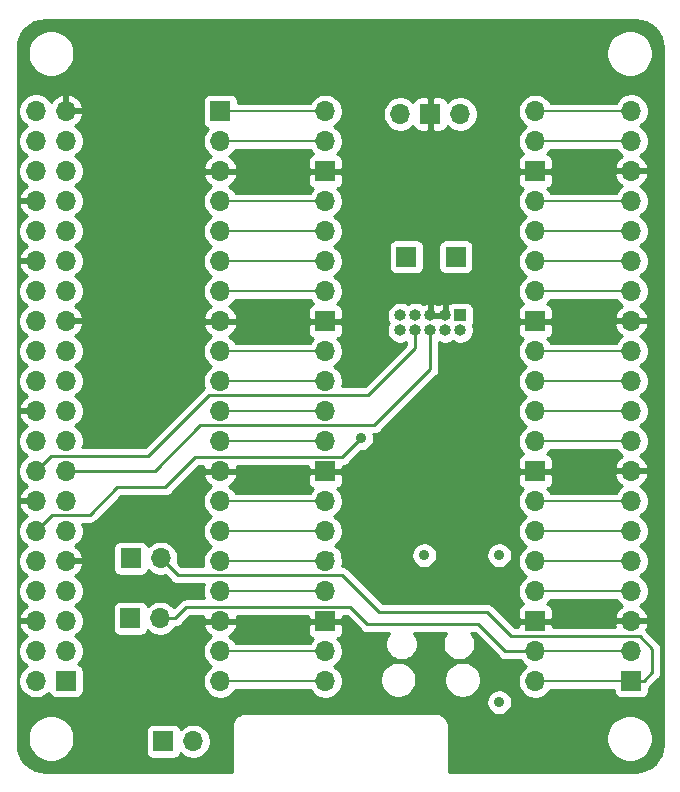
<source format=gbl>
G04 #@! TF.GenerationSoftware,KiCad,Pcbnew,5.1.9*
G04 #@! TF.CreationDate,2021-04-12T13:30:16-03:00*
G04 #@! TF.ProjectId,Piprogrammer,50697072-6f67-4726-916d-6d65722e6b69,rev?*
G04 #@! TF.SameCoordinates,Original*
G04 #@! TF.FileFunction,Copper,L2,Bot*
G04 #@! TF.FilePolarity,Positive*
%FSLAX46Y46*%
G04 Gerber Fmt 4.6, Leading zero omitted, Abs format (unit mm)*
G04 Created by KiCad (PCBNEW 5.1.9) date 2021-04-12 13:30:16*
%MOMM*%
%LPD*%
G01*
G04 APERTURE LIST*
G04 #@! TA.AperFunction,ComponentPad*
%ADD10O,1.700000X1.700000*%
G04 #@! TD*
G04 #@! TA.AperFunction,ComponentPad*
%ADD11R,1.700000X1.700000*%
G04 #@! TD*
G04 #@! TA.AperFunction,ComponentPad*
%ADD12O,1.000000X1.000000*%
G04 #@! TD*
G04 #@! TA.AperFunction,ComponentPad*
%ADD13R,1.000000X1.000000*%
G04 #@! TD*
G04 #@! TA.AperFunction,ViaPad*
%ADD14C,0.900000*%
G04 #@! TD*
G04 #@! TA.AperFunction,Conductor*
%ADD15C,0.200000*%
G04 #@! TD*
G04 #@! TA.AperFunction,Conductor*
%ADD16C,0.254000*%
G04 #@! TD*
G04 #@! TA.AperFunction,Conductor*
%ADD17C,0.508000*%
G04 #@! TD*
G04 #@! TA.AperFunction,Conductor*
%ADD18C,0.100000*%
G04 #@! TD*
G04 APERTURE END LIST*
D10*
X244958000Y-141618000D03*
X244958000Y-139078000D03*
D11*
X244958000Y-136538000D03*
D10*
X244958000Y-133998000D03*
X244958000Y-131458000D03*
X244958000Y-128918000D03*
X244958000Y-126378000D03*
D11*
X244958000Y-123838000D03*
D10*
X244958000Y-121298000D03*
X244958000Y-118758000D03*
X244958000Y-116218000D03*
X244958000Y-113678000D03*
D11*
X244958000Y-111138000D03*
D10*
X244958000Y-108598000D03*
X244958000Y-106058000D03*
X244958000Y-103518000D03*
X244958000Y-100978000D03*
D11*
X244958000Y-98438000D03*
D10*
X244958000Y-95898000D03*
X244958000Y-93358000D03*
X227178000Y-93358000D03*
X227178000Y-95898000D03*
D11*
X227178000Y-98438000D03*
D10*
X227178000Y-100978000D03*
X227178000Y-103518000D03*
X227178000Y-106058000D03*
X227178000Y-108598000D03*
D11*
X227178000Y-111138000D03*
D10*
X227178000Y-113678000D03*
X227178000Y-116218000D03*
X227178000Y-118758000D03*
X227178000Y-121298000D03*
D11*
X227178000Y-123838000D03*
D10*
X227178000Y-126378000D03*
X227178000Y-128918000D03*
X227178000Y-131458000D03*
X227178000Y-133998000D03*
D11*
X227178000Y-136538000D03*
D10*
X227178000Y-139078000D03*
X227178000Y-141618000D03*
X238608000Y-93588000D03*
D11*
X236068000Y-93588000D03*
D10*
X233528000Y-93588000D03*
D11*
X234036000Y-105677000D03*
D10*
X216002000Y-146698000D03*
D11*
X213462000Y-146698000D03*
D12*
X233528000Y-111900000D03*
X233528000Y-110630000D03*
X234798000Y-111900000D03*
X234798000Y-110630000D03*
X236068000Y-111900000D03*
X236068000Y-110630000D03*
X237338000Y-111900000D03*
X237338000Y-110630000D03*
X238608000Y-111900000D03*
D13*
X238608000Y-110630000D03*
D11*
X238227000Y-105677000D03*
D10*
X218288000Y-141618000D03*
X218288000Y-139078000D03*
X218288000Y-136538000D03*
X218288000Y-133998000D03*
X218288000Y-131458000D03*
X218288000Y-128918000D03*
X218288000Y-126378000D03*
X218288000Y-123838000D03*
X218288000Y-121298000D03*
X218288000Y-118758000D03*
X218288000Y-116218000D03*
X218288000Y-113678000D03*
X218288000Y-111138000D03*
X218288000Y-108598000D03*
X218288000Y-106058000D03*
X218288000Y-103518000D03*
X218288000Y-100978000D03*
X218288000Y-98438000D03*
X218288000Y-95898000D03*
D11*
X218288000Y-93358000D03*
D10*
X253086000Y-93320000D03*
X253086000Y-95860000D03*
X253086000Y-98400000D03*
X253086000Y-100940000D03*
X253086000Y-103480000D03*
X253086000Y-106020000D03*
X253086000Y-108560000D03*
X253086000Y-111100000D03*
X253086000Y-113640000D03*
X253086000Y-116180000D03*
X253086000Y-118720000D03*
X253086000Y-121260000D03*
X253086000Y-123800000D03*
X253086000Y-126340000D03*
X253086000Y-128880000D03*
X253086000Y-131420000D03*
X253086000Y-133960000D03*
X253086000Y-136500000D03*
X253086000Y-139040000D03*
D11*
X253086000Y-141580000D03*
D10*
X213248000Y-131204000D03*
D11*
X210708000Y-131204000D03*
D10*
X213208000Y-136284000D03*
D11*
X210668000Y-136284000D03*
X205220000Y-141580000D03*
D10*
X202680000Y-141580000D03*
X205220000Y-139040000D03*
X202680000Y-139040000D03*
X205220000Y-136500000D03*
X202680000Y-136500000D03*
X205220000Y-133960000D03*
X202680000Y-133960000D03*
X205220000Y-131420000D03*
X202680000Y-131420000D03*
X205220000Y-128880000D03*
X202680000Y-128880000D03*
X205220000Y-126340000D03*
X202680000Y-126340000D03*
X205220000Y-123800000D03*
X202680000Y-123800000D03*
X205220000Y-121260000D03*
X202680000Y-121260000D03*
X205220000Y-118720000D03*
X202680000Y-118720000D03*
X205220000Y-116180000D03*
X202680000Y-116180000D03*
X205220000Y-113640000D03*
X202680000Y-113640000D03*
X205220000Y-111100000D03*
X202680000Y-111100000D03*
X205220000Y-108560000D03*
X202680000Y-108560000D03*
X205220000Y-106020000D03*
X202680000Y-106020000D03*
X205220000Y-103480000D03*
X202680000Y-103480000D03*
X205220000Y-100940000D03*
X202680000Y-100940000D03*
X205220000Y-98400000D03*
X202680000Y-98400000D03*
X205220000Y-95860000D03*
X202680000Y-95860000D03*
X205220000Y-93320000D03*
X202680000Y-93320000D03*
D14*
X213811000Y-106725000D03*
X209652000Y-104534000D03*
X236068000Y-109360000D03*
X237338000Y-109360000D03*
X240132000Y-144666000D03*
X213811000Y-117139000D03*
X226519500Y-89698500D03*
X230226000Y-121044000D03*
X235560000Y-130950000D03*
X241910000Y-130950000D03*
X241910000Y-143396000D03*
D15*
X218288000Y-139078000D02*
X227178000Y-139078000D01*
X218288000Y-98438000D02*
X227178000Y-98438000D01*
X218288000Y-136538000D02*
X227178000Y-136538000D01*
X253048000Y-136538000D02*
X253086000Y-136500000D01*
X244958000Y-136538000D02*
X253048000Y-136538000D01*
X253048000Y-139078000D02*
X253086000Y-139040000D01*
X244958000Y-139078000D02*
X253048000Y-139078000D01*
D16*
X213208000Y-136284000D02*
X214478000Y-136284000D01*
X215401001Y-135360999D02*
X229302999Y-135360999D01*
X214478000Y-136284000D02*
X215401001Y-135360999D01*
X229302999Y-135360999D02*
X230734000Y-136792000D01*
X230734000Y-136792000D02*
X240132000Y-136792000D01*
X242418000Y-139078000D02*
X244958000Y-139078000D01*
X240132000Y-136792000D02*
X242418000Y-139078000D01*
D15*
X253048000Y-141618000D02*
X253086000Y-141580000D01*
X244958000Y-141618000D02*
X253048000Y-141618000D01*
D16*
X253086000Y-141580000D02*
X254140000Y-141580000D01*
X254140000Y-141580000D02*
X254864000Y-140856000D01*
X254864000Y-140856000D02*
X254864000Y-138890040D01*
X254864000Y-138890040D02*
X253781960Y-137808000D01*
X253781960Y-137808000D02*
X242926000Y-137808000D01*
X242926000Y-137808000D02*
X240894000Y-135776000D01*
X240894000Y-135776000D02*
X231750000Y-135776000D01*
X214679001Y-132635001D02*
X213248000Y-131204000D01*
X228609001Y-132635001D02*
X214679001Y-132635001D01*
X231750000Y-135776000D02*
X228609001Y-132635001D01*
D15*
X253048000Y-93358000D02*
X253086000Y-93320000D01*
X244958000Y-93358000D02*
X253048000Y-93358000D01*
X244996000Y-95860000D02*
X244958000Y-95898000D01*
X253086000Y-95860000D02*
X244996000Y-95860000D01*
X253048000Y-100978000D02*
X253086000Y-100940000D01*
X244958000Y-100978000D02*
X253048000Y-100978000D01*
X244996000Y-103480000D02*
X244958000Y-103518000D01*
X253086000Y-103480000D02*
X244996000Y-103480000D01*
X253048000Y-106058000D02*
X253086000Y-106020000D01*
X244958000Y-106058000D02*
X253048000Y-106058000D01*
X244996000Y-108560000D02*
X244958000Y-108598000D01*
X253086000Y-108560000D02*
X244996000Y-108560000D01*
X253048000Y-113678000D02*
X253086000Y-113640000D01*
X244958000Y-113678000D02*
X253048000Y-113678000D01*
X244996000Y-116180000D02*
X244958000Y-116218000D01*
X253086000Y-116180000D02*
X244996000Y-116180000D01*
X253048000Y-118758000D02*
X253086000Y-118720000D01*
X244958000Y-118758000D02*
X253048000Y-118758000D01*
X244996000Y-121260000D02*
X244958000Y-121298000D01*
X253086000Y-121260000D02*
X244996000Y-121260000D01*
X253048000Y-126378000D02*
X253086000Y-126340000D01*
X244958000Y-126378000D02*
X253048000Y-126378000D01*
X244996000Y-128880000D02*
X244958000Y-128918000D01*
X253086000Y-128880000D02*
X244996000Y-128880000D01*
X253048000Y-131458000D02*
X253086000Y-131420000D01*
X244958000Y-131458000D02*
X253048000Y-131458000D01*
X244996000Y-133960000D02*
X244958000Y-133998000D01*
X253086000Y-133960000D02*
X244996000Y-133960000D01*
X218288000Y-141618000D02*
X227178000Y-141618000D01*
X218288000Y-133998000D02*
X227178000Y-133998000D01*
X218288000Y-128918000D02*
X227178000Y-128918000D01*
X218288000Y-126378000D02*
X227178000Y-126378000D01*
X218288000Y-121298000D02*
X227178000Y-121298000D01*
X218288000Y-118758000D02*
X227178000Y-118758000D01*
X218288000Y-116218000D02*
X227178000Y-116218000D01*
X218288000Y-113678000D02*
X227178000Y-113678000D01*
X218288000Y-108598000D02*
X227178000Y-108598000D01*
X218288000Y-106058000D02*
X227178000Y-106058000D01*
X218288000Y-103518000D02*
X227178000Y-103518000D01*
X218288000Y-100978000D02*
X227178000Y-100978000D01*
X218288000Y-95898000D02*
X227178000Y-95898000D01*
X218288000Y-93358000D02*
X227178000Y-93358000D01*
D16*
X204042999Y-127517001D02*
X207242999Y-127517001D01*
X202680000Y-128880000D02*
X204042999Y-127517001D01*
X207242999Y-127517001D02*
X209559001Y-125200999D01*
X228609001Y-122660999D02*
X216163001Y-122660999D01*
X230226000Y-121044000D02*
X228609001Y-122660999D01*
X216163001Y-122660999D02*
X213623001Y-125200999D01*
X209559001Y-125200999D02*
X213623001Y-125200999D01*
X202680000Y-123800000D02*
X203912000Y-122568000D01*
X203912000Y-122568000D02*
X212192000Y-122568000D01*
X230826999Y-117395001D02*
X234798000Y-113424000D01*
X212192000Y-122568000D02*
X217364999Y-117395001D01*
X234798000Y-113424000D02*
X234798000Y-111900000D01*
X217364999Y-117395001D02*
X230826999Y-117395001D01*
X205220000Y-123800000D02*
X212738000Y-123800000D01*
X231334999Y-119935001D02*
X236068000Y-115202000D01*
X216602999Y-119935001D02*
X231334999Y-119935001D01*
X236068000Y-115202000D02*
X236068000Y-111900000D01*
X212738000Y-123800000D02*
X216602999Y-119935001D01*
D15*
X218288000Y-131458000D02*
X227178000Y-131458000D01*
D17*
X227686000Y-130950000D02*
X227178000Y-131458000D01*
D16*
X253899016Y-85682312D02*
X254330930Y-85812714D01*
X254729285Y-86024524D01*
X255078914Y-86309675D01*
X255366497Y-86657303D01*
X255581086Y-87054177D01*
X255714498Y-87485161D01*
X255765001Y-87965663D01*
X255765000Y-146916495D01*
X255717688Y-147399016D01*
X255587287Y-147830927D01*
X255375480Y-148229280D01*
X255090325Y-148578914D01*
X254742697Y-148866497D01*
X254345825Y-149081085D01*
X253914834Y-149214500D01*
X253434346Y-149265000D01*
X237635000Y-149265000D01*
X237635000Y-146254495D01*
X250965000Y-146254495D01*
X250965000Y-146645505D01*
X251041282Y-147029003D01*
X251190915Y-147390250D01*
X251408149Y-147715364D01*
X251684636Y-147991851D01*
X252009750Y-148209085D01*
X252370997Y-148358718D01*
X252754495Y-148435000D01*
X253145505Y-148435000D01*
X253529003Y-148358718D01*
X253890250Y-148209085D01*
X254215364Y-147991851D01*
X254491851Y-147715364D01*
X254709085Y-147390250D01*
X254858718Y-147029003D01*
X254935000Y-146645505D01*
X254935000Y-146254495D01*
X254858718Y-145870997D01*
X254709085Y-145509750D01*
X254491851Y-145184636D01*
X254215364Y-144908149D01*
X253890250Y-144690915D01*
X253529003Y-144541282D01*
X253145505Y-144465000D01*
X252754495Y-144465000D01*
X252370997Y-144541282D01*
X252009750Y-144690915D01*
X251684636Y-144908149D01*
X251408149Y-145184636D01*
X251190915Y-145509750D01*
X251041282Y-145870997D01*
X250965000Y-146254495D01*
X237635000Y-146254495D01*
X237635000Y-145416353D01*
X237632148Y-145387399D01*
X237632169Y-145384427D01*
X237631236Y-145374909D01*
X237626179Y-145326790D01*
X237625088Y-145315717D01*
X237624976Y-145315348D01*
X237621036Y-145277860D01*
X237608547Y-145217017D01*
X237596918Y-145156058D01*
X237594154Y-145146902D01*
X237565298Y-145053683D01*
X237541232Y-144996434D01*
X237517979Y-144938881D01*
X237513489Y-144930436D01*
X237467077Y-144844598D01*
X237432350Y-144793115D01*
X237398364Y-144741179D01*
X237392320Y-144733767D01*
X237330118Y-144658579D01*
X237286051Y-144614818D01*
X237242630Y-144570478D01*
X237235261Y-144564381D01*
X237159640Y-144502706D01*
X237107959Y-144468368D01*
X237056694Y-144433267D01*
X237048281Y-144428718D01*
X236962120Y-144382906D01*
X236904704Y-144359242D01*
X236847661Y-144334792D01*
X236838525Y-144331964D01*
X236745107Y-144303759D01*
X236684195Y-144291698D01*
X236623471Y-144278791D01*
X236613959Y-144277791D01*
X236516841Y-144268269D01*
X236516837Y-144268269D01*
X236483647Y-144265000D01*
X220416353Y-144265000D01*
X220387399Y-144267852D01*
X220384427Y-144267831D01*
X220374909Y-144268764D01*
X220326790Y-144273821D01*
X220315717Y-144274912D01*
X220315348Y-144275024D01*
X220277860Y-144278964D01*
X220217017Y-144291453D01*
X220156058Y-144303082D01*
X220146902Y-144305846D01*
X220053683Y-144334702D01*
X219996434Y-144358768D01*
X219938881Y-144382021D01*
X219930436Y-144386511D01*
X219844598Y-144432923D01*
X219793115Y-144467650D01*
X219741179Y-144501636D01*
X219733767Y-144507680D01*
X219658579Y-144569882D01*
X219614818Y-144613949D01*
X219570478Y-144657370D01*
X219564381Y-144664739D01*
X219502706Y-144740360D01*
X219468368Y-144792041D01*
X219433267Y-144843306D01*
X219428718Y-144851719D01*
X219382906Y-144937880D01*
X219359242Y-144995296D01*
X219334792Y-145052339D01*
X219331964Y-145061475D01*
X219303759Y-145154893D01*
X219291698Y-145215805D01*
X219278791Y-145276529D01*
X219277791Y-145286041D01*
X219268269Y-145383159D01*
X219268269Y-145383173D01*
X219265001Y-145416353D01*
X219265000Y-149265000D01*
X203483504Y-149265000D01*
X203000984Y-149217688D01*
X202569073Y-149087287D01*
X202170720Y-148875480D01*
X201821086Y-148590325D01*
X201533503Y-148242697D01*
X201318915Y-147845825D01*
X201185500Y-147414834D01*
X201135000Y-146934346D01*
X201135000Y-146254495D01*
X201965000Y-146254495D01*
X201965000Y-146645505D01*
X202041282Y-147029003D01*
X202190915Y-147390250D01*
X202408149Y-147715364D01*
X202684636Y-147991851D01*
X203009750Y-148209085D01*
X203370997Y-148358718D01*
X203754495Y-148435000D01*
X204145505Y-148435000D01*
X204529003Y-148358718D01*
X204890250Y-148209085D01*
X205215364Y-147991851D01*
X205491851Y-147715364D01*
X205709085Y-147390250D01*
X205858718Y-147029003D01*
X205935000Y-146645505D01*
X205935000Y-146254495D01*
X205858718Y-145870997D01*
X205849193Y-145848000D01*
X211973928Y-145848000D01*
X211973928Y-147548000D01*
X211986188Y-147672482D01*
X212022498Y-147792180D01*
X212081463Y-147902494D01*
X212160815Y-147999185D01*
X212257506Y-148078537D01*
X212367820Y-148137502D01*
X212487518Y-148173812D01*
X212612000Y-148186072D01*
X214312000Y-148186072D01*
X214436482Y-148173812D01*
X214556180Y-148137502D01*
X214666494Y-148078537D01*
X214763185Y-147999185D01*
X214842537Y-147902494D01*
X214901502Y-147792180D01*
X214923513Y-147719620D01*
X215055368Y-147851475D01*
X215298589Y-148013990D01*
X215568842Y-148125932D01*
X215855740Y-148183000D01*
X216148260Y-148183000D01*
X216435158Y-148125932D01*
X216705411Y-148013990D01*
X216948632Y-147851475D01*
X217155475Y-147644632D01*
X217317990Y-147401411D01*
X217429932Y-147131158D01*
X217487000Y-146844260D01*
X217487000Y-146551740D01*
X217429932Y-146264842D01*
X217317990Y-145994589D01*
X217155475Y-145751368D01*
X216948632Y-145544525D01*
X216705411Y-145382010D01*
X216435158Y-145270068D01*
X216148260Y-145213000D01*
X215855740Y-145213000D01*
X215568842Y-145270068D01*
X215298589Y-145382010D01*
X215055368Y-145544525D01*
X214923513Y-145676380D01*
X214901502Y-145603820D01*
X214842537Y-145493506D01*
X214763185Y-145396815D01*
X214666494Y-145317463D01*
X214556180Y-145258498D01*
X214436482Y-145222188D01*
X214312000Y-145209928D01*
X212612000Y-145209928D01*
X212487518Y-145222188D01*
X212367820Y-145258498D01*
X212257506Y-145317463D01*
X212160815Y-145396815D01*
X212081463Y-145493506D01*
X212022498Y-145603820D01*
X211986188Y-145723518D01*
X211973928Y-145848000D01*
X205849193Y-145848000D01*
X205709085Y-145509750D01*
X205491851Y-145184636D01*
X205215364Y-144908149D01*
X204890250Y-144690915D01*
X204529003Y-144541282D01*
X204145505Y-144465000D01*
X203754495Y-144465000D01*
X203370997Y-144541282D01*
X203009750Y-144690915D01*
X202684636Y-144908149D01*
X202408149Y-145184636D01*
X202190915Y-145509750D01*
X202041282Y-145870997D01*
X201965000Y-146254495D01*
X201135000Y-146254495D01*
X201135000Y-143289137D01*
X240825000Y-143289137D01*
X240825000Y-143502863D01*
X240866696Y-143712483D01*
X240948485Y-143909940D01*
X241067225Y-144087647D01*
X241218353Y-144238775D01*
X241396060Y-144357515D01*
X241593517Y-144439304D01*
X241803137Y-144481000D01*
X242016863Y-144481000D01*
X242226483Y-144439304D01*
X242423940Y-144357515D01*
X242601647Y-144238775D01*
X242752775Y-144087647D01*
X242871515Y-143909940D01*
X242953304Y-143712483D01*
X242995000Y-143502863D01*
X242995000Y-143289137D01*
X242953304Y-143079517D01*
X242871515Y-142882060D01*
X242752775Y-142704353D01*
X242601647Y-142553225D01*
X242423940Y-142434485D01*
X242226483Y-142352696D01*
X242016863Y-142311000D01*
X241803137Y-142311000D01*
X241593517Y-142352696D01*
X241396060Y-142434485D01*
X241218353Y-142553225D01*
X241067225Y-142704353D01*
X240948485Y-142882060D01*
X240866696Y-143079517D01*
X240825000Y-143289137D01*
X201135000Y-143289137D01*
X201135000Y-93173740D01*
X201195000Y-93173740D01*
X201195000Y-93466260D01*
X201252068Y-93753158D01*
X201364010Y-94023411D01*
X201526525Y-94266632D01*
X201733368Y-94473475D01*
X201907760Y-94590000D01*
X201733368Y-94706525D01*
X201526525Y-94913368D01*
X201364010Y-95156589D01*
X201252068Y-95426842D01*
X201195000Y-95713740D01*
X201195000Y-96006260D01*
X201252068Y-96293158D01*
X201364010Y-96563411D01*
X201526525Y-96806632D01*
X201733368Y-97013475D01*
X201907760Y-97130000D01*
X201733368Y-97246525D01*
X201526525Y-97453368D01*
X201364010Y-97696589D01*
X201252068Y-97966842D01*
X201195000Y-98253740D01*
X201195000Y-98546260D01*
X201252068Y-98833158D01*
X201364010Y-99103411D01*
X201526525Y-99346632D01*
X201733368Y-99553475D01*
X201915534Y-99675195D01*
X201798645Y-99744822D01*
X201582412Y-99939731D01*
X201408359Y-100173080D01*
X201283175Y-100435901D01*
X201238524Y-100583110D01*
X201359845Y-100813000D01*
X202553000Y-100813000D01*
X202553000Y-100793000D01*
X202807000Y-100793000D01*
X202807000Y-100813000D01*
X202827000Y-100813000D01*
X202827000Y-101067000D01*
X202807000Y-101067000D01*
X202807000Y-101087000D01*
X202553000Y-101087000D01*
X202553000Y-101067000D01*
X201359845Y-101067000D01*
X201238524Y-101296890D01*
X201283175Y-101444099D01*
X201408359Y-101706920D01*
X201582412Y-101940269D01*
X201798645Y-102135178D01*
X201915534Y-102204805D01*
X201733368Y-102326525D01*
X201526525Y-102533368D01*
X201364010Y-102776589D01*
X201252068Y-103046842D01*
X201195000Y-103333740D01*
X201195000Y-103626260D01*
X201252068Y-103913158D01*
X201364010Y-104183411D01*
X201526525Y-104426632D01*
X201733368Y-104633475D01*
X201915534Y-104755195D01*
X201798645Y-104824822D01*
X201582412Y-105019731D01*
X201408359Y-105253080D01*
X201283175Y-105515901D01*
X201238524Y-105663110D01*
X201359845Y-105893000D01*
X202553000Y-105893000D01*
X202553000Y-105873000D01*
X202807000Y-105873000D01*
X202807000Y-105893000D01*
X202827000Y-105893000D01*
X202827000Y-106147000D01*
X202807000Y-106147000D01*
X202807000Y-106167000D01*
X202553000Y-106167000D01*
X202553000Y-106147000D01*
X201359845Y-106147000D01*
X201238524Y-106376890D01*
X201283175Y-106524099D01*
X201408359Y-106786920D01*
X201582412Y-107020269D01*
X201798645Y-107215178D01*
X201915534Y-107284805D01*
X201733368Y-107406525D01*
X201526525Y-107613368D01*
X201364010Y-107856589D01*
X201252068Y-108126842D01*
X201195000Y-108413740D01*
X201195000Y-108706260D01*
X201252068Y-108993158D01*
X201364010Y-109263411D01*
X201526525Y-109506632D01*
X201733368Y-109713475D01*
X201907760Y-109830000D01*
X201733368Y-109946525D01*
X201526525Y-110153368D01*
X201364010Y-110396589D01*
X201252068Y-110666842D01*
X201195000Y-110953740D01*
X201195000Y-111246260D01*
X201252068Y-111533158D01*
X201364010Y-111803411D01*
X201526525Y-112046632D01*
X201733368Y-112253475D01*
X201907760Y-112370000D01*
X201733368Y-112486525D01*
X201526525Y-112693368D01*
X201364010Y-112936589D01*
X201252068Y-113206842D01*
X201195000Y-113493740D01*
X201195000Y-113786260D01*
X201252068Y-114073158D01*
X201364010Y-114343411D01*
X201526525Y-114586632D01*
X201733368Y-114793475D01*
X201907760Y-114910000D01*
X201733368Y-115026525D01*
X201526525Y-115233368D01*
X201364010Y-115476589D01*
X201252068Y-115746842D01*
X201195000Y-116033740D01*
X201195000Y-116326260D01*
X201252068Y-116613158D01*
X201364010Y-116883411D01*
X201526525Y-117126632D01*
X201733368Y-117333475D01*
X201915534Y-117455195D01*
X201798645Y-117524822D01*
X201582412Y-117719731D01*
X201408359Y-117953080D01*
X201283175Y-118215901D01*
X201238524Y-118363110D01*
X201359845Y-118593000D01*
X202553000Y-118593000D01*
X202553000Y-118573000D01*
X202807000Y-118573000D01*
X202807000Y-118593000D01*
X202827000Y-118593000D01*
X202827000Y-118847000D01*
X202807000Y-118847000D01*
X202807000Y-118867000D01*
X202553000Y-118867000D01*
X202553000Y-118847000D01*
X201359845Y-118847000D01*
X201238524Y-119076890D01*
X201283175Y-119224099D01*
X201408359Y-119486920D01*
X201582412Y-119720269D01*
X201798645Y-119915178D01*
X201915534Y-119984805D01*
X201733368Y-120106525D01*
X201526525Y-120313368D01*
X201364010Y-120556589D01*
X201252068Y-120826842D01*
X201195000Y-121113740D01*
X201195000Y-121406260D01*
X201252068Y-121693158D01*
X201364010Y-121963411D01*
X201526525Y-122206632D01*
X201733368Y-122413475D01*
X201907760Y-122530000D01*
X201733368Y-122646525D01*
X201526525Y-122853368D01*
X201364010Y-123096589D01*
X201252068Y-123366842D01*
X201195000Y-123653740D01*
X201195000Y-123946260D01*
X201252068Y-124233158D01*
X201364010Y-124503411D01*
X201526525Y-124746632D01*
X201733368Y-124953475D01*
X201915534Y-125075195D01*
X201798645Y-125144822D01*
X201582412Y-125339731D01*
X201408359Y-125573080D01*
X201283175Y-125835901D01*
X201238524Y-125983110D01*
X201359845Y-126213000D01*
X202553000Y-126213000D01*
X202553000Y-126193000D01*
X202807000Y-126193000D01*
X202807000Y-126213000D01*
X202827000Y-126213000D01*
X202827000Y-126467000D01*
X202807000Y-126467000D01*
X202807000Y-126487000D01*
X202553000Y-126487000D01*
X202553000Y-126467000D01*
X201359845Y-126467000D01*
X201238524Y-126696890D01*
X201283175Y-126844099D01*
X201408359Y-127106920D01*
X201582412Y-127340269D01*
X201798645Y-127535178D01*
X201915534Y-127604805D01*
X201733368Y-127726525D01*
X201526525Y-127933368D01*
X201364010Y-128176589D01*
X201252068Y-128446842D01*
X201195000Y-128733740D01*
X201195000Y-129026260D01*
X201252068Y-129313158D01*
X201364010Y-129583411D01*
X201526525Y-129826632D01*
X201733368Y-130033475D01*
X201907760Y-130150000D01*
X201733368Y-130266525D01*
X201526525Y-130473368D01*
X201364010Y-130716589D01*
X201252068Y-130986842D01*
X201195000Y-131273740D01*
X201195000Y-131566260D01*
X201252068Y-131853158D01*
X201364010Y-132123411D01*
X201526525Y-132366632D01*
X201733368Y-132573475D01*
X201907760Y-132690000D01*
X201733368Y-132806525D01*
X201526525Y-133013368D01*
X201364010Y-133256589D01*
X201252068Y-133526842D01*
X201195000Y-133813740D01*
X201195000Y-134106260D01*
X201252068Y-134393158D01*
X201364010Y-134663411D01*
X201526525Y-134906632D01*
X201733368Y-135113475D01*
X201915534Y-135235195D01*
X201798645Y-135304822D01*
X201582412Y-135499731D01*
X201408359Y-135733080D01*
X201283175Y-135995901D01*
X201238524Y-136143110D01*
X201359845Y-136373000D01*
X202553000Y-136373000D01*
X202553000Y-136353000D01*
X202807000Y-136353000D01*
X202807000Y-136373000D01*
X202827000Y-136373000D01*
X202827000Y-136627000D01*
X202807000Y-136627000D01*
X202807000Y-136647000D01*
X202553000Y-136647000D01*
X202553000Y-136627000D01*
X201359845Y-136627000D01*
X201238524Y-136856890D01*
X201283175Y-137004099D01*
X201408359Y-137266920D01*
X201582412Y-137500269D01*
X201798645Y-137695178D01*
X201915534Y-137764805D01*
X201733368Y-137886525D01*
X201526525Y-138093368D01*
X201364010Y-138336589D01*
X201252068Y-138606842D01*
X201195000Y-138893740D01*
X201195000Y-139186260D01*
X201252068Y-139473158D01*
X201364010Y-139743411D01*
X201526525Y-139986632D01*
X201733368Y-140193475D01*
X201907760Y-140310000D01*
X201733368Y-140426525D01*
X201526525Y-140633368D01*
X201364010Y-140876589D01*
X201252068Y-141146842D01*
X201195000Y-141433740D01*
X201195000Y-141726260D01*
X201252068Y-142013158D01*
X201364010Y-142283411D01*
X201526525Y-142526632D01*
X201733368Y-142733475D01*
X201976589Y-142895990D01*
X202246842Y-143007932D01*
X202533740Y-143065000D01*
X202826260Y-143065000D01*
X203113158Y-143007932D01*
X203383411Y-142895990D01*
X203626632Y-142733475D01*
X203758487Y-142601620D01*
X203780498Y-142674180D01*
X203839463Y-142784494D01*
X203918815Y-142881185D01*
X204015506Y-142960537D01*
X204125820Y-143019502D01*
X204245518Y-143055812D01*
X204370000Y-143068072D01*
X206070000Y-143068072D01*
X206194482Y-143055812D01*
X206314180Y-143019502D01*
X206424494Y-142960537D01*
X206521185Y-142881185D01*
X206600537Y-142784494D01*
X206659502Y-142674180D01*
X206695812Y-142554482D01*
X206708072Y-142430000D01*
X206708072Y-140730000D01*
X206695812Y-140605518D01*
X206659502Y-140485820D01*
X206600537Y-140375506D01*
X206521185Y-140278815D01*
X206424494Y-140199463D01*
X206314180Y-140140498D01*
X206241620Y-140118487D01*
X206373475Y-139986632D01*
X206535990Y-139743411D01*
X206647932Y-139473158D01*
X206705000Y-139186260D01*
X206705000Y-138931740D01*
X216803000Y-138931740D01*
X216803000Y-139224260D01*
X216860068Y-139511158D01*
X216972010Y-139781411D01*
X217134525Y-140024632D01*
X217341368Y-140231475D01*
X217515760Y-140348000D01*
X217341368Y-140464525D01*
X217134525Y-140671368D01*
X216972010Y-140914589D01*
X216860068Y-141184842D01*
X216803000Y-141471740D01*
X216803000Y-141764260D01*
X216860068Y-142051158D01*
X216972010Y-142321411D01*
X217134525Y-142564632D01*
X217341368Y-142771475D01*
X217584589Y-142933990D01*
X217854842Y-143045932D01*
X218141740Y-143103000D01*
X218434260Y-143103000D01*
X218721158Y-143045932D01*
X218991411Y-142933990D01*
X219234632Y-142771475D01*
X219441475Y-142564632D01*
X219582883Y-142353000D01*
X225883117Y-142353000D01*
X226024525Y-142564632D01*
X226231368Y-142771475D01*
X226474589Y-142933990D01*
X226744842Y-143045932D01*
X227031740Y-143103000D01*
X227324260Y-143103000D01*
X227611158Y-143045932D01*
X227881411Y-142933990D01*
X228124632Y-142771475D01*
X228331475Y-142564632D01*
X228493990Y-142321411D01*
X228605932Y-142051158D01*
X228663000Y-141764260D01*
X228663000Y-141471740D01*
X228636162Y-141336816D01*
X231808000Y-141336816D01*
X231808000Y-141639184D01*
X231866989Y-141935743D01*
X231982701Y-142215095D01*
X232150688Y-142466505D01*
X232364495Y-142680312D01*
X232615905Y-142848299D01*
X232895257Y-142964011D01*
X233191816Y-143023000D01*
X233494184Y-143023000D01*
X233790743Y-142964011D01*
X234070095Y-142848299D01*
X234321505Y-142680312D01*
X234535312Y-142466505D01*
X234703299Y-142215095D01*
X234819011Y-141935743D01*
X234878000Y-141639184D01*
X234878000Y-141336816D01*
X237258000Y-141336816D01*
X237258000Y-141639184D01*
X237316989Y-141935743D01*
X237432701Y-142215095D01*
X237600688Y-142466505D01*
X237814495Y-142680312D01*
X238065905Y-142848299D01*
X238345257Y-142964011D01*
X238641816Y-143023000D01*
X238944184Y-143023000D01*
X239240743Y-142964011D01*
X239520095Y-142848299D01*
X239771505Y-142680312D01*
X239985312Y-142466505D01*
X240153299Y-142215095D01*
X240269011Y-141935743D01*
X240328000Y-141639184D01*
X240328000Y-141336816D01*
X240269011Y-141040257D01*
X240153299Y-140760905D01*
X239985312Y-140509495D01*
X239771505Y-140295688D01*
X239520095Y-140127701D01*
X239240743Y-140011989D01*
X238944184Y-139953000D01*
X238641816Y-139953000D01*
X238345257Y-140011989D01*
X238065905Y-140127701D01*
X237814495Y-140295688D01*
X237600688Y-140509495D01*
X237432701Y-140760905D01*
X237316989Y-141040257D01*
X237258000Y-141336816D01*
X234878000Y-141336816D01*
X234819011Y-141040257D01*
X234703299Y-140760905D01*
X234535312Y-140509495D01*
X234321505Y-140295688D01*
X234070095Y-140127701D01*
X233790743Y-140011989D01*
X233494184Y-139953000D01*
X233191816Y-139953000D01*
X232895257Y-140011989D01*
X232615905Y-140127701D01*
X232364495Y-140295688D01*
X232150688Y-140509495D01*
X231982701Y-140760905D01*
X231866989Y-141040257D01*
X231808000Y-141336816D01*
X228636162Y-141336816D01*
X228605932Y-141184842D01*
X228493990Y-140914589D01*
X228331475Y-140671368D01*
X228124632Y-140464525D01*
X227950240Y-140348000D01*
X228124632Y-140231475D01*
X228331475Y-140024632D01*
X228493990Y-139781411D01*
X228605932Y-139511158D01*
X228663000Y-139224260D01*
X228663000Y-138931740D01*
X228605932Y-138644842D01*
X228493990Y-138374589D01*
X228331475Y-138131368D01*
X228199620Y-137999513D01*
X228272180Y-137977502D01*
X228382494Y-137918537D01*
X228479185Y-137839185D01*
X228558537Y-137742494D01*
X228617502Y-137632180D01*
X228653812Y-137512482D01*
X228666072Y-137388000D01*
X228663000Y-136823750D01*
X228504250Y-136665000D01*
X227305000Y-136665000D01*
X227305000Y-136685000D01*
X227051000Y-136685000D01*
X227051000Y-136665000D01*
X225851750Y-136665000D01*
X225693000Y-136823750D01*
X225689928Y-137388000D01*
X225702188Y-137512482D01*
X225738498Y-137632180D01*
X225797463Y-137742494D01*
X225876815Y-137839185D01*
X225973506Y-137918537D01*
X226083820Y-137977502D01*
X226156380Y-137999513D01*
X226024525Y-138131368D01*
X225883117Y-138343000D01*
X219582883Y-138343000D01*
X219441475Y-138131368D01*
X219234632Y-137924525D01*
X219052466Y-137802805D01*
X219169355Y-137733178D01*
X219385588Y-137538269D01*
X219559641Y-137304920D01*
X219684825Y-137042099D01*
X219729476Y-136894890D01*
X219608155Y-136665000D01*
X218415000Y-136665000D01*
X218415000Y-136685000D01*
X218161000Y-136685000D01*
X218161000Y-136665000D01*
X216967845Y-136665000D01*
X216846524Y-136894890D01*
X216891175Y-137042099D01*
X217016359Y-137304920D01*
X217190412Y-137538269D01*
X217406645Y-137733178D01*
X217523534Y-137802805D01*
X217341368Y-137924525D01*
X217134525Y-138131368D01*
X216972010Y-138374589D01*
X216860068Y-138644842D01*
X216803000Y-138931740D01*
X206705000Y-138931740D01*
X206705000Y-138893740D01*
X206647932Y-138606842D01*
X206535990Y-138336589D01*
X206373475Y-138093368D01*
X206166632Y-137886525D01*
X205992240Y-137770000D01*
X206166632Y-137653475D01*
X206373475Y-137446632D01*
X206535990Y-137203411D01*
X206647932Y-136933158D01*
X206705000Y-136646260D01*
X206705000Y-136353740D01*
X206647932Y-136066842D01*
X206535990Y-135796589D01*
X206373475Y-135553368D01*
X206254107Y-135434000D01*
X209179928Y-135434000D01*
X209179928Y-137134000D01*
X209192188Y-137258482D01*
X209228498Y-137378180D01*
X209287463Y-137488494D01*
X209366815Y-137585185D01*
X209463506Y-137664537D01*
X209573820Y-137723502D01*
X209693518Y-137759812D01*
X209818000Y-137772072D01*
X211518000Y-137772072D01*
X211642482Y-137759812D01*
X211762180Y-137723502D01*
X211872494Y-137664537D01*
X211969185Y-137585185D01*
X212048537Y-137488494D01*
X212107502Y-137378180D01*
X212129513Y-137305620D01*
X212261368Y-137437475D01*
X212504589Y-137599990D01*
X212774842Y-137711932D01*
X213061740Y-137769000D01*
X213354260Y-137769000D01*
X213641158Y-137711932D01*
X213911411Y-137599990D01*
X214154632Y-137437475D01*
X214361475Y-137230632D01*
X214482688Y-137049224D01*
X214515423Y-137046000D01*
X214515426Y-137046000D01*
X214627378Y-137034974D01*
X214771015Y-136991402D01*
X214903392Y-136920645D01*
X215019422Y-136825422D01*
X215043284Y-136796346D01*
X215716631Y-136122999D01*
X216864150Y-136122999D01*
X216846524Y-136181110D01*
X216967845Y-136411000D01*
X218161000Y-136411000D01*
X218161000Y-136391000D01*
X218415000Y-136391000D01*
X218415000Y-136411000D01*
X219608155Y-136411000D01*
X219729476Y-136181110D01*
X219711850Y-136122999D01*
X225692296Y-136122999D01*
X225693000Y-136252250D01*
X225851750Y-136411000D01*
X227051000Y-136411000D01*
X227051000Y-136391000D01*
X227305000Y-136391000D01*
X227305000Y-136411000D01*
X228504250Y-136411000D01*
X228663000Y-136252250D01*
X228663704Y-136122999D01*
X228987369Y-136122999D01*
X230168720Y-137304351D01*
X230192578Y-137333422D01*
X230308608Y-137428645D01*
X230440985Y-137499402D01*
X230584622Y-137542974D01*
X230696574Y-137554000D01*
X230696576Y-137554000D01*
X230733999Y-137557686D01*
X230771422Y-137554000D01*
X232588315Y-137554000D01*
X232567201Y-137575114D01*
X232415629Y-137801957D01*
X232311225Y-138054011D01*
X232258000Y-138321589D01*
X232258000Y-138594411D01*
X232311225Y-138861989D01*
X232415629Y-139114043D01*
X232567201Y-139340886D01*
X232760114Y-139533799D01*
X232986957Y-139685371D01*
X233239011Y-139789775D01*
X233506589Y-139843000D01*
X233779411Y-139843000D01*
X234046989Y-139789775D01*
X234299043Y-139685371D01*
X234525886Y-139533799D01*
X234718799Y-139340886D01*
X234870371Y-139114043D01*
X234974775Y-138861989D01*
X235028000Y-138594411D01*
X235028000Y-138321589D01*
X234974775Y-138054011D01*
X234870371Y-137801957D01*
X234718799Y-137575114D01*
X234697685Y-137554000D01*
X237438315Y-137554000D01*
X237417201Y-137575114D01*
X237265629Y-137801957D01*
X237161225Y-138054011D01*
X237108000Y-138321589D01*
X237108000Y-138594411D01*
X237161225Y-138861989D01*
X237265629Y-139114043D01*
X237417201Y-139340886D01*
X237610114Y-139533799D01*
X237836957Y-139685371D01*
X238089011Y-139789775D01*
X238356589Y-139843000D01*
X238629411Y-139843000D01*
X238896989Y-139789775D01*
X239149043Y-139685371D01*
X239375886Y-139533799D01*
X239568799Y-139340886D01*
X239720371Y-139114043D01*
X239824775Y-138861989D01*
X239878000Y-138594411D01*
X239878000Y-138321589D01*
X239824775Y-138054011D01*
X239720371Y-137801957D01*
X239568799Y-137575114D01*
X239547685Y-137554000D01*
X239816370Y-137554000D01*
X241852721Y-139590352D01*
X241876578Y-139619422D01*
X241992608Y-139714645D01*
X242124985Y-139785402D01*
X242268622Y-139828974D01*
X242380574Y-139840000D01*
X242380576Y-139840000D01*
X242417999Y-139843686D01*
X242455422Y-139840000D01*
X243681158Y-139840000D01*
X243804525Y-140024632D01*
X244011368Y-140231475D01*
X244185760Y-140348000D01*
X244011368Y-140464525D01*
X243804525Y-140671368D01*
X243642010Y-140914589D01*
X243530068Y-141184842D01*
X243473000Y-141471740D01*
X243473000Y-141764260D01*
X243530068Y-142051158D01*
X243642010Y-142321411D01*
X243804525Y-142564632D01*
X244011368Y-142771475D01*
X244254589Y-142933990D01*
X244524842Y-143045932D01*
X244811740Y-143103000D01*
X245104260Y-143103000D01*
X245391158Y-143045932D01*
X245661411Y-142933990D01*
X245904632Y-142771475D01*
X246111475Y-142564632D01*
X246252883Y-142353000D01*
X251597928Y-142353000D01*
X251597928Y-142430000D01*
X251610188Y-142554482D01*
X251646498Y-142674180D01*
X251705463Y-142784494D01*
X251784815Y-142881185D01*
X251881506Y-142960537D01*
X251991820Y-143019502D01*
X252111518Y-143055812D01*
X252236000Y-143068072D01*
X253936000Y-143068072D01*
X254060482Y-143055812D01*
X254180180Y-143019502D01*
X254290494Y-142960537D01*
X254387185Y-142881185D01*
X254466537Y-142784494D01*
X254525502Y-142674180D01*
X254561812Y-142554482D01*
X254574072Y-142430000D01*
X254574072Y-142209522D01*
X254681422Y-142121422D01*
X254705284Y-142092346D01*
X255376347Y-141421283D01*
X255405422Y-141397422D01*
X255487535Y-141297367D01*
X255500645Y-141281393D01*
X255552252Y-141184842D01*
X255571402Y-141149015D01*
X255614974Y-141005378D01*
X255626000Y-140893426D01*
X255626000Y-140893423D01*
X255629686Y-140856000D01*
X255626000Y-140818577D01*
X255626000Y-138927463D01*
X255629686Y-138890040D01*
X255626000Y-138852614D01*
X255614974Y-138740662D01*
X255571402Y-138597025D01*
X255527773Y-138515401D01*
X255500645Y-138464647D01*
X255465857Y-138422259D01*
X255405422Y-138348618D01*
X255376346Y-138324756D01*
X254347244Y-137295654D01*
X254341463Y-137288610D01*
X254357641Y-137266920D01*
X254482825Y-137004099D01*
X254527476Y-136856890D01*
X254406155Y-136627000D01*
X253213000Y-136627000D01*
X253213000Y-136647000D01*
X252959000Y-136647000D01*
X252959000Y-136627000D01*
X251765845Y-136627000D01*
X251644524Y-136856890D01*
X251689175Y-137004099D01*
X251709133Y-137046000D01*
X246444210Y-137046000D01*
X246443000Y-136823750D01*
X246284250Y-136665000D01*
X245085000Y-136665000D01*
X245085000Y-136685000D01*
X244831000Y-136685000D01*
X244831000Y-136665000D01*
X243631750Y-136665000D01*
X243473000Y-136823750D01*
X243471790Y-137046000D01*
X243241631Y-137046000D01*
X241459284Y-135263654D01*
X241435422Y-135234578D01*
X241319392Y-135139355D01*
X241187015Y-135068598D01*
X241043378Y-135025026D01*
X240931426Y-135014000D01*
X240931423Y-135014000D01*
X240894000Y-135010314D01*
X240856577Y-135014000D01*
X232065631Y-135014000D01*
X229174285Y-132122655D01*
X229150423Y-132093579D01*
X229034393Y-131998356D01*
X228902016Y-131927599D01*
X228758379Y-131884027D01*
X228646427Y-131873001D01*
X228646424Y-131873001D01*
X228610252Y-131869438D01*
X228663000Y-131604260D01*
X228663000Y-131311740D01*
X228605932Y-131024842D01*
X228578461Y-130958521D01*
X228579300Y-130950001D01*
X228568776Y-130843137D01*
X234475000Y-130843137D01*
X234475000Y-131056863D01*
X234516696Y-131266483D01*
X234598485Y-131463940D01*
X234717225Y-131641647D01*
X234868353Y-131792775D01*
X235046060Y-131911515D01*
X235243517Y-131993304D01*
X235453137Y-132035000D01*
X235666863Y-132035000D01*
X235876483Y-131993304D01*
X236073940Y-131911515D01*
X236251647Y-131792775D01*
X236402775Y-131641647D01*
X236521515Y-131463940D01*
X236603304Y-131266483D01*
X236645000Y-131056863D01*
X236645000Y-130843137D01*
X240825000Y-130843137D01*
X240825000Y-131056863D01*
X240866696Y-131266483D01*
X240948485Y-131463940D01*
X241067225Y-131641647D01*
X241218353Y-131792775D01*
X241396060Y-131911515D01*
X241593517Y-131993304D01*
X241803137Y-132035000D01*
X242016863Y-132035000D01*
X242226483Y-131993304D01*
X242423940Y-131911515D01*
X242601647Y-131792775D01*
X242752775Y-131641647D01*
X242871515Y-131463940D01*
X242953304Y-131266483D01*
X242995000Y-131056863D01*
X242995000Y-130843137D01*
X242953304Y-130633517D01*
X242871515Y-130436060D01*
X242752775Y-130258353D01*
X242601647Y-130107225D01*
X242423940Y-129988485D01*
X242226483Y-129906696D01*
X242016863Y-129865000D01*
X241803137Y-129865000D01*
X241593517Y-129906696D01*
X241396060Y-129988485D01*
X241218353Y-130107225D01*
X241067225Y-130258353D01*
X240948485Y-130436060D01*
X240866696Y-130633517D01*
X240825000Y-130843137D01*
X236645000Y-130843137D01*
X236603304Y-130633517D01*
X236521515Y-130436060D01*
X236402775Y-130258353D01*
X236251647Y-130107225D01*
X236073940Y-129988485D01*
X235876483Y-129906696D01*
X235666863Y-129865000D01*
X235453137Y-129865000D01*
X235243517Y-129906696D01*
X235046060Y-129988485D01*
X234868353Y-130107225D01*
X234717225Y-130258353D01*
X234598485Y-130436060D01*
X234516696Y-130633517D01*
X234475000Y-130843137D01*
X228568776Y-130843137D01*
X228562136Y-130775726D01*
X228511302Y-130608149D01*
X228428751Y-130453709D01*
X228317658Y-130318342D01*
X228182291Y-130207249D01*
X228037366Y-130129784D01*
X228124632Y-130071475D01*
X228331475Y-129864632D01*
X228493990Y-129621411D01*
X228605932Y-129351158D01*
X228663000Y-129064260D01*
X228663000Y-128771740D01*
X228605932Y-128484842D01*
X228493990Y-128214589D01*
X228331475Y-127971368D01*
X228124632Y-127764525D01*
X227950240Y-127648000D01*
X228124632Y-127531475D01*
X228331475Y-127324632D01*
X228493990Y-127081411D01*
X228605932Y-126811158D01*
X228663000Y-126524260D01*
X228663000Y-126231740D01*
X228605932Y-125944842D01*
X228493990Y-125674589D01*
X228331475Y-125431368D01*
X228199620Y-125299513D01*
X228272180Y-125277502D01*
X228382494Y-125218537D01*
X228479185Y-125139185D01*
X228558537Y-125042494D01*
X228617502Y-124932180D01*
X228653812Y-124812482D01*
X228666072Y-124688000D01*
X243469928Y-124688000D01*
X243482188Y-124812482D01*
X243518498Y-124932180D01*
X243577463Y-125042494D01*
X243656815Y-125139185D01*
X243753506Y-125218537D01*
X243863820Y-125277502D01*
X243936380Y-125299513D01*
X243804525Y-125431368D01*
X243642010Y-125674589D01*
X243530068Y-125944842D01*
X243473000Y-126231740D01*
X243473000Y-126524260D01*
X243530068Y-126811158D01*
X243642010Y-127081411D01*
X243804525Y-127324632D01*
X244011368Y-127531475D01*
X244185760Y-127648000D01*
X244011368Y-127764525D01*
X243804525Y-127971368D01*
X243642010Y-128214589D01*
X243530068Y-128484842D01*
X243473000Y-128771740D01*
X243473000Y-129064260D01*
X243530068Y-129351158D01*
X243642010Y-129621411D01*
X243804525Y-129864632D01*
X244011368Y-130071475D01*
X244185760Y-130188000D01*
X244011368Y-130304525D01*
X243804525Y-130511368D01*
X243642010Y-130754589D01*
X243530068Y-131024842D01*
X243473000Y-131311740D01*
X243473000Y-131604260D01*
X243530068Y-131891158D01*
X243642010Y-132161411D01*
X243804525Y-132404632D01*
X244011368Y-132611475D01*
X244185760Y-132728000D01*
X244011368Y-132844525D01*
X243804525Y-133051368D01*
X243642010Y-133294589D01*
X243530068Y-133564842D01*
X243473000Y-133851740D01*
X243473000Y-134144260D01*
X243530068Y-134431158D01*
X243642010Y-134701411D01*
X243804525Y-134944632D01*
X243936380Y-135076487D01*
X243863820Y-135098498D01*
X243753506Y-135157463D01*
X243656815Y-135236815D01*
X243577463Y-135333506D01*
X243518498Y-135443820D01*
X243482188Y-135563518D01*
X243469928Y-135688000D01*
X243473000Y-136252250D01*
X243631750Y-136411000D01*
X244831000Y-136411000D01*
X244831000Y-136391000D01*
X245085000Y-136391000D01*
X245085000Y-136411000D01*
X246284250Y-136411000D01*
X246443000Y-136252250D01*
X246446072Y-135688000D01*
X246433812Y-135563518D01*
X246397502Y-135443820D01*
X246338537Y-135333506D01*
X246259185Y-135236815D01*
X246162494Y-135157463D01*
X246052180Y-135098498D01*
X245979620Y-135076487D01*
X246111475Y-134944632D01*
X246273990Y-134701411D01*
X246276646Y-134695000D01*
X251791117Y-134695000D01*
X251932525Y-134906632D01*
X252139368Y-135113475D01*
X252321534Y-135235195D01*
X252204645Y-135304822D01*
X251988412Y-135499731D01*
X251814359Y-135733080D01*
X251689175Y-135995901D01*
X251644524Y-136143110D01*
X251765845Y-136373000D01*
X252959000Y-136373000D01*
X252959000Y-136353000D01*
X253213000Y-136353000D01*
X253213000Y-136373000D01*
X254406155Y-136373000D01*
X254527476Y-136143110D01*
X254482825Y-135995901D01*
X254357641Y-135733080D01*
X254183588Y-135499731D01*
X253967355Y-135304822D01*
X253850466Y-135235195D01*
X254032632Y-135113475D01*
X254239475Y-134906632D01*
X254401990Y-134663411D01*
X254513932Y-134393158D01*
X254571000Y-134106260D01*
X254571000Y-133813740D01*
X254513932Y-133526842D01*
X254401990Y-133256589D01*
X254239475Y-133013368D01*
X254032632Y-132806525D01*
X253858240Y-132690000D01*
X254032632Y-132573475D01*
X254239475Y-132366632D01*
X254401990Y-132123411D01*
X254513932Y-131853158D01*
X254571000Y-131566260D01*
X254571000Y-131273740D01*
X254513932Y-130986842D01*
X254401990Y-130716589D01*
X254239475Y-130473368D01*
X254032632Y-130266525D01*
X253858240Y-130150000D01*
X254032632Y-130033475D01*
X254239475Y-129826632D01*
X254401990Y-129583411D01*
X254513932Y-129313158D01*
X254571000Y-129026260D01*
X254571000Y-128733740D01*
X254513932Y-128446842D01*
X254401990Y-128176589D01*
X254239475Y-127933368D01*
X254032632Y-127726525D01*
X253858240Y-127610000D01*
X254032632Y-127493475D01*
X254239475Y-127286632D01*
X254401990Y-127043411D01*
X254513932Y-126773158D01*
X254571000Y-126486260D01*
X254571000Y-126193740D01*
X254513932Y-125906842D01*
X254401990Y-125636589D01*
X254239475Y-125393368D01*
X254032632Y-125186525D01*
X253850466Y-125064805D01*
X253967355Y-124995178D01*
X254183588Y-124800269D01*
X254357641Y-124566920D01*
X254482825Y-124304099D01*
X254527476Y-124156890D01*
X254406155Y-123927000D01*
X253213000Y-123927000D01*
X253213000Y-123947000D01*
X252959000Y-123947000D01*
X252959000Y-123927000D01*
X251765845Y-123927000D01*
X251644524Y-124156890D01*
X251689175Y-124304099D01*
X251814359Y-124566920D01*
X251988412Y-124800269D01*
X252204645Y-124995178D01*
X252321534Y-125064805D01*
X252139368Y-125186525D01*
X251932525Y-125393368D01*
X251770010Y-125636589D01*
X251767354Y-125643000D01*
X246252883Y-125643000D01*
X246111475Y-125431368D01*
X245979620Y-125299513D01*
X246052180Y-125277502D01*
X246162494Y-125218537D01*
X246259185Y-125139185D01*
X246338537Y-125042494D01*
X246397502Y-124932180D01*
X246433812Y-124812482D01*
X246446072Y-124688000D01*
X246443000Y-124123750D01*
X246284250Y-123965000D01*
X245085000Y-123965000D01*
X245085000Y-123985000D01*
X244831000Y-123985000D01*
X244831000Y-123965000D01*
X243631750Y-123965000D01*
X243473000Y-124123750D01*
X243469928Y-124688000D01*
X228666072Y-124688000D01*
X228663000Y-124123750D01*
X228504250Y-123965000D01*
X227305000Y-123965000D01*
X227305000Y-123985000D01*
X227051000Y-123985000D01*
X227051000Y-123965000D01*
X225851750Y-123965000D01*
X225693000Y-124123750D01*
X225689928Y-124688000D01*
X225702188Y-124812482D01*
X225738498Y-124932180D01*
X225797463Y-125042494D01*
X225876815Y-125139185D01*
X225973506Y-125218537D01*
X226083820Y-125277502D01*
X226156380Y-125299513D01*
X226024525Y-125431368D01*
X225883117Y-125643000D01*
X219582883Y-125643000D01*
X219441475Y-125431368D01*
X219234632Y-125224525D01*
X219052466Y-125102805D01*
X219169355Y-125033178D01*
X219385588Y-124838269D01*
X219559641Y-124604920D01*
X219684825Y-124342099D01*
X219729476Y-124194890D01*
X219608155Y-123965000D01*
X218415000Y-123965000D01*
X218415000Y-123985000D01*
X218161000Y-123985000D01*
X218161000Y-123965000D01*
X216967845Y-123965000D01*
X216846524Y-124194890D01*
X216891175Y-124342099D01*
X217016359Y-124604920D01*
X217190412Y-124838269D01*
X217406645Y-125033178D01*
X217523534Y-125102805D01*
X217341368Y-125224525D01*
X217134525Y-125431368D01*
X216972010Y-125674589D01*
X216860068Y-125944842D01*
X216803000Y-126231740D01*
X216803000Y-126524260D01*
X216860068Y-126811158D01*
X216972010Y-127081411D01*
X217134525Y-127324632D01*
X217341368Y-127531475D01*
X217515760Y-127648000D01*
X217341368Y-127764525D01*
X217134525Y-127971368D01*
X216972010Y-128214589D01*
X216860068Y-128484842D01*
X216803000Y-128771740D01*
X216803000Y-129064260D01*
X216860068Y-129351158D01*
X216972010Y-129621411D01*
X217134525Y-129864632D01*
X217341368Y-130071475D01*
X217515760Y-130188000D01*
X217341368Y-130304525D01*
X217134525Y-130511368D01*
X216972010Y-130754589D01*
X216860068Y-131024842D01*
X216803000Y-131311740D01*
X216803000Y-131604260D01*
X216856456Y-131873001D01*
X214994632Y-131873001D01*
X214689679Y-131568048D01*
X214733000Y-131350260D01*
X214733000Y-131057740D01*
X214675932Y-130770842D01*
X214563990Y-130500589D01*
X214401475Y-130257368D01*
X214194632Y-130050525D01*
X213951411Y-129888010D01*
X213681158Y-129776068D01*
X213394260Y-129719000D01*
X213101740Y-129719000D01*
X212814842Y-129776068D01*
X212544589Y-129888010D01*
X212301368Y-130050525D01*
X212169513Y-130182380D01*
X212147502Y-130109820D01*
X212088537Y-129999506D01*
X212009185Y-129902815D01*
X211912494Y-129823463D01*
X211802180Y-129764498D01*
X211682482Y-129728188D01*
X211558000Y-129715928D01*
X209858000Y-129715928D01*
X209733518Y-129728188D01*
X209613820Y-129764498D01*
X209503506Y-129823463D01*
X209406815Y-129902815D01*
X209327463Y-129999506D01*
X209268498Y-130109820D01*
X209232188Y-130229518D01*
X209219928Y-130354000D01*
X209219928Y-132054000D01*
X209232188Y-132178482D01*
X209268498Y-132298180D01*
X209327463Y-132408494D01*
X209406815Y-132505185D01*
X209503506Y-132584537D01*
X209613820Y-132643502D01*
X209733518Y-132679812D01*
X209858000Y-132692072D01*
X211558000Y-132692072D01*
X211682482Y-132679812D01*
X211802180Y-132643502D01*
X211912494Y-132584537D01*
X212009185Y-132505185D01*
X212088537Y-132408494D01*
X212147502Y-132298180D01*
X212169513Y-132225620D01*
X212301368Y-132357475D01*
X212544589Y-132519990D01*
X212814842Y-132631932D01*
X213101740Y-132689000D01*
X213394260Y-132689000D01*
X213612048Y-132645679D01*
X214113721Y-133147352D01*
X214137579Y-133176423D01*
X214253609Y-133271646D01*
X214385986Y-133342403D01*
X214529623Y-133385975D01*
X214641575Y-133397001D01*
X214641577Y-133397001D01*
X214679000Y-133400687D01*
X214716423Y-133397001D01*
X216929590Y-133397001D01*
X216860068Y-133564842D01*
X216803000Y-133851740D01*
X216803000Y-134144260D01*
X216860068Y-134431158D01*
X216929590Y-134598999D01*
X215438424Y-134598999D01*
X215401001Y-134595313D01*
X215363578Y-134598999D01*
X215363575Y-134598999D01*
X215251623Y-134610025D01*
X215107986Y-134653597D01*
X215057961Y-134680336D01*
X214975608Y-134724354D01*
X214933220Y-134759142D01*
X214859579Y-134819577D01*
X214835717Y-134848653D01*
X214354239Y-135330132D01*
X214154632Y-135130525D01*
X213911411Y-134968010D01*
X213641158Y-134856068D01*
X213354260Y-134799000D01*
X213061740Y-134799000D01*
X212774842Y-134856068D01*
X212504589Y-134968010D01*
X212261368Y-135130525D01*
X212129513Y-135262380D01*
X212107502Y-135189820D01*
X212048537Y-135079506D01*
X211969185Y-134982815D01*
X211872494Y-134903463D01*
X211762180Y-134844498D01*
X211642482Y-134808188D01*
X211518000Y-134795928D01*
X209818000Y-134795928D01*
X209693518Y-134808188D01*
X209573820Y-134844498D01*
X209463506Y-134903463D01*
X209366815Y-134982815D01*
X209287463Y-135079506D01*
X209228498Y-135189820D01*
X209192188Y-135309518D01*
X209179928Y-135434000D01*
X206254107Y-135434000D01*
X206166632Y-135346525D01*
X205992240Y-135230000D01*
X206166632Y-135113475D01*
X206373475Y-134906632D01*
X206535990Y-134663411D01*
X206647932Y-134393158D01*
X206705000Y-134106260D01*
X206705000Y-133813740D01*
X206647932Y-133526842D01*
X206535990Y-133256589D01*
X206373475Y-133013368D01*
X206166632Y-132806525D01*
X205984466Y-132684805D01*
X206101355Y-132615178D01*
X206317588Y-132420269D01*
X206491641Y-132186920D01*
X206616825Y-131924099D01*
X206661476Y-131776890D01*
X206540155Y-131547000D01*
X205347000Y-131547000D01*
X205347000Y-131567000D01*
X205093000Y-131567000D01*
X205093000Y-131547000D01*
X205073000Y-131547000D01*
X205073000Y-131293000D01*
X205093000Y-131293000D01*
X205093000Y-131273000D01*
X205347000Y-131273000D01*
X205347000Y-131293000D01*
X206540155Y-131293000D01*
X206661476Y-131063110D01*
X206616825Y-130915901D01*
X206491641Y-130653080D01*
X206317588Y-130419731D01*
X206101355Y-130224822D01*
X205984466Y-130155195D01*
X206166632Y-130033475D01*
X206373475Y-129826632D01*
X206535990Y-129583411D01*
X206647932Y-129313158D01*
X206705000Y-129026260D01*
X206705000Y-128733740D01*
X206647932Y-128446842D01*
X206578410Y-128279001D01*
X207205576Y-128279001D01*
X207242999Y-128282687D01*
X207280422Y-128279001D01*
X207280425Y-128279001D01*
X207392377Y-128267975D01*
X207536014Y-128224403D01*
X207668391Y-128153646D01*
X207784421Y-128058423D01*
X207808283Y-128029347D01*
X209874632Y-125962999D01*
X213585578Y-125962999D01*
X213623001Y-125966685D01*
X213660424Y-125962999D01*
X213660427Y-125962999D01*
X213772379Y-125951973D01*
X213916016Y-125908401D01*
X214048393Y-125837644D01*
X214164423Y-125742421D01*
X214188285Y-125713345D01*
X216478632Y-123422999D01*
X216864150Y-123422999D01*
X216846524Y-123481110D01*
X216967845Y-123711000D01*
X218161000Y-123711000D01*
X218161000Y-123691000D01*
X218415000Y-123691000D01*
X218415000Y-123711000D01*
X219608155Y-123711000D01*
X219729476Y-123481110D01*
X219711850Y-123422999D01*
X225692296Y-123422999D01*
X225693000Y-123552250D01*
X225851750Y-123711000D01*
X227051000Y-123711000D01*
X227051000Y-123691000D01*
X227305000Y-123691000D01*
X227305000Y-123711000D01*
X228504250Y-123711000D01*
X228663000Y-123552250D01*
X228663713Y-123421297D01*
X228758379Y-123411973D01*
X228902016Y-123368401D01*
X229034393Y-123297644D01*
X229150423Y-123202421D01*
X229174285Y-123173345D01*
X230218631Y-122129000D01*
X230332863Y-122129000D01*
X230542483Y-122087304D01*
X230739940Y-122005515D01*
X230917647Y-121886775D01*
X231068775Y-121735647D01*
X231187515Y-121557940D01*
X231269304Y-121360483D01*
X231311000Y-121150863D01*
X231311000Y-120937137D01*
X231269304Y-120727517D01*
X231256664Y-120697001D01*
X231297576Y-120697001D01*
X231334999Y-120700687D01*
X231372422Y-120697001D01*
X231372425Y-120697001D01*
X231484377Y-120685975D01*
X231628014Y-120642403D01*
X231760391Y-120571646D01*
X231876421Y-120476423D01*
X231900283Y-120447347D01*
X236580353Y-115767278D01*
X236609422Y-115743422D01*
X236704645Y-115627392D01*
X236775402Y-115495015D01*
X236818974Y-115351378D01*
X236830000Y-115239426D01*
X236830000Y-115239424D01*
X236833686Y-115202001D01*
X236830000Y-115164578D01*
X236830000Y-112918095D01*
X237006933Y-112991383D01*
X237226212Y-113035000D01*
X237449788Y-113035000D01*
X237669067Y-112991383D01*
X237875624Y-112905824D01*
X237973000Y-112840759D01*
X238070376Y-112905824D01*
X238276933Y-112991383D01*
X238496212Y-113035000D01*
X238719788Y-113035000D01*
X238939067Y-112991383D01*
X239145624Y-112905824D01*
X239331520Y-112781612D01*
X239489612Y-112623520D01*
X239613824Y-112437624D01*
X239699383Y-112231067D01*
X239743000Y-112011788D01*
X239743000Y-111988000D01*
X243469928Y-111988000D01*
X243482188Y-112112482D01*
X243518498Y-112232180D01*
X243577463Y-112342494D01*
X243656815Y-112439185D01*
X243753506Y-112518537D01*
X243863820Y-112577502D01*
X243936380Y-112599513D01*
X243804525Y-112731368D01*
X243642010Y-112974589D01*
X243530068Y-113244842D01*
X243473000Y-113531740D01*
X243473000Y-113824260D01*
X243530068Y-114111158D01*
X243642010Y-114381411D01*
X243804525Y-114624632D01*
X244011368Y-114831475D01*
X244185760Y-114948000D01*
X244011368Y-115064525D01*
X243804525Y-115271368D01*
X243642010Y-115514589D01*
X243530068Y-115784842D01*
X243473000Y-116071740D01*
X243473000Y-116364260D01*
X243530068Y-116651158D01*
X243642010Y-116921411D01*
X243804525Y-117164632D01*
X244011368Y-117371475D01*
X244185760Y-117488000D01*
X244011368Y-117604525D01*
X243804525Y-117811368D01*
X243642010Y-118054589D01*
X243530068Y-118324842D01*
X243473000Y-118611740D01*
X243473000Y-118904260D01*
X243530068Y-119191158D01*
X243642010Y-119461411D01*
X243804525Y-119704632D01*
X244011368Y-119911475D01*
X244185760Y-120028000D01*
X244011368Y-120144525D01*
X243804525Y-120351368D01*
X243642010Y-120594589D01*
X243530068Y-120864842D01*
X243473000Y-121151740D01*
X243473000Y-121444260D01*
X243530068Y-121731158D01*
X243642010Y-122001411D01*
X243804525Y-122244632D01*
X243936380Y-122376487D01*
X243863820Y-122398498D01*
X243753506Y-122457463D01*
X243656815Y-122536815D01*
X243577463Y-122633506D01*
X243518498Y-122743820D01*
X243482188Y-122863518D01*
X243469928Y-122988000D01*
X243473000Y-123552250D01*
X243631750Y-123711000D01*
X244831000Y-123711000D01*
X244831000Y-123691000D01*
X245085000Y-123691000D01*
X245085000Y-123711000D01*
X246284250Y-123711000D01*
X246443000Y-123552250D01*
X246446072Y-122988000D01*
X246433812Y-122863518D01*
X246397502Y-122743820D01*
X246338537Y-122633506D01*
X246259185Y-122536815D01*
X246162494Y-122457463D01*
X246052180Y-122398498D01*
X245979620Y-122376487D01*
X246111475Y-122244632D01*
X246273990Y-122001411D01*
X246276646Y-121995000D01*
X251791117Y-121995000D01*
X251932525Y-122206632D01*
X252139368Y-122413475D01*
X252321534Y-122535195D01*
X252204645Y-122604822D01*
X251988412Y-122799731D01*
X251814359Y-123033080D01*
X251689175Y-123295901D01*
X251644524Y-123443110D01*
X251765845Y-123673000D01*
X252959000Y-123673000D01*
X252959000Y-123653000D01*
X253213000Y-123653000D01*
X253213000Y-123673000D01*
X254406155Y-123673000D01*
X254527476Y-123443110D01*
X254482825Y-123295901D01*
X254357641Y-123033080D01*
X254183588Y-122799731D01*
X253967355Y-122604822D01*
X253850466Y-122535195D01*
X254032632Y-122413475D01*
X254239475Y-122206632D01*
X254401990Y-121963411D01*
X254513932Y-121693158D01*
X254571000Y-121406260D01*
X254571000Y-121113740D01*
X254513932Y-120826842D01*
X254401990Y-120556589D01*
X254239475Y-120313368D01*
X254032632Y-120106525D01*
X253858240Y-119990000D01*
X254032632Y-119873475D01*
X254239475Y-119666632D01*
X254401990Y-119423411D01*
X254513932Y-119153158D01*
X254571000Y-118866260D01*
X254571000Y-118573740D01*
X254513932Y-118286842D01*
X254401990Y-118016589D01*
X254239475Y-117773368D01*
X254032632Y-117566525D01*
X253858240Y-117450000D01*
X254032632Y-117333475D01*
X254239475Y-117126632D01*
X254401990Y-116883411D01*
X254513932Y-116613158D01*
X254571000Y-116326260D01*
X254571000Y-116033740D01*
X254513932Y-115746842D01*
X254401990Y-115476589D01*
X254239475Y-115233368D01*
X254032632Y-115026525D01*
X253858240Y-114910000D01*
X254032632Y-114793475D01*
X254239475Y-114586632D01*
X254401990Y-114343411D01*
X254513932Y-114073158D01*
X254571000Y-113786260D01*
X254571000Y-113493740D01*
X254513932Y-113206842D01*
X254401990Y-112936589D01*
X254239475Y-112693368D01*
X254032632Y-112486525D01*
X253850466Y-112364805D01*
X253967355Y-112295178D01*
X254183588Y-112100269D01*
X254357641Y-111866920D01*
X254482825Y-111604099D01*
X254527476Y-111456890D01*
X254406155Y-111227000D01*
X253213000Y-111227000D01*
X253213000Y-111247000D01*
X252959000Y-111247000D01*
X252959000Y-111227000D01*
X251765845Y-111227000D01*
X251644524Y-111456890D01*
X251689175Y-111604099D01*
X251814359Y-111866920D01*
X251988412Y-112100269D01*
X252204645Y-112295178D01*
X252321534Y-112364805D01*
X252139368Y-112486525D01*
X251932525Y-112693368D01*
X251770010Y-112936589D01*
X251767354Y-112943000D01*
X246252883Y-112943000D01*
X246111475Y-112731368D01*
X245979620Y-112599513D01*
X246052180Y-112577502D01*
X246162494Y-112518537D01*
X246259185Y-112439185D01*
X246338537Y-112342494D01*
X246397502Y-112232180D01*
X246433812Y-112112482D01*
X246446072Y-111988000D01*
X246443000Y-111423750D01*
X246284250Y-111265000D01*
X245085000Y-111265000D01*
X245085000Y-111285000D01*
X244831000Y-111285000D01*
X244831000Y-111265000D01*
X243631750Y-111265000D01*
X243473000Y-111423750D01*
X243469928Y-111988000D01*
X239743000Y-111988000D01*
X239743000Y-111788212D01*
X239699383Y-111568933D01*
X239653112Y-111457226D01*
X239697502Y-111374180D01*
X239733812Y-111254482D01*
X239746072Y-111130000D01*
X239746072Y-110130000D01*
X239733812Y-110005518D01*
X239697502Y-109885820D01*
X239638537Y-109775506D01*
X239559185Y-109678815D01*
X239462494Y-109599463D01*
X239352180Y-109540498D01*
X239232482Y-109504188D01*
X239108000Y-109491928D01*
X238108000Y-109491928D01*
X237983518Y-109504188D01*
X237863820Y-109540498D01*
X237774820Y-109588070D01*
X237694864Y-109552554D01*
X237639874Y-109535881D01*
X237465000Y-109662046D01*
X237465000Y-110503000D01*
X237469928Y-110503000D01*
X237469928Y-110757000D01*
X237465000Y-110757000D01*
X237465000Y-110768026D01*
X237449788Y-110765000D01*
X237226212Y-110765000D01*
X237211000Y-110768026D01*
X237211000Y-110757000D01*
X236195000Y-110757000D01*
X236195000Y-110768026D01*
X236179788Y-110765000D01*
X235956212Y-110765000D01*
X235941000Y-110768026D01*
X235941000Y-110757000D01*
X235929974Y-110757000D01*
X235933000Y-110741788D01*
X235933000Y-110518212D01*
X235929974Y-110503000D01*
X235941000Y-110503000D01*
X235941000Y-109662046D01*
X236195000Y-109662046D01*
X236195000Y-110503000D01*
X237211000Y-110503000D01*
X237211000Y-109662046D01*
X237036126Y-109535881D01*
X236981136Y-109552554D01*
X236777794Y-109642877D01*
X236703000Y-109695639D01*
X236628206Y-109642877D01*
X236424864Y-109552554D01*
X236369874Y-109535881D01*
X236195000Y-109662046D01*
X235941000Y-109662046D01*
X235766126Y-109535881D01*
X235711136Y-109552554D01*
X235507794Y-109642877D01*
X235437658Y-109692353D01*
X235335624Y-109624176D01*
X235129067Y-109538617D01*
X234909788Y-109495000D01*
X234686212Y-109495000D01*
X234466933Y-109538617D01*
X234260376Y-109624176D01*
X234163000Y-109689241D01*
X234065624Y-109624176D01*
X233859067Y-109538617D01*
X233639788Y-109495000D01*
X233416212Y-109495000D01*
X233196933Y-109538617D01*
X232990376Y-109624176D01*
X232804480Y-109748388D01*
X232646388Y-109906480D01*
X232522176Y-110092376D01*
X232436617Y-110298933D01*
X232393000Y-110518212D01*
X232393000Y-110741788D01*
X232436617Y-110961067D01*
X232522176Y-111167624D01*
X232587241Y-111265000D01*
X232522176Y-111362376D01*
X232436617Y-111568933D01*
X232393000Y-111788212D01*
X232393000Y-112011788D01*
X232436617Y-112231067D01*
X232522176Y-112437624D01*
X232646388Y-112623520D01*
X232804480Y-112781612D01*
X232990376Y-112905824D01*
X233196933Y-112991383D01*
X233416212Y-113035000D01*
X233639788Y-113035000D01*
X233859067Y-112991383D01*
X234036000Y-112918095D01*
X234036000Y-113108369D01*
X230511369Y-116633001D01*
X228609544Y-116633001D01*
X228663000Y-116364260D01*
X228663000Y-116071740D01*
X228605932Y-115784842D01*
X228493990Y-115514589D01*
X228331475Y-115271368D01*
X228124632Y-115064525D01*
X227950240Y-114948000D01*
X228124632Y-114831475D01*
X228331475Y-114624632D01*
X228493990Y-114381411D01*
X228605932Y-114111158D01*
X228663000Y-113824260D01*
X228663000Y-113531740D01*
X228605932Y-113244842D01*
X228493990Y-112974589D01*
X228331475Y-112731368D01*
X228199620Y-112599513D01*
X228272180Y-112577502D01*
X228382494Y-112518537D01*
X228479185Y-112439185D01*
X228558537Y-112342494D01*
X228617502Y-112232180D01*
X228653812Y-112112482D01*
X228666072Y-111988000D01*
X228663000Y-111423750D01*
X228504250Y-111265000D01*
X227305000Y-111265000D01*
X227305000Y-111285000D01*
X227051000Y-111285000D01*
X227051000Y-111265000D01*
X225851750Y-111265000D01*
X225693000Y-111423750D01*
X225689928Y-111988000D01*
X225702188Y-112112482D01*
X225738498Y-112232180D01*
X225797463Y-112342494D01*
X225876815Y-112439185D01*
X225973506Y-112518537D01*
X226083820Y-112577502D01*
X226156380Y-112599513D01*
X226024525Y-112731368D01*
X225883117Y-112943000D01*
X219582883Y-112943000D01*
X219441475Y-112731368D01*
X219234632Y-112524525D01*
X219052466Y-112402805D01*
X219169355Y-112333178D01*
X219385588Y-112138269D01*
X219559641Y-111904920D01*
X219684825Y-111642099D01*
X219729476Y-111494890D01*
X219608155Y-111265000D01*
X218415000Y-111265000D01*
X218415000Y-111285000D01*
X218161000Y-111285000D01*
X218161000Y-111265000D01*
X216967845Y-111265000D01*
X216846524Y-111494890D01*
X216891175Y-111642099D01*
X217016359Y-111904920D01*
X217190412Y-112138269D01*
X217406645Y-112333178D01*
X217523534Y-112402805D01*
X217341368Y-112524525D01*
X217134525Y-112731368D01*
X216972010Y-112974589D01*
X216860068Y-113244842D01*
X216803000Y-113531740D01*
X216803000Y-113824260D01*
X216860068Y-114111158D01*
X216972010Y-114381411D01*
X217134525Y-114624632D01*
X217341368Y-114831475D01*
X217515760Y-114948000D01*
X217341368Y-115064525D01*
X217134525Y-115271368D01*
X216972010Y-115514589D01*
X216860068Y-115784842D01*
X216803000Y-116071740D01*
X216803000Y-116364260D01*
X216860068Y-116651158D01*
X216913385Y-116779876D01*
X216823577Y-116853579D01*
X216799720Y-116882649D01*
X211876370Y-121806000D01*
X206601192Y-121806000D01*
X206647932Y-121693158D01*
X206705000Y-121406260D01*
X206705000Y-121113740D01*
X206647932Y-120826842D01*
X206535990Y-120556589D01*
X206373475Y-120313368D01*
X206166632Y-120106525D01*
X205992240Y-119990000D01*
X206166632Y-119873475D01*
X206373475Y-119666632D01*
X206535990Y-119423411D01*
X206647932Y-119153158D01*
X206705000Y-118866260D01*
X206705000Y-118573740D01*
X206647932Y-118286842D01*
X206535990Y-118016589D01*
X206373475Y-117773368D01*
X206166632Y-117566525D01*
X205992240Y-117450000D01*
X206166632Y-117333475D01*
X206373475Y-117126632D01*
X206535990Y-116883411D01*
X206647932Y-116613158D01*
X206705000Y-116326260D01*
X206705000Y-116033740D01*
X206647932Y-115746842D01*
X206535990Y-115476589D01*
X206373475Y-115233368D01*
X206166632Y-115026525D01*
X205992240Y-114910000D01*
X206166632Y-114793475D01*
X206373475Y-114586632D01*
X206535990Y-114343411D01*
X206647932Y-114073158D01*
X206705000Y-113786260D01*
X206705000Y-113493740D01*
X206647932Y-113206842D01*
X206535990Y-112936589D01*
X206373475Y-112693368D01*
X206166632Y-112486525D01*
X205984466Y-112364805D01*
X206101355Y-112295178D01*
X206317588Y-112100269D01*
X206491641Y-111866920D01*
X206616825Y-111604099D01*
X206661476Y-111456890D01*
X206540155Y-111227000D01*
X205347000Y-111227000D01*
X205347000Y-111247000D01*
X205093000Y-111247000D01*
X205093000Y-111227000D01*
X205073000Y-111227000D01*
X205073000Y-110973000D01*
X205093000Y-110973000D01*
X205093000Y-110953000D01*
X205347000Y-110953000D01*
X205347000Y-110973000D01*
X206540155Y-110973000D01*
X206661476Y-110743110D01*
X206616825Y-110595901D01*
X206491641Y-110333080D01*
X206317588Y-110099731D01*
X206101355Y-109904822D01*
X205984466Y-109835195D01*
X206166632Y-109713475D01*
X206373475Y-109506632D01*
X206535990Y-109263411D01*
X206647932Y-108993158D01*
X206705000Y-108706260D01*
X206705000Y-108413740D01*
X206647932Y-108126842D01*
X206535990Y-107856589D01*
X206373475Y-107613368D01*
X206166632Y-107406525D01*
X205992240Y-107290000D01*
X206166632Y-107173475D01*
X206373475Y-106966632D01*
X206535990Y-106723411D01*
X206647932Y-106453158D01*
X206705000Y-106166260D01*
X206705000Y-105873740D01*
X206647932Y-105586842D01*
X206535990Y-105316589D01*
X206373475Y-105073368D01*
X206166632Y-104866525D01*
X205992240Y-104750000D01*
X206166632Y-104633475D01*
X206373475Y-104426632D01*
X206535990Y-104183411D01*
X206647932Y-103913158D01*
X206705000Y-103626260D01*
X206705000Y-103333740D01*
X206647932Y-103046842D01*
X206535990Y-102776589D01*
X206373475Y-102533368D01*
X206166632Y-102326525D01*
X205992240Y-102210000D01*
X206166632Y-102093475D01*
X206373475Y-101886632D01*
X206535990Y-101643411D01*
X206647932Y-101373158D01*
X206705000Y-101086260D01*
X206705000Y-100831740D01*
X216803000Y-100831740D01*
X216803000Y-101124260D01*
X216860068Y-101411158D01*
X216972010Y-101681411D01*
X217134525Y-101924632D01*
X217341368Y-102131475D01*
X217515760Y-102248000D01*
X217341368Y-102364525D01*
X217134525Y-102571368D01*
X216972010Y-102814589D01*
X216860068Y-103084842D01*
X216803000Y-103371740D01*
X216803000Y-103664260D01*
X216860068Y-103951158D01*
X216972010Y-104221411D01*
X217134525Y-104464632D01*
X217341368Y-104671475D01*
X217515760Y-104788000D01*
X217341368Y-104904525D01*
X217134525Y-105111368D01*
X216972010Y-105354589D01*
X216860068Y-105624842D01*
X216803000Y-105911740D01*
X216803000Y-106204260D01*
X216860068Y-106491158D01*
X216972010Y-106761411D01*
X217134525Y-107004632D01*
X217341368Y-107211475D01*
X217515760Y-107328000D01*
X217341368Y-107444525D01*
X217134525Y-107651368D01*
X216972010Y-107894589D01*
X216860068Y-108164842D01*
X216803000Y-108451740D01*
X216803000Y-108744260D01*
X216860068Y-109031158D01*
X216972010Y-109301411D01*
X217134525Y-109544632D01*
X217341368Y-109751475D01*
X217523534Y-109873195D01*
X217406645Y-109942822D01*
X217190412Y-110137731D01*
X217016359Y-110371080D01*
X216891175Y-110633901D01*
X216846524Y-110781110D01*
X216967845Y-111011000D01*
X218161000Y-111011000D01*
X218161000Y-110991000D01*
X218415000Y-110991000D01*
X218415000Y-111011000D01*
X219608155Y-111011000D01*
X219729476Y-110781110D01*
X219684825Y-110633901D01*
X219559641Y-110371080D01*
X219385588Y-110137731D01*
X219169355Y-109942822D01*
X219052466Y-109873195D01*
X219234632Y-109751475D01*
X219441475Y-109544632D01*
X219582883Y-109333000D01*
X225883117Y-109333000D01*
X226024525Y-109544632D01*
X226156380Y-109676487D01*
X226083820Y-109698498D01*
X225973506Y-109757463D01*
X225876815Y-109836815D01*
X225797463Y-109933506D01*
X225738498Y-110043820D01*
X225702188Y-110163518D01*
X225689928Y-110288000D01*
X225693000Y-110852250D01*
X225851750Y-111011000D01*
X227051000Y-111011000D01*
X227051000Y-110991000D01*
X227305000Y-110991000D01*
X227305000Y-111011000D01*
X228504250Y-111011000D01*
X228663000Y-110852250D01*
X228666072Y-110288000D01*
X228653812Y-110163518D01*
X228617502Y-110043820D01*
X228558537Y-109933506D01*
X228479185Y-109836815D01*
X228382494Y-109757463D01*
X228272180Y-109698498D01*
X228199620Y-109676487D01*
X228331475Y-109544632D01*
X228493990Y-109301411D01*
X228605932Y-109031158D01*
X228663000Y-108744260D01*
X228663000Y-108451740D01*
X228605932Y-108164842D01*
X228493990Y-107894589D01*
X228331475Y-107651368D01*
X228124632Y-107444525D01*
X227950240Y-107328000D01*
X228124632Y-107211475D01*
X228331475Y-107004632D01*
X228493990Y-106761411D01*
X228605932Y-106491158D01*
X228663000Y-106204260D01*
X228663000Y-105911740D01*
X228605932Y-105624842D01*
X228493990Y-105354589D01*
X228331475Y-105111368D01*
X228124632Y-104904525D01*
X228008608Y-104827000D01*
X232547928Y-104827000D01*
X232547928Y-106527000D01*
X232560188Y-106651482D01*
X232596498Y-106771180D01*
X232655463Y-106881494D01*
X232734815Y-106978185D01*
X232831506Y-107057537D01*
X232941820Y-107116502D01*
X233061518Y-107152812D01*
X233186000Y-107165072D01*
X234886000Y-107165072D01*
X235010482Y-107152812D01*
X235130180Y-107116502D01*
X235240494Y-107057537D01*
X235337185Y-106978185D01*
X235416537Y-106881494D01*
X235475502Y-106771180D01*
X235511812Y-106651482D01*
X235524072Y-106527000D01*
X235524072Y-104827000D01*
X236738928Y-104827000D01*
X236738928Y-106527000D01*
X236751188Y-106651482D01*
X236787498Y-106771180D01*
X236846463Y-106881494D01*
X236925815Y-106978185D01*
X237022506Y-107057537D01*
X237132820Y-107116502D01*
X237252518Y-107152812D01*
X237377000Y-107165072D01*
X239077000Y-107165072D01*
X239201482Y-107152812D01*
X239321180Y-107116502D01*
X239431494Y-107057537D01*
X239528185Y-106978185D01*
X239607537Y-106881494D01*
X239666502Y-106771180D01*
X239702812Y-106651482D01*
X239715072Y-106527000D01*
X239715072Y-104827000D01*
X239702812Y-104702518D01*
X239666502Y-104582820D01*
X239607537Y-104472506D01*
X239528185Y-104375815D01*
X239431494Y-104296463D01*
X239321180Y-104237498D01*
X239201482Y-104201188D01*
X239077000Y-104188928D01*
X237377000Y-104188928D01*
X237252518Y-104201188D01*
X237132820Y-104237498D01*
X237022506Y-104296463D01*
X236925815Y-104375815D01*
X236846463Y-104472506D01*
X236787498Y-104582820D01*
X236751188Y-104702518D01*
X236738928Y-104827000D01*
X235524072Y-104827000D01*
X235511812Y-104702518D01*
X235475502Y-104582820D01*
X235416537Y-104472506D01*
X235337185Y-104375815D01*
X235240494Y-104296463D01*
X235130180Y-104237498D01*
X235010482Y-104201188D01*
X234886000Y-104188928D01*
X233186000Y-104188928D01*
X233061518Y-104201188D01*
X232941820Y-104237498D01*
X232831506Y-104296463D01*
X232734815Y-104375815D01*
X232655463Y-104472506D01*
X232596498Y-104582820D01*
X232560188Y-104702518D01*
X232547928Y-104827000D01*
X228008608Y-104827000D01*
X227950240Y-104788000D01*
X228124632Y-104671475D01*
X228331475Y-104464632D01*
X228493990Y-104221411D01*
X228605932Y-103951158D01*
X228663000Y-103664260D01*
X228663000Y-103371740D01*
X228605932Y-103084842D01*
X228493990Y-102814589D01*
X228331475Y-102571368D01*
X228124632Y-102364525D01*
X227950240Y-102248000D01*
X228124632Y-102131475D01*
X228331475Y-101924632D01*
X228493990Y-101681411D01*
X228605932Y-101411158D01*
X228663000Y-101124260D01*
X228663000Y-100831740D01*
X228605932Y-100544842D01*
X228493990Y-100274589D01*
X228331475Y-100031368D01*
X228199620Y-99899513D01*
X228272180Y-99877502D01*
X228382494Y-99818537D01*
X228479185Y-99739185D01*
X228558537Y-99642494D01*
X228617502Y-99532180D01*
X228653812Y-99412482D01*
X228666072Y-99288000D01*
X243469928Y-99288000D01*
X243482188Y-99412482D01*
X243518498Y-99532180D01*
X243577463Y-99642494D01*
X243656815Y-99739185D01*
X243753506Y-99818537D01*
X243863820Y-99877502D01*
X243936380Y-99899513D01*
X243804525Y-100031368D01*
X243642010Y-100274589D01*
X243530068Y-100544842D01*
X243473000Y-100831740D01*
X243473000Y-101124260D01*
X243530068Y-101411158D01*
X243642010Y-101681411D01*
X243804525Y-101924632D01*
X244011368Y-102131475D01*
X244185760Y-102248000D01*
X244011368Y-102364525D01*
X243804525Y-102571368D01*
X243642010Y-102814589D01*
X243530068Y-103084842D01*
X243473000Y-103371740D01*
X243473000Y-103664260D01*
X243530068Y-103951158D01*
X243642010Y-104221411D01*
X243804525Y-104464632D01*
X244011368Y-104671475D01*
X244185760Y-104788000D01*
X244011368Y-104904525D01*
X243804525Y-105111368D01*
X243642010Y-105354589D01*
X243530068Y-105624842D01*
X243473000Y-105911740D01*
X243473000Y-106204260D01*
X243530068Y-106491158D01*
X243642010Y-106761411D01*
X243804525Y-107004632D01*
X244011368Y-107211475D01*
X244185760Y-107328000D01*
X244011368Y-107444525D01*
X243804525Y-107651368D01*
X243642010Y-107894589D01*
X243530068Y-108164842D01*
X243473000Y-108451740D01*
X243473000Y-108744260D01*
X243530068Y-109031158D01*
X243642010Y-109301411D01*
X243804525Y-109544632D01*
X243936380Y-109676487D01*
X243863820Y-109698498D01*
X243753506Y-109757463D01*
X243656815Y-109836815D01*
X243577463Y-109933506D01*
X243518498Y-110043820D01*
X243482188Y-110163518D01*
X243469928Y-110288000D01*
X243473000Y-110852250D01*
X243631750Y-111011000D01*
X244831000Y-111011000D01*
X244831000Y-110991000D01*
X245085000Y-110991000D01*
X245085000Y-111011000D01*
X246284250Y-111011000D01*
X246443000Y-110852250D01*
X246446072Y-110288000D01*
X246433812Y-110163518D01*
X246397502Y-110043820D01*
X246338537Y-109933506D01*
X246259185Y-109836815D01*
X246162494Y-109757463D01*
X246052180Y-109698498D01*
X245979620Y-109676487D01*
X246111475Y-109544632D01*
X246273990Y-109301411D01*
X246276646Y-109295000D01*
X251791117Y-109295000D01*
X251932525Y-109506632D01*
X252139368Y-109713475D01*
X252321534Y-109835195D01*
X252204645Y-109904822D01*
X251988412Y-110099731D01*
X251814359Y-110333080D01*
X251689175Y-110595901D01*
X251644524Y-110743110D01*
X251765845Y-110973000D01*
X252959000Y-110973000D01*
X252959000Y-110953000D01*
X253213000Y-110953000D01*
X253213000Y-110973000D01*
X254406155Y-110973000D01*
X254527476Y-110743110D01*
X254482825Y-110595901D01*
X254357641Y-110333080D01*
X254183588Y-110099731D01*
X253967355Y-109904822D01*
X253850466Y-109835195D01*
X254032632Y-109713475D01*
X254239475Y-109506632D01*
X254401990Y-109263411D01*
X254513932Y-108993158D01*
X254571000Y-108706260D01*
X254571000Y-108413740D01*
X254513932Y-108126842D01*
X254401990Y-107856589D01*
X254239475Y-107613368D01*
X254032632Y-107406525D01*
X253858240Y-107290000D01*
X254032632Y-107173475D01*
X254239475Y-106966632D01*
X254401990Y-106723411D01*
X254513932Y-106453158D01*
X254571000Y-106166260D01*
X254571000Y-105873740D01*
X254513932Y-105586842D01*
X254401990Y-105316589D01*
X254239475Y-105073368D01*
X254032632Y-104866525D01*
X253858240Y-104750000D01*
X254032632Y-104633475D01*
X254239475Y-104426632D01*
X254401990Y-104183411D01*
X254513932Y-103913158D01*
X254571000Y-103626260D01*
X254571000Y-103333740D01*
X254513932Y-103046842D01*
X254401990Y-102776589D01*
X254239475Y-102533368D01*
X254032632Y-102326525D01*
X253858240Y-102210000D01*
X254032632Y-102093475D01*
X254239475Y-101886632D01*
X254401990Y-101643411D01*
X254513932Y-101373158D01*
X254571000Y-101086260D01*
X254571000Y-100793740D01*
X254513932Y-100506842D01*
X254401990Y-100236589D01*
X254239475Y-99993368D01*
X254032632Y-99786525D01*
X253850466Y-99664805D01*
X253967355Y-99595178D01*
X254183588Y-99400269D01*
X254357641Y-99166920D01*
X254482825Y-98904099D01*
X254527476Y-98756890D01*
X254406155Y-98527000D01*
X253213000Y-98527000D01*
X253213000Y-98547000D01*
X252959000Y-98547000D01*
X252959000Y-98527000D01*
X251765845Y-98527000D01*
X251644524Y-98756890D01*
X251689175Y-98904099D01*
X251814359Y-99166920D01*
X251988412Y-99400269D01*
X252204645Y-99595178D01*
X252321534Y-99664805D01*
X252139368Y-99786525D01*
X251932525Y-99993368D01*
X251770010Y-100236589D01*
X251767354Y-100243000D01*
X246252883Y-100243000D01*
X246111475Y-100031368D01*
X245979620Y-99899513D01*
X246052180Y-99877502D01*
X246162494Y-99818537D01*
X246259185Y-99739185D01*
X246338537Y-99642494D01*
X246397502Y-99532180D01*
X246433812Y-99412482D01*
X246446072Y-99288000D01*
X246443000Y-98723750D01*
X246284250Y-98565000D01*
X245085000Y-98565000D01*
X245085000Y-98585000D01*
X244831000Y-98585000D01*
X244831000Y-98565000D01*
X243631750Y-98565000D01*
X243473000Y-98723750D01*
X243469928Y-99288000D01*
X228666072Y-99288000D01*
X228663000Y-98723750D01*
X228504250Y-98565000D01*
X227305000Y-98565000D01*
X227305000Y-98585000D01*
X227051000Y-98585000D01*
X227051000Y-98565000D01*
X225851750Y-98565000D01*
X225693000Y-98723750D01*
X225689928Y-99288000D01*
X225702188Y-99412482D01*
X225738498Y-99532180D01*
X225797463Y-99642494D01*
X225876815Y-99739185D01*
X225973506Y-99818537D01*
X226083820Y-99877502D01*
X226156380Y-99899513D01*
X226024525Y-100031368D01*
X225883117Y-100243000D01*
X219582883Y-100243000D01*
X219441475Y-100031368D01*
X219234632Y-99824525D01*
X219052466Y-99702805D01*
X219169355Y-99633178D01*
X219385588Y-99438269D01*
X219559641Y-99204920D01*
X219684825Y-98942099D01*
X219729476Y-98794890D01*
X219608155Y-98565000D01*
X218415000Y-98565000D01*
X218415000Y-98585000D01*
X218161000Y-98585000D01*
X218161000Y-98565000D01*
X216967845Y-98565000D01*
X216846524Y-98794890D01*
X216891175Y-98942099D01*
X217016359Y-99204920D01*
X217190412Y-99438269D01*
X217406645Y-99633178D01*
X217523534Y-99702805D01*
X217341368Y-99824525D01*
X217134525Y-100031368D01*
X216972010Y-100274589D01*
X216860068Y-100544842D01*
X216803000Y-100831740D01*
X206705000Y-100831740D01*
X206705000Y-100793740D01*
X206647932Y-100506842D01*
X206535990Y-100236589D01*
X206373475Y-99993368D01*
X206166632Y-99786525D01*
X205992240Y-99670000D01*
X206166632Y-99553475D01*
X206373475Y-99346632D01*
X206535990Y-99103411D01*
X206647932Y-98833158D01*
X206705000Y-98546260D01*
X206705000Y-98253740D01*
X206647932Y-97966842D01*
X206535990Y-97696589D01*
X206373475Y-97453368D01*
X206166632Y-97246525D01*
X205992240Y-97130000D01*
X206166632Y-97013475D01*
X206373475Y-96806632D01*
X206535990Y-96563411D01*
X206647932Y-96293158D01*
X206705000Y-96006260D01*
X206705000Y-95713740D01*
X206647932Y-95426842D01*
X206535990Y-95156589D01*
X206373475Y-94913368D01*
X206166632Y-94706525D01*
X205984466Y-94584805D01*
X206101355Y-94515178D01*
X206317588Y-94320269D01*
X206491641Y-94086920D01*
X206616825Y-93824099D01*
X206661476Y-93676890D01*
X206540155Y-93447000D01*
X205347000Y-93447000D01*
X205347000Y-93467000D01*
X205093000Y-93467000D01*
X205093000Y-93447000D01*
X205073000Y-93447000D01*
X205073000Y-93193000D01*
X205093000Y-93193000D01*
X205093000Y-91999186D01*
X205347000Y-91999186D01*
X205347000Y-93193000D01*
X206540155Y-93193000D01*
X206661476Y-92963110D01*
X206616825Y-92815901D01*
X206491641Y-92553080D01*
X206458017Y-92508000D01*
X216799928Y-92508000D01*
X216799928Y-94208000D01*
X216812188Y-94332482D01*
X216848498Y-94452180D01*
X216907463Y-94562494D01*
X216986815Y-94659185D01*
X217083506Y-94738537D01*
X217193820Y-94797502D01*
X217266380Y-94819513D01*
X217134525Y-94951368D01*
X216972010Y-95194589D01*
X216860068Y-95464842D01*
X216803000Y-95751740D01*
X216803000Y-96044260D01*
X216860068Y-96331158D01*
X216972010Y-96601411D01*
X217134525Y-96844632D01*
X217341368Y-97051475D01*
X217523534Y-97173195D01*
X217406645Y-97242822D01*
X217190412Y-97437731D01*
X217016359Y-97671080D01*
X216891175Y-97933901D01*
X216846524Y-98081110D01*
X216967845Y-98311000D01*
X218161000Y-98311000D01*
X218161000Y-98291000D01*
X218415000Y-98291000D01*
X218415000Y-98311000D01*
X219608155Y-98311000D01*
X219729476Y-98081110D01*
X219684825Y-97933901D01*
X219559641Y-97671080D01*
X219385588Y-97437731D01*
X219169355Y-97242822D01*
X219052466Y-97173195D01*
X219234632Y-97051475D01*
X219441475Y-96844632D01*
X219582883Y-96633000D01*
X225883117Y-96633000D01*
X226024525Y-96844632D01*
X226156380Y-96976487D01*
X226083820Y-96998498D01*
X225973506Y-97057463D01*
X225876815Y-97136815D01*
X225797463Y-97233506D01*
X225738498Y-97343820D01*
X225702188Y-97463518D01*
X225689928Y-97588000D01*
X225693000Y-98152250D01*
X225851750Y-98311000D01*
X227051000Y-98311000D01*
X227051000Y-98291000D01*
X227305000Y-98291000D01*
X227305000Y-98311000D01*
X228504250Y-98311000D01*
X228663000Y-98152250D01*
X228666072Y-97588000D01*
X243469928Y-97588000D01*
X243473000Y-98152250D01*
X243631750Y-98311000D01*
X244831000Y-98311000D01*
X244831000Y-98291000D01*
X245085000Y-98291000D01*
X245085000Y-98311000D01*
X246284250Y-98311000D01*
X246443000Y-98152250D01*
X246446072Y-97588000D01*
X246433812Y-97463518D01*
X246397502Y-97343820D01*
X246338537Y-97233506D01*
X246259185Y-97136815D01*
X246162494Y-97057463D01*
X246052180Y-96998498D01*
X245979620Y-96976487D01*
X246111475Y-96844632D01*
X246273990Y-96601411D01*
X246276646Y-96595000D01*
X251791117Y-96595000D01*
X251932525Y-96806632D01*
X252139368Y-97013475D01*
X252321534Y-97135195D01*
X252204645Y-97204822D01*
X251988412Y-97399731D01*
X251814359Y-97633080D01*
X251689175Y-97895901D01*
X251644524Y-98043110D01*
X251765845Y-98273000D01*
X252959000Y-98273000D01*
X252959000Y-98253000D01*
X253213000Y-98253000D01*
X253213000Y-98273000D01*
X254406155Y-98273000D01*
X254527476Y-98043110D01*
X254482825Y-97895901D01*
X254357641Y-97633080D01*
X254183588Y-97399731D01*
X253967355Y-97204822D01*
X253850466Y-97135195D01*
X254032632Y-97013475D01*
X254239475Y-96806632D01*
X254401990Y-96563411D01*
X254513932Y-96293158D01*
X254571000Y-96006260D01*
X254571000Y-95713740D01*
X254513932Y-95426842D01*
X254401990Y-95156589D01*
X254239475Y-94913368D01*
X254032632Y-94706525D01*
X253858240Y-94590000D01*
X254032632Y-94473475D01*
X254239475Y-94266632D01*
X254401990Y-94023411D01*
X254513932Y-93753158D01*
X254571000Y-93466260D01*
X254571000Y-93173740D01*
X254513932Y-92886842D01*
X254401990Y-92616589D01*
X254239475Y-92373368D01*
X254032632Y-92166525D01*
X253789411Y-92004010D01*
X253519158Y-91892068D01*
X253232260Y-91835000D01*
X252939740Y-91835000D01*
X252652842Y-91892068D01*
X252382589Y-92004010D01*
X252139368Y-92166525D01*
X251932525Y-92373368D01*
X251770010Y-92616589D01*
X251767354Y-92623000D01*
X246252883Y-92623000D01*
X246111475Y-92411368D01*
X245904632Y-92204525D01*
X245661411Y-92042010D01*
X245391158Y-91930068D01*
X245104260Y-91873000D01*
X244811740Y-91873000D01*
X244524842Y-91930068D01*
X244254589Y-92042010D01*
X244011368Y-92204525D01*
X243804525Y-92411368D01*
X243642010Y-92654589D01*
X243530068Y-92924842D01*
X243473000Y-93211740D01*
X243473000Y-93504260D01*
X243530068Y-93791158D01*
X243642010Y-94061411D01*
X243804525Y-94304632D01*
X244011368Y-94511475D01*
X244185760Y-94628000D01*
X244011368Y-94744525D01*
X243804525Y-94951368D01*
X243642010Y-95194589D01*
X243530068Y-95464842D01*
X243473000Y-95751740D01*
X243473000Y-96044260D01*
X243530068Y-96331158D01*
X243642010Y-96601411D01*
X243804525Y-96844632D01*
X243936380Y-96976487D01*
X243863820Y-96998498D01*
X243753506Y-97057463D01*
X243656815Y-97136815D01*
X243577463Y-97233506D01*
X243518498Y-97343820D01*
X243482188Y-97463518D01*
X243469928Y-97588000D01*
X228666072Y-97588000D01*
X228653812Y-97463518D01*
X228617502Y-97343820D01*
X228558537Y-97233506D01*
X228479185Y-97136815D01*
X228382494Y-97057463D01*
X228272180Y-96998498D01*
X228199620Y-96976487D01*
X228331475Y-96844632D01*
X228493990Y-96601411D01*
X228605932Y-96331158D01*
X228663000Y-96044260D01*
X228663000Y-95751740D01*
X228605932Y-95464842D01*
X228493990Y-95194589D01*
X228331475Y-94951368D01*
X228124632Y-94744525D01*
X227950240Y-94628000D01*
X228124632Y-94511475D01*
X228331475Y-94304632D01*
X228493990Y-94061411D01*
X228605932Y-93791158D01*
X228663000Y-93504260D01*
X228663000Y-93441740D01*
X232043000Y-93441740D01*
X232043000Y-93734260D01*
X232100068Y-94021158D01*
X232212010Y-94291411D01*
X232374525Y-94534632D01*
X232581368Y-94741475D01*
X232824589Y-94903990D01*
X233094842Y-95015932D01*
X233381740Y-95073000D01*
X233674260Y-95073000D01*
X233961158Y-95015932D01*
X234231411Y-94903990D01*
X234474632Y-94741475D01*
X234606487Y-94609620D01*
X234628498Y-94682180D01*
X234687463Y-94792494D01*
X234766815Y-94889185D01*
X234863506Y-94968537D01*
X234973820Y-95027502D01*
X235093518Y-95063812D01*
X235218000Y-95076072D01*
X235782250Y-95073000D01*
X235941000Y-94914250D01*
X235941000Y-93715000D01*
X235921000Y-93715000D01*
X235921000Y-93461000D01*
X235941000Y-93461000D01*
X235941000Y-92261750D01*
X236195000Y-92261750D01*
X236195000Y-93461000D01*
X236215000Y-93461000D01*
X236215000Y-93715000D01*
X236195000Y-93715000D01*
X236195000Y-94914250D01*
X236353750Y-95073000D01*
X236918000Y-95076072D01*
X237042482Y-95063812D01*
X237162180Y-95027502D01*
X237272494Y-94968537D01*
X237369185Y-94889185D01*
X237448537Y-94792494D01*
X237507502Y-94682180D01*
X237529513Y-94609620D01*
X237661368Y-94741475D01*
X237904589Y-94903990D01*
X238174842Y-95015932D01*
X238461740Y-95073000D01*
X238754260Y-95073000D01*
X239041158Y-95015932D01*
X239311411Y-94903990D01*
X239554632Y-94741475D01*
X239761475Y-94534632D01*
X239923990Y-94291411D01*
X240035932Y-94021158D01*
X240093000Y-93734260D01*
X240093000Y-93441740D01*
X240035932Y-93154842D01*
X239923990Y-92884589D01*
X239761475Y-92641368D01*
X239554632Y-92434525D01*
X239311411Y-92272010D01*
X239041158Y-92160068D01*
X238754260Y-92103000D01*
X238461740Y-92103000D01*
X238174842Y-92160068D01*
X237904589Y-92272010D01*
X237661368Y-92434525D01*
X237529513Y-92566380D01*
X237507502Y-92493820D01*
X237448537Y-92383506D01*
X237369185Y-92286815D01*
X237272494Y-92207463D01*
X237162180Y-92148498D01*
X237042482Y-92112188D01*
X236918000Y-92099928D01*
X236353750Y-92103000D01*
X236195000Y-92261750D01*
X235941000Y-92261750D01*
X235782250Y-92103000D01*
X235218000Y-92099928D01*
X235093518Y-92112188D01*
X234973820Y-92148498D01*
X234863506Y-92207463D01*
X234766815Y-92286815D01*
X234687463Y-92383506D01*
X234628498Y-92493820D01*
X234606487Y-92566380D01*
X234474632Y-92434525D01*
X234231411Y-92272010D01*
X233961158Y-92160068D01*
X233674260Y-92103000D01*
X233381740Y-92103000D01*
X233094842Y-92160068D01*
X232824589Y-92272010D01*
X232581368Y-92434525D01*
X232374525Y-92641368D01*
X232212010Y-92884589D01*
X232100068Y-93154842D01*
X232043000Y-93441740D01*
X228663000Y-93441740D01*
X228663000Y-93211740D01*
X228605932Y-92924842D01*
X228493990Y-92654589D01*
X228331475Y-92411368D01*
X228124632Y-92204525D01*
X227881411Y-92042010D01*
X227611158Y-91930068D01*
X227324260Y-91873000D01*
X227031740Y-91873000D01*
X226744842Y-91930068D01*
X226474589Y-92042010D01*
X226231368Y-92204525D01*
X226024525Y-92411368D01*
X225883117Y-92623000D01*
X219776072Y-92623000D01*
X219776072Y-92508000D01*
X219763812Y-92383518D01*
X219727502Y-92263820D01*
X219668537Y-92153506D01*
X219589185Y-92056815D01*
X219492494Y-91977463D01*
X219382180Y-91918498D01*
X219262482Y-91882188D01*
X219138000Y-91869928D01*
X217438000Y-91869928D01*
X217313518Y-91882188D01*
X217193820Y-91918498D01*
X217083506Y-91977463D01*
X216986815Y-92056815D01*
X216907463Y-92153506D01*
X216848498Y-92263820D01*
X216812188Y-92383518D01*
X216799928Y-92508000D01*
X206458017Y-92508000D01*
X206317588Y-92319731D01*
X206101355Y-92124822D01*
X205851252Y-91975843D01*
X205576891Y-91878519D01*
X205347000Y-91999186D01*
X205093000Y-91999186D01*
X204863109Y-91878519D01*
X204588748Y-91975843D01*
X204338645Y-92124822D01*
X204122412Y-92319731D01*
X203951100Y-92549406D01*
X203833475Y-92373368D01*
X203626632Y-92166525D01*
X203383411Y-92004010D01*
X203113158Y-91892068D01*
X202826260Y-91835000D01*
X202533740Y-91835000D01*
X202246842Y-91892068D01*
X201976589Y-92004010D01*
X201733368Y-92166525D01*
X201526525Y-92373368D01*
X201364010Y-92616589D01*
X201252068Y-92886842D01*
X201195000Y-93173740D01*
X201135000Y-93173740D01*
X201135000Y-88254495D01*
X201965000Y-88254495D01*
X201965000Y-88645505D01*
X202041282Y-89029003D01*
X202190915Y-89390250D01*
X202408149Y-89715364D01*
X202684636Y-89991851D01*
X203009750Y-90209085D01*
X203370997Y-90358718D01*
X203754495Y-90435000D01*
X204145505Y-90435000D01*
X204529003Y-90358718D01*
X204890250Y-90209085D01*
X205215364Y-89991851D01*
X205491851Y-89715364D01*
X205709085Y-89390250D01*
X205858718Y-89029003D01*
X205935000Y-88645505D01*
X205935000Y-88254495D01*
X250965000Y-88254495D01*
X250965000Y-88645505D01*
X251041282Y-89029003D01*
X251190915Y-89390250D01*
X251408149Y-89715364D01*
X251684636Y-89991851D01*
X252009750Y-90209085D01*
X252370997Y-90358718D01*
X252754495Y-90435000D01*
X253145505Y-90435000D01*
X253529003Y-90358718D01*
X253890250Y-90209085D01*
X254215364Y-89991851D01*
X254491851Y-89715364D01*
X254709085Y-89390250D01*
X254858718Y-89029003D01*
X254935000Y-88645505D01*
X254935000Y-88254495D01*
X254858718Y-87870997D01*
X254709085Y-87509750D01*
X254491851Y-87184636D01*
X254215364Y-86908149D01*
X253890250Y-86690915D01*
X253529003Y-86541282D01*
X253145505Y-86465000D01*
X252754495Y-86465000D01*
X252370997Y-86541282D01*
X252009750Y-86690915D01*
X251684636Y-86908149D01*
X251408149Y-87184636D01*
X251190915Y-87509750D01*
X251041282Y-87870997D01*
X250965000Y-88254495D01*
X205935000Y-88254495D01*
X205858718Y-87870997D01*
X205709085Y-87509750D01*
X205491851Y-87184636D01*
X205215364Y-86908149D01*
X204890250Y-86690915D01*
X204529003Y-86541282D01*
X204145505Y-86465000D01*
X203754495Y-86465000D01*
X203370997Y-86541282D01*
X203009750Y-86690915D01*
X202684636Y-86908149D01*
X202408149Y-87184636D01*
X202190915Y-87509750D01*
X202041282Y-87870997D01*
X201965000Y-88254495D01*
X201135000Y-88254495D01*
X201135000Y-87983505D01*
X201182312Y-87500984D01*
X201312714Y-87069070D01*
X201524524Y-86670715D01*
X201809675Y-86321086D01*
X202157303Y-86033503D01*
X202554177Y-85818914D01*
X202985161Y-85685502D01*
X203465654Y-85635000D01*
X253416495Y-85635000D01*
X253899016Y-85682312D01*
G04 #@! TA.AperFunction,Conductor*
D18*
G36*
X253899016Y-85682312D02*
G01*
X254330930Y-85812714D01*
X254729285Y-86024524D01*
X255078914Y-86309675D01*
X255366497Y-86657303D01*
X255581086Y-87054177D01*
X255714498Y-87485161D01*
X255765001Y-87965663D01*
X255765000Y-146916495D01*
X255717688Y-147399016D01*
X255587287Y-147830927D01*
X255375480Y-148229280D01*
X255090325Y-148578914D01*
X254742697Y-148866497D01*
X254345825Y-149081085D01*
X253914834Y-149214500D01*
X253434346Y-149265000D01*
X237635000Y-149265000D01*
X237635000Y-146254495D01*
X250965000Y-146254495D01*
X250965000Y-146645505D01*
X251041282Y-147029003D01*
X251190915Y-147390250D01*
X251408149Y-147715364D01*
X251684636Y-147991851D01*
X252009750Y-148209085D01*
X252370997Y-148358718D01*
X252754495Y-148435000D01*
X253145505Y-148435000D01*
X253529003Y-148358718D01*
X253890250Y-148209085D01*
X254215364Y-147991851D01*
X254491851Y-147715364D01*
X254709085Y-147390250D01*
X254858718Y-147029003D01*
X254935000Y-146645505D01*
X254935000Y-146254495D01*
X254858718Y-145870997D01*
X254709085Y-145509750D01*
X254491851Y-145184636D01*
X254215364Y-144908149D01*
X253890250Y-144690915D01*
X253529003Y-144541282D01*
X253145505Y-144465000D01*
X252754495Y-144465000D01*
X252370997Y-144541282D01*
X252009750Y-144690915D01*
X251684636Y-144908149D01*
X251408149Y-145184636D01*
X251190915Y-145509750D01*
X251041282Y-145870997D01*
X250965000Y-146254495D01*
X237635000Y-146254495D01*
X237635000Y-145416353D01*
X237632148Y-145387399D01*
X237632169Y-145384427D01*
X237631236Y-145374909D01*
X237626179Y-145326790D01*
X237625088Y-145315717D01*
X237624976Y-145315348D01*
X237621036Y-145277860D01*
X237608547Y-145217017D01*
X237596918Y-145156058D01*
X237594154Y-145146902D01*
X237565298Y-145053683D01*
X237541232Y-144996434D01*
X237517979Y-144938881D01*
X237513489Y-144930436D01*
X237467077Y-144844598D01*
X237432350Y-144793115D01*
X237398364Y-144741179D01*
X237392320Y-144733767D01*
X237330118Y-144658579D01*
X237286051Y-144614818D01*
X237242630Y-144570478D01*
X237235261Y-144564381D01*
X237159640Y-144502706D01*
X237107959Y-144468368D01*
X237056694Y-144433267D01*
X237048281Y-144428718D01*
X236962120Y-144382906D01*
X236904704Y-144359242D01*
X236847661Y-144334792D01*
X236838525Y-144331964D01*
X236745107Y-144303759D01*
X236684195Y-144291698D01*
X236623471Y-144278791D01*
X236613959Y-144277791D01*
X236516841Y-144268269D01*
X236516837Y-144268269D01*
X236483647Y-144265000D01*
X220416353Y-144265000D01*
X220387399Y-144267852D01*
X220384427Y-144267831D01*
X220374909Y-144268764D01*
X220326790Y-144273821D01*
X220315717Y-144274912D01*
X220315348Y-144275024D01*
X220277860Y-144278964D01*
X220217017Y-144291453D01*
X220156058Y-144303082D01*
X220146902Y-144305846D01*
X220053683Y-144334702D01*
X219996434Y-144358768D01*
X219938881Y-144382021D01*
X219930436Y-144386511D01*
X219844598Y-144432923D01*
X219793115Y-144467650D01*
X219741179Y-144501636D01*
X219733767Y-144507680D01*
X219658579Y-144569882D01*
X219614818Y-144613949D01*
X219570478Y-144657370D01*
X219564381Y-144664739D01*
X219502706Y-144740360D01*
X219468368Y-144792041D01*
X219433267Y-144843306D01*
X219428718Y-144851719D01*
X219382906Y-144937880D01*
X219359242Y-144995296D01*
X219334792Y-145052339D01*
X219331964Y-145061475D01*
X219303759Y-145154893D01*
X219291698Y-145215805D01*
X219278791Y-145276529D01*
X219277791Y-145286041D01*
X219268269Y-145383159D01*
X219268269Y-145383173D01*
X219265001Y-145416353D01*
X219265000Y-149265000D01*
X203483504Y-149265000D01*
X203000984Y-149217688D01*
X202569073Y-149087287D01*
X202170720Y-148875480D01*
X201821086Y-148590325D01*
X201533503Y-148242697D01*
X201318915Y-147845825D01*
X201185500Y-147414834D01*
X201135000Y-146934346D01*
X201135000Y-146254495D01*
X201965000Y-146254495D01*
X201965000Y-146645505D01*
X202041282Y-147029003D01*
X202190915Y-147390250D01*
X202408149Y-147715364D01*
X202684636Y-147991851D01*
X203009750Y-148209085D01*
X203370997Y-148358718D01*
X203754495Y-148435000D01*
X204145505Y-148435000D01*
X204529003Y-148358718D01*
X204890250Y-148209085D01*
X205215364Y-147991851D01*
X205491851Y-147715364D01*
X205709085Y-147390250D01*
X205858718Y-147029003D01*
X205935000Y-146645505D01*
X205935000Y-146254495D01*
X205858718Y-145870997D01*
X205849193Y-145848000D01*
X211973928Y-145848000D01*
X211973928Y-147548000D01*
X211986188Y-147672482D01*
X212022498Y-147792180D01*
X212081463Y-147902494D01*
X212160815Y-147999185D01*
X212257506Y-148078537D01*
X212367820Y-148137502D01*
X212487518Y-148173812D01*
X212612000Y-148186072D01*
X214312000Y-148186072D01*
X214436482Y-148173812D01*
X214556180Y-148137502D01*
X214666494Y-148078537D01*
X214763185Y-147999185D01*
X214842537Y-147902494D01*
X214901502Y-147792180D01*
X214923513Y-147719620D01*
X215055368Y-147851475D01*
X215298589Y-148013990D01*
X215568842Y-148125932D01*
X215855740Y-148183000D01*
X216148260Y-148183000D01*
X216435158Y-148125932D01*
X216705411Y-148013990D01*
X216948632Y-147851475D01*
X217155475Y-147644632D01*
X217317990Y-147401411D01*
X217429932Y-147131158D01*
X217487000Y-146844260D01*
X217487000Y-146551740D01*
X217429932Y-146264842D01*
X217317990Y-145994589D01*
X217155475Y-145751368D01*
X216948632Y-145544525D01*
X216705411Y-145382010D01*
X216435158Y-145270068D01*
X216148260Y-145213000D01*
X215855740Y-145213000D01*
X215568842Y-145270068D01*
X215298589Y-145382010D01*
X215055368Y-145544525D01*
X214923513Y-145676380D01*
X214901502Y-145603820D01*
X214842537Y-145493506D01*
X214763185Y-145396815D01*
X214666494Y-145317463D01*
X214556180Y-145258498D01*
X214436482Y-145222188D01*
X214312000Y-145209928D01*
X212612000Y-145209928D01*
X212487518Y-145222188D01*
X212367820Y-145258498D01*
X212257506Y-145317463D01*
X212160815Y-145396815D01*
X212081463Y-145493506D01*
X212022498Y-145603820D01*
X211986188Y-145723518D01*
X211973928Y-145848000D01*
X205849193Y-145848000D01*
X205709085Y-145509750D01*
X205491851Y-145184636D01*
X205215364Y-144908149D01*
X204890250Y-144690915D01*
X204529003Y-144541282D01*
X204145505Y-144465000D01*
X203754495Y-144465000D01*
X203370997Y-144541282D01*
X203009750Y-144690915D01*
X202684636Y-144908149D01*
X202408149Y-145184636D01*
X202190915Y-145509750D01*
X202041282Y-145870997D01*
X201965000Y-146254495D01*
X201135000Y-146254495D01*
X201135000Y-143289137D01*
X240825000Y-143289137D01*
X240825000Y-143502863D01*
X240866696Y-143712483D01*
X240948485Y-143909940D01*
X241067225Y-144087647D01*
X241218353Y-144238775D01*
X241396060Y-144357515D01*
X241593517Y-144439304D01*
X241803137Y-144481000D01*
X242016863Y-144481000D01*
X242226483Y-144439304D01*
X242423940Y-144357515D01*
X242601647Y-144238775D01*
X242752775Y-144087647D01*
X242871515Y-143909940D01*
X242953304Y-143712483D01*
X242995000Y-143502863D01*
X242995000Y-143289137D01*
X242953304Y-143079517D01*
X242871515Y-142882060D01*
X242752775Y-142704353D01*
X242601647Y-142553225D01*
X242423940Y-142434485D01*
X242226483Y-142352696D01*
X242016863Y-142311000D01*
X241803137Y-142311000D01*
X241593517Y-142352696D01*
X241396060Y-142434485D01*
X241218353Y-142553225D01*
X241067225Y-142704353D01*
X240948485Y-142882060D01*
X240866696Y-143079517D01*
X240825000Y-143289137D01*
X201135000Y-143289137D01*
X201135000Y-93173740D01*
X201195000Y-93173740D01*
X201195000Y-93466260D01*
X201252068Y-93753158D01*
X201364010Y-94023411D01*
X201526525Y-94266632D01*
X201733368Y-94473475D01*
X201907760Y-94590000D01*
X201733368Y-94706525D01*
X201526525Y-94913368D01*
X201364010Y-95156589D01*
X201252068Y-95426842D01*
X201195000Y-95713740D01*
X201195000Y-96006260D01*
X201252068Y-96293158D01*
X201364010Y-96563411D01*
X201526525Y-96806632D01*
X201733368Y-97013475D01*
X201907760Y-97130000D01*
X201733368Y-97246525D01*
X201526525Y-97453368D01*
X201364010Y-97696589D01*
X201252068Y-97966842D01*
X201195000Y-98253740D01*
X201195000Y-98546260D01*
X201252068Y-98833158D01*
X201364010Y-99103411D01*
X201526525Y-99346632D01*
X201733368Y-99553475D01*
X201915534Y-99675195D01*
X201798645Y-99744822D01*
X201582412Y-99939731D01*
X201408359Y-100173080D01*
X201283175Y-100435901D01*
X201238524Y-100583110D01*
X201359845Y-100813000D01*
X202553000Y-100813000D01*
X202553000Y-100793000D01*
X202807000Y-100793000D01*
X202807000Y-100813000D01*
X202827000Y-100813000D01*
X202827000Y-101067000D01*
X202807000Y-101067000D01*
X202807000Y-101087000D01*
X202553000Y-101087000D01*
X202553000Y-101067000D01*
X201359845Y-101067000D01*
X201238524Y-101296890D01*
X201283175Y-101444099D01*
X201408359Y-101706920D01*
X201582412Y-101940269D01*
X201798645Y-102135178D01*
X201915534Y-102204805D01*
X201733368Y-102326525D01*
X201526525Y-102533368D01*
X201364010Y-102776589D01*
X201252068Y-103046842D01*
X201195000Y-103333740D01*
X201195000Y-103626260D01*
X201252068Y-103913158D01*
X201364010Y-104183411D01*
X201526525Y-104426632D01*
X201733368Y-104633475D01*
X201915534Y-104755195D01*
X201798645Y-104824822D01*
X201582412Y-105019731D01*
X201408359Y-105253080D01*
X201283175Y-105515901D01*
X201238524Y-105663110D01*
X201359845Y-105893000D01*
X202553000Y-105893000D01*
X202553000Y-105873000D01*
X202807000Y-105873000D01*
X202807000Y-105893000D01*
X202827000Y-105893000D01*
X202827000Y-106147000D01*
X202807000Y-106147000D01*
X202807000Y-106167000D01*
X202553000Y-106167000D01*
X202553000Y-106147000D01*
X201359845Y-106147000D01*
X201238524Y-106376890D01*
X201283175Y-106524099D01*
X201408359Y-106786920D01*
X201582412Y-107020269D01*
X201798645Y-107215178D01*
X201915534Y-107284805D01*
X201733368Y-107406525D01*
X201526525Y-107613368D01*
X201364010Y-107856589D01*
X201252068Y-108126842D01*
X201195000Y-108413740D01*
X201195000Y-108706260D01*
X201252068Y-108993158D01*
X201364010Y-109263411D01*
X201526525Y-109506632D01*
X201733368Y-109713475D01*
X201907760Y-109830000D01*
X201733368Y-109946525D01*
X201526525Y-110153368D01*
X201364010Y-110396589D01*
X201252068Y-110666842D01*
X201195000Y-110953740D01*
X201195000Y-111246260D01*
X201252068Y-111533158D01*
X201364010Y-111803411D01*
X201526525Y-112046632D01*
X201733368Y-112253475D01*
X201907760Y-112370000D01*
X201733368Y-112486525D01*
X201526525Y-112693368D01*
X201364010Y-112936589D01*
X201252068Y-113206842D01*
X201195000Y-113493740D01*
X201195000Y-113786260D01*
X201252068Y-114073158D01*
X201364010Y-114343411D01*
X201526525Y-114586632D01*
X201733368Y-114793475D01*
X201907760Y-114910000D01*
X201733368Y-115026525D01*
X201526525Y-115233368D01*
X201364010Y-115476589D01*
X201252068Y-115746842D01*
X201195000Y-116033740D01*
X201195000Y-116326260D01*
X201252068Y-116613158D01*
X201364010Y-116883411D01*
X201526525Y-117126632D01*
X201733368Y-117333475D01*
X201915534Y-117455195D01*
X201798645Y-117524822D01*
X201582412Y-117719731D01*
X201408359Y-117953080D01*
X201283175Y-118215901D01*
X201238524Y-118363110D01*
X201359845Y-118593000D01*
X202553000Y-118593000D01*
X202553000Y-118573000D01*
X202807000Y-118573000D01*
X202807000Y-118593000D01*
X202827000Y-118593000D01*
X202827000Y-118847000D01*
X202807000Y-118847000D01*
X202807000Y-118867000D01*
X202553000Y-118867000D01*
X202553000Y-118847000D01*
X201359845Y-118847000D01*
X201238524Y-119076890D01*
X201283175Y-119224099D01*
X201408359Y-119486920D01*
X201582412Y-119720269D01*
X201798645Y-119915178D01*
X201915534Y-119984805D01*
X201733368Y-120106525D01*
X201526525Y-120313368D01*
X201364010Y-120556589D01*
X201252068Y-120826842D01*
X201195000Y-121113740D01*
X201195000Y-121406260D01*
X201252068Y-121693158D01*
X201364010Y-121963411D01*
X201526525Y-122206632D01*
X201733368Y-122413475D01*
X201907760Y-122530000D01*
X201733368Y-122646525D01*
X201526525Y-122853368D01*
X201364010Y-123096589D01*
X201252068Y-123366842D01*
X201195000Y-123653740D01*
X201195000Y-123946260D01*
X201252068Y-124233158D01*
X201364010Y-124503411D01*
X201526525Y-124746632D01*
X201733368Y-124953475D01*
X201915534Y-125075195D01*
X201798645Y-125144822D01*
X201582412Y-125339731D01*
X201408359Y-125573080D01*
X201283175Y-125835901D01*
X201238524Y-125983110D01*
X201359845Y-126213000D01*
X202553000Y-126213000D01*
X202553000Y-126193000D01*
X202807000Y-126193000D01*
X202807000Y-126213000D01*
X202827000Y-126213000D01*
X202827000Y-126467000D01*
X202807000Y-126467000D01*
X202807000Y-126487000D01*
X202553000Y-126487000D01*
X202553000Y-126467000D01*
X201359845Y-126467000D01*
X201238524Y-126696890D01*
X201283175Y-126844099D01*
X201408359Y-127106920D01*
X201582412Y-127340269D01*
X201798645Y-127535178D01*
X201915534Y-127604805D01*
X201733368Y-127726525D01*
X201526525Y-127933368D01*
X201364010Y-128176589D01*
X201252068Y-128446842D01*
X201195000Y-128733740D01*
X201195000Y-129026260D01*
X201252068Y-129313158D01*
X201364010Y-129583411D01*
X201526525Y-129826632D01*
X201733368Y-130033475D01*
X201907760Y-130150000D01*
X201733368Y-130266525D01*
X201526525Y-130473368D01*
X201364010Y-130716589D01*
X201252068Y-130986842D01*
X201195000Y-131273740D01*
X201195000Y-131566260D01*
X201252068Y-131853158D01*
X201364010Y-132123411D01*
X201526525Y-132366632D01*
X201733368Y-132573475D01*
X201907760Y-132690000D01*
X201733368Y-132806525D01*
X201526525Y-133013368D01*
X201364010Y-133256589D01*
X201252068Y-133526842D01*
X201195000Y-133813740D01*
X201195000Y-134106260D01*
X201252068Y-134393158D01*
X201364010Y-134663411D01*
X201526525Y-134906632D01*
X201733368Y-135113475D01*
X201915534Y-135235195D01*
X201798645Y-135304822D01*
X201582412Y-135499731D01*
X201408359Y-135733080D01*
X201283175Y-135995901D01*
X201238524Y-136143110D01*
X201359845Y-136373000D01*
X202553000Y-136373000D01*
X202553000Y-136353000D01*
X202807000Y-136353000D01*
X202807000Y-136373000D01*
X202827000Y-136373000D01*
X202827000Y-136627000D01*
X202807000Y-136627000D01*
X202807000Y-136647000D01*
X202553000Y-136647000D01*
X202553000Y-136627000D01*
X201359845Y-136627000D01*
X201238524Y-136856890D01*
X201283175Y-137004099D01*
X201408359Y-137266920D01*
X201582412Y-137500269D01*
X201798645Y-137695178D01*
X201915534Y-137764805D01*
X201733368Y-137886525D01*
X201526525Y-138093368D01*
X201364010Y-138336589D01*
X201252068Y-138606842D01*
X201195000Y-138893740D01*
X201195000Y-139186260D01*
X201252068Y-139473158D01*
X201364010Y-139743411D01*
X201526525Y-139986632D01*
X201733368Y-140193475D01*
X201907760Y-140310000D01*
X201733368Y-140426525D01*
X201526525Y-140633368D01*
X201364010Y-140876589D01*
X201252068Y-141146842D01*
X201195000Y-141433740D01*
X201195000Y-141726260D01*
X201252068Y-142013158D01*
X201364010Y-142283411D01*
X201526525Y-142526632D01*
X201733368Y-142733475D01*
X201976589Y-142895990D01*
X202246842Y-143007932D01*
X202533740Y-143065000D01*
X202826260Y-143065000D01*
X203113158Y-143007932D01*
X203383411Y-142895990D01*
X203626632Y-142733475D01*
X203758487Y-142601620D01*
X203780498Y-142674180D01*
X203839463Y-142784494D01*
X203918815Y-142881185D01*
X204015506Y-142960537D01*
X204125820Y-143019502D01*
X204245518Y-143055812D01*
X204370000Y-143068072D01*
X206070000Y-143068072D01*
X206194482Y-143055812D01*
X206314180Y-143019502D01*
X206424494Y-142960537D01*
X206521185Y-142881185D01*
X206600537Y-142784494D01*
X206659502Y-142674180D01*
X206695812Y-142554482D01*
X206708072Y-142430000D01*
X206708072Y-140730000D01*
X206695812Y-140605518D01*
X206659502Y-140485820D01*
X206600537Y-140375506D01*
X206521185Y-140278815D01*
X206424494Y-140199463D01*
X206314180Y-140140498D01*
X206241620Y-140118487D01*
X206373475Y-139986632D01*
X206535990Y-139743411D01*
X206647932Y-139473158D01*
X206705000Y-139186260D01*
X206705000Y-138931740D01*
X216803000Y-138931740D01*
X216803000Y-139224260D01*
X216860068Y-139511158D01*
X216972010Y-139781411D01*
X217134525Y-140024632D01*
X217341368Y-140231475D01*
X217515760Y-140348000D01*
X217341368Y-140464525D01*
X217134525Y-140671368D01*
X216972010Y-140914589D01*
X216860068Y-141184842D01*
X216803000Y-141471740D01*
X216803000Y-141764260D01*
X216860068Y-142051158D01*
X216972010Y-142321411D01*
X217134525Y-142564632D01*
X217341368Y-142771475D01*
X217584589Y-142933990D01*
X217854842Y-143045932D01*
X218141740Y-143103000D01*
X218434260Y-143103000D01*
X218721158Y-143045932D01*
X218991411Y-142933990D01*
X219234632Y-142771475D01*
X219441475Y-142564632D01*
X219582883Y-142353000D01*
X225883117Y-142353000D01*
X226024525Y-142564632D01*
X226231368Y-142771475D01*
X226474589Y-142933990D01*
X226744842Y-143045932D01*
X227031740Y-143103000D01*
X227324260Y-143103000D01*
X227611158Y-143045932D01*
X227881411Y-142933990D01*
X228124632Y-142771475D01*
X228331475Y-142564632D01*
X228493990Y-142321411D01*
X228605932Y-142051158D01*
X228663000Y-141764260D01*
X228663000Y-141471740D01*
X228636162Y-141336816D01*
X231808000Y-141336816D01*
X231808000Y-141639184D01*
X231866989Y-141935743D01*
X231982701Y-142215095D01*
X232150688Y-142466505D01*
X232364495Y-142680312D01*
X232615905Y-142848299D01*
X232895257Y-142964011D01*
X233191816Y-143023000D01*
X233494184Y-143023000D01*
X233790743Y-142964011D01*
X234070095Y-142848299D01*
X234321505Y-142680312D01*
X234535312Y-142466505D01*
X234703299Y-142215095D01*
X234819011Y-141935743D01*
X234878000Y-141639184D01*
X234878000Y-141336816D01*
X237258000Y-141336816D01*
X237258000Y-141639184D01*
X237316989Y-141935743D01*
X237432701Y-142215095D01*
X237600688Y-142466505D01*
X237814495Y-142680312D01*
X238065905Y-142848299D01*
X238345257Y-142964011D01*
X238641816Y-143023000D01*
X238944184Y-143023000D01*
X239240743Y-142964011D01*
X239520095Y-142848299D01*
X239771505Y-142680312D01*
X239985312Y-142466505D01*
X240153299Y-142215095D01*
X240269011Y-141935743D01*
X240328000Y-141639184D01*
X240328000Y-141336816D01*
X240269011Y-141040257D01*
X240153299Y-140760905D01*
X239985312Y-140509495D01*
X239771505Y-140295688D01*
X239520095Y-140127701D01*
X239240743Y-140011989D01*
X238944184Y-139953000D01*
X238641816Y-139953000D01*
X238345257Y-140011989D01*
X238065905Y-140127701D01*
X237814495Y-140295688D01*
X237600688Y-140509495D01*
X237432701Y-140760905D01*
X237316989Y-141040257D01*
X237258000Y-141336816D01*
X234878000Y-141336816D01*
X234819011Y-141040257D01*
X234703299Y-140760905D01*
X234535312Y-140509495D01*
X234321505Y-140295688D01*
X234070095Y-140127701D01*
X233790743Y-140011989D01*
X233494184Y-139953000D01*
X233191816Y-139953000D01*
X232895257Y-140011989D01*
X232615905Y-140127701D01*
X232364495Y-140295688D01*
X232150688Y-140509495D01*
X231982701Y-140760905D01*
X231866989Y-141040257D01*
X231808000Y-141336816D01*
X228636162Y-141336816D01*
X228605932Y-141184842D01*
X228493990Y-140914589D01*
X228331475Y-140671368D01*
X228124632Y-140464525D01*
X227950240Y-140348000D01*
X228124632Y-140231475D01*
X228331475Y-140024632D01*
X228493990Y-139781411D01*
X228605932Y-139511158D01*
X228663000Y-139224260D01*
X228663000Y-138931740D01*
X228605932Y-138644842D01*
X228493990Y-138374589D01*
X228331475Y-138131368D01*
X228199620Y-137999513D01*
X228272180Y-137977502D01*
X228382494Y-137918537D01*
X228479185Y-137839185D01*
X228558537Y-137742494D01*
X228617502Y-137632180D01*
X228653812Y-137512482D01*
X228666072Y-137388000D01*
X228663000Y-136823750D01*
X228504250Y-136665000D01*
X227305000Y-136665000D01*
X227305000Y-136685000D01*
X227051000Y-136685000D01*
X227051000Y-136665000D01*
X225851750Y-136665000D01*
X225693000Y-136823750D01*
X225689928Y-137388000D01*
X225702188Y-137512482D01*
X225738498Y-137632180D01*
X225797463Y-137742494D01*
X225876815Y-137839185D01*
X225973506Y-137918537D01*
X226083820Y-137977502D01*
X226156380Y-137999513D01*
X226024525Y-138131368D01*
X225883117Y-138343000D01*
X219582883Y-138343000D01*
X219441475Y-138131368D01*
X219234632Y-137924525D01*
X219052466Y-137802805D01*
X219169355Y-137733178D01*
X219385588Y-137538269D01*
X219559641Y-137304920D01*
X219684825Y-137042099D01*
X219729476Y-136894890D01*
X219608155Y-136665000D01*
X218415000Y-136665000D01*
X218415000Y-136685000D01*
X218161000Y-136685000D01*
X218161000Y-136665000D01*
X216967845Y-136665000D01*
X216846524Y-136894890D01*
X216891175Y-137042099D01*
X217016359Y-137304920D01*
X217190412Y-137538269D01*
X217406645Y-137733178D01*
X217523534Y-137802805D01*
X217341368Y-137924525D01*
X217134525Y-138131368D01*
X216972010Y-138374589D01*
X216860068Y-138644842D01*
X216803000Y-138931740D01*
X206705000Y-138931740D01*
X206705000Y-138893740D01*
X206647932Y-138606842D01*
X206535990Y-138336589D01*
X206373475Y-138093368D01*
X206166632Y-137886525D01*
X205992240Y-137770000D01*
X206166632Y-137653475D01*
X206373475Y-137446632D01*
X206535990Y-137203411D01*
X206647932Y-136933158D01*
X206705000Y-136646260D01*
X206705000Y-136353740D01*
X206647932Y-136066842D01*
X206535990Y-135796589D01*
X206373475Y-135553368D01*
X206254107Y-135434000D01*
X209179928Y-135434000D01*
X209179928Y-137134000D01*
X209192188Y-137258482D01*
X209228498Y-137378180D01*
X209287463Y-137488494D01*
X209366815Y-137585185D01*
X209463506Y-137664537D01*
X209573820Y-137723502D01*
X209693518Y-137759812D01*
X209818000Y-137772072D01*
X211518000Y-137772072D01*
X211642482Y-137759812D01*
X211762180Y-137723502D01*
X211872494Y-137664537D01*
X211969185Y-137585185D01*
X212048537Y-137488494D01*
X212107502Y-137378180D01*
X212129513Y-137305620D01*
X212261368Y-137437475D01*
X212504589Y-137599990D01*
X212774842Y-137711932D01*
X213061740Y-137769000D01*
X213354260Y-137769000D01*
X213641158Y-137711932D01*
X213911411Y-137599990D01*
X214154632Y-137437475D01*
X214361475Y-137230632D01*
X214482688Y-137049224D01*
X214515423Y-137046000D01*
X214515426Y-137046000D01*
X214627378Y-137034974D01*
X214771015Y-136991402D01*
X214903392Y-136920645D01*
X215019422Y-136825422D01*
X215043284Y-136796346D01*
X215716631Y-136122999D01*
X216864150Y-136122999D01*
X216846524Y-136181110D01*
X216967845Y-136411000D01*
X218161000Y-136411000D01*
X218161000Y-136391000D01*
X218415000Y-136391000D01*
X218415000Y-136411000D01*
X219608155Y-136411000D01*
X219729476Y-136181110D01*
X219711850Y-136122999D01*
X225692296Y-136122999D01*
X225693000Y-136252250D01*
X225851750Y-136411000D01*
X227051000Y-136411000D01*
X227051000Y-136391000D01*
X227305000Y-136391000D01*
X227305000Y-136411000D01*
X228504250Y-136411000D01*
X228663000Y-136252250D01*
X228663704Y-136122999D01*
X228987369Y-136122999D01*
X230168720Y-137304351D01*
X230192578Y-137333422D01*
X230308608Y-137428645D01*
X230440985Y-137499402D01*
X230584622Y-137542974D01*
X230696574Y-137554000D01*
X230696576Y-137554000D01*
X230733999Y-137557686D01*
X230771422Y-137554000D01*
X232588315Y-137554000D01*
X232567201Y-137575114D01*
X232415629Y-137801957D01*
X232311225Y-138054011D01*
X232258000Y-138321589D01*
X232258000Y-138594411D01*
X232311225Y-138861989D01*
X232415629Y-139114043D01*
X232567201Y-139340886D01*
X232760114Y-139533799D01*
X232986957Y-139685371D01*
X233239011Y-139789775D01*
X233506589Y-139843000D01*
X233779411Y-139843000D01*
X234046989Y-139789775D01*
X234299043Y-139685371D01*
X234525886Y-139533799D01*
X234718799Y-139340886D01*
X234870371Y-139114043D01*
X234974775Y-138861989D01*
X235028000Y-138594411D01*
X235028000Y-138321589D01*
X234974775Y-138054011D01*
X234870371Y-137801957D01*
X234718799Y-137575114D01*
X234697685Y-137554000D01*
X237438315Y-137554000D01*
X237417201Y-137575114D01*
X237265629Y-137801957D01*
X237161225Y-138054011D01*
X237108000Y-138321589D01*
X237108000Y-138594411D01*
X237161225Y-138861989D01*
X237265629Y-139114043D01*
X237417201Y-139340886D01*
X237610114Y-139533799D01*
X237836957Y-139685371D01*
X238089011Y-139789775D01*
X238356589Y-139843000D01*
X238629411Y-139843000D01*
X238896989Y-139789775D01*
X239149043Y-139685371D01*
X239375886Y-139533799D01*
X239568799Y-139340886D01*
X239720371Y-139114043D01*
X239824775Y-138861989D01*
X239878000Y-138594411D01*
X239878000Y-138321589D01*
X239824775Y-138054011D01*
X239720371Y-137801957D01*
X239568799Y-137575114D01*
X239547685Y-137554000D01*
X239816370Y-137554000D01*
X241852721Y-139590352D01*
X241876578Y-139619422D01*
X241992608Y-139714645D01*
X242124985Y-139785402D01*
X242268622Y-139828974D01*
X242380574Y-139840000D01*
X242380576Y-139840000D01*
X242417999Y-139843686D01*
X242455422Y-139840000D01*
X243681158Y-139840000D01*
X243804525Y-140024632D01*
X244011368Y-140231475D01*
X244185760Y-140348000D01*
X244011368Y-140464525D01*
X243804525Y-140671368D01*
X243642010Y-140914589D01*
X243530068Y-141184842D01*
X243473000Y-141471740D01*
X243473000Y-141764260D01*
X243530068Y-142051158D01*
X243642010Y-142321411D01*
X243804525Y-142564632D01*
X244011368Y-142771475D01*
X244254589Y-142933990D01*
X244524842Y-143045932D01*
X244811740Y-143103000D01*
X245104260Y-143103000D01*
X245391158Y-143045932D01*
X245661411Y-142933990D01*
X245904632Y-142771475D01*
X246111475Y-142564632D01*
X246252883Y-142353000D01*
X251597928Y-142353000D01*
X251597928Y-142430000D01*
X251610188Y-142554482D01*
X251646498Y-142674180D01*
X251705463Y-142784494D01*
X251784815Y-142881185D01*
X251881506Y-142960537D01*
X251991820Y-143019502D01*
X252111518Y-143055812D01*
X252236000Y-143068072D01*
X253936000Y-143068072D01*
X254060482Y-143055812D01*
X254180180Y-143019502D01*
X254290494Y-142960537D01*
X254387185Y-142881185D01*
X254466537Y-142784494D01*
X254525502Y-142674180D01*
X254561812Y-142554482D01*
X254574072Y-142430000D01*
X254574072Y-142209522D01*
X254681422Y-142121422D01*
X254705284Y-142092346D01*
X255376347Y-141421283D01*
X255405422Y-141397422D01*
X255487535Y-141297367D01*
X255500645Y-141281393D01*
X255552252Y-141184842D01*
X255571402Y-141149015D01*
X255614974Y-141005378D01*
X255626000Y-140893426D01*
X255626000Y-140893423D01*
X255629686Y-140856000D01*
X255626000Y-140818577D01*
X255626000Y-138927463D01*
X255629686Y-138890040D01*
X255626000Y-138852614D01*
X255614974Y-138740662D01*
X255571402Y-138597025D01*
X255527773Y-138515401D01*
X255500645Y-138464647D01*
X255465857Y-138422259D01*
X255405422Y-138348618D01*
X255376346Y-138324756D01*
X254347244Y-137295654D01*
X254341463Y-137288610D01*
X254357641Y-137266920D01*
X254482825Y-137004099D01*
X254527476Y-136856890D01*
X254406155Y-136627000D01*
X253213000Y-136627000D01*
X253213000Y-136647000D01*
X252959000Y-136647000D01*
X252959000Y-136627000D01*
X251765845Y-136627000D01*
X251644524Y-136856890D01*
X251689175Y-137004099D01*
X251709133Y-137046000D01*
X246444210Y-137046000D01*
X246443000Y-136823750D01*
X246284250Y-136665000D01*
X245085000Y-136665000D01*
X245085000Y-136685000D01*
X244831000Y-136685000D01*
X244831000Y-136665000D01*
X243631750Y-136665000D01*
X243473000Y-136823750D01*
X243471790Y-137046000D01*
X243241631Y-137046000D01*
X241459284Y-135263654D01*
X241435422Y-135234578D01*
X241319392Y-135139355D01*
X241187015Y-135068598D01*
X241043378Y-135025026D01*
X240931426Y-135014000D01*
X240931423Y-135014000D01*
X240894000Y-135010314D01*
X240856577Y-135014000D01*
X232065631Y-135014000D01*
X229174285Y-132122655D01*
X229150423Y-132093579D01*
X229034393Y-131998356D01*
X228902016Y-131927599D01*
X228758379Y-131884027D01*
X228646427Y-131873001D01*
X228646424Y-131873001D01*
X228610252Y-131869438D01*
X228663000Y-131604260D01*
X228663000Y-131311740D01*
X228605932Y-131024842D01*
X228578461Y-130958521D01*
X228579300Y-130950001D01*
X228568776Y-130843137D01*
X234475000Y-130843137D01*
X234475000Y-131056863D01*
X234516696Y-131266483D01*
X234598485Y-131463940D01*
X234717225Y-131641647D01*
X234868353Y-131792775D01*
X235046060Y-131911515D01*
X235243517Y-131993304D01*
X235453137Y-132035000D01*
X235666863Y-132035000D01*
X235876483Y-131993304D01*
X236073940Y-131911515D01*
X236251647Y-131792775D01*
X236402775Y-131641647D01*
X236521515Y-131463940D01*
X236603304Y-131266483D01*
X236645000Y-131056863D01*
X236645000Y-130843137D01*
X240825000Y-130843137D01*
X240825000Y-131056863D01*
X240866696Y-131266483D01*
X240948485Y-131463940D01*
X241067225Y-131641647D01*
X241218353Y-131792775D01*
X241396060Y-131911515D01*
X241593517Y-131993304D01*
X241803137Y-132035000D01*
X242016863Y-132035000D01*
X242226483Y-131993304D01*
X242423940Y-131911515D01*
X242601647Y-131792775D01*
X242752775Y-131641647D01*
X242871515Y-131463940D01*
X242953304Y-131266483D01*
X242995000Y-131056863D01*
X242995000Y-130843137D01*
X242953304Y-130633517D01*
X242871515Y-130436060D01*
X242752775Y-130258353D01*
X242601647Y-130107225D01*
X242423940Y-129988485D01*
X242226483Y-129906696D01*
X242016863Y-129865000D01*
X241803137Y-129865000D01*
X241593517Y-129906696D01*
X241396060Y-129988485D01*
X241218353Y-130107225D01*
X241067225Y-130258353D01*
X240948485Y-130436060D01*
X240866696Y-130633517D01*
X240825000Y-130843137D01*
X236645000Y-130843137D01*
X236603304Y-130633517D01*
X236521515Y-130436060D01*
X236402775Y-130258353D01*
X236251647Y-130107225D01*
X236073940Y-129988485D01*
X235876483Y-129906696D01*
X235666863Y-129865000D01*
X235453137Y-129865000D01*
X235243517Y-129906696D01*
X235046060Y-129988485D01*
X234868353Y-130107225D01*
X234717225Y-130258353D01*
X234598485Y-130436060D01*
X234516696Y-130633517D01*
X234475000Y-130843137D01*
X228568776Y-130843137D01*
X228562136Y-130775726D01*
X228511302Y-130608149D01*
X228428751Y-130453709D01*
X228317658Y-130318342D01*
X228182291Y-130207249D01*
X228037366Y-130129784D01*
X228124632Y-130071475D01*
X228331475Y-129864632D01*
X228493990Y-129621411D01*
X228605932Y-129351158D01*
X228663000Y-129064260D01*
X228663000Y-128771740D01*
X228605932Y-128484842D01*
X228493990Y-128214589D01*
X228331475Y-127971368D01*
X228124632Y-127764525D01*
X227950240Y-127648000D01*
X228124632Y-127531475D01*
X228331475Y-127324632D01*
X228493990Y-127081411D01*
X228605932Y-126811158D01*
X228663000Y-126524260D01*
X228663000Y-126231740D01*
X228605932Y-125944842D01*
X228493990Y-125674589D01*
X228331475Y-125431368D01*
X228199620Y-125299513D01*
X228272180Y-125277502D01*
X228382494Y-125218537D01*
X228479185Y-125139185D01*
X228558537Y-125042494D01*
X228617502Y-124932180D01*
X228653812Y-124812482D01*
X228666072Y-124688000D01*
X243469928Y-124688000D01*
X243482188Y-124812482D01*
X243518498Y-124932180D01*
X243577463Y-125042494D01*
X243656815Y-125139185D01*
X243753506Y-125218537D01*
X243863820Y-125277502D01*
X243936380Y-125299513D01*
X243804525Y-125431368D01*
X243642010Y-125674589D01*
X243530068Y-125944842D01*
X243473000Y-126231740D01*
X243473000Y-126524260D01*
X243530068Y-126811158D01*
X243642010Y-127081411D01*
X243804525Y-127324632D01*
X244011368Y-127531475D01*
X244185760Y-127648000D01*
X244011368Y-127764525D01*
X243804525Y-127971368D01*
X243642010Y-128214589D01*
X243530068Y-128484842D01*
X243473000Y-128771740D01*
X243473000Y-129064260D01*
X243530068Y-129351158D01*
X243642010Y-129621411D01*
X243804525Y-129864632D01*
X244011368Y-130071475D01*
X244185760Y-130188000D01*
X244011368Y-130304525D01*
X243804525Y-130511368D01*
X243642010Y-130754589D01*
X243530068Y-131024842D01*
X243473000Y-131311740D01*
X243473000Y-131604260D01*
X243530068Y-131891158D01*
X243642010Y-132161411D01*
X243804525Y-132404632D01*
X244011368Y-132611475D01*
X244185760Y-132728000D01*
X244011368Y-132844525D01*
X243804525Y-133051368D01*
X243642010Y-133294589D01*
X243530068Y-133564842D01*
X243473000Y-133851740D01*
X243473000Y-134144260D01*
X243530068Y-134431158D01*
X243642010Y-134701411D01*
X243804525Y-134944632D01*
X243936380Y-135076487D01*
X243863820Y-135098498D01*
X243753506Y-135157463D01*
X243656815Y-135236815D01*
X243577463Y-135333506D01*
X243518498Y-135443820D01*
X243482188Y-135563518D01*
X243469928Y-135688000D01*
X243473000Y-136252250D01*
X243631750Y-136411000D01*
X244831000Y-136411000D01*
X244831000Y-136391000D01*
X245085000Y-136391000D01*
X245085000Y-136411000D01*
X246284250Y-136411000D01*
X246443000Y-136252250D01*
X246446072Y-135688000D01*
X246433812Y-135563518D01*
X246397502Y-135443820D01*
X246338537Y-135333506D01*
X246259185Y-135236815D01*
X246162494Y-135157463D01*
X246052180Y-135098498D01*
X245979620Y-135076487D01*
X246111475Y-134944632D01*
X246273990Y-134701411D01*
X246276646Y-134695000D01*
X251791117Y-134695000D01*
X251932525Y-134906632D01*
X252139368Y-135113475D01*
X252321534Y-135235195D01*
X252204645Y-135304822D01*
X251988412Y-135499731D01*
X251814359Y-135733080D01*
X251689175Y-135995901D01*
X251644524Y-136143110D01*
X251765845Y-136373000D01*
X252959000Y-136373000D01*
X252959000Y-136353000D01*
X253213000Y-136353000D01*
X253213000Y-136373000D01*
X254406155Y-136373000D01*
X254527476Y-136143110D01*
X254482825Y-135995901D01*
X254357641Y-135733080D01*
X254183588Y-135499731D01*
X253967355Y-135304822D01*
X253850466Y-135235195D01*
X254032632Y-135113475D01*
X254239475Y-134906632D01*
X254401990Y-134663411D01*
X254513932Y-134393158D01*
X254571000Y-134106260D01*
X254571000Y-133813740D01*
X254513932Y-133526842D01*
X254401990Y-133256589D01*
X254239475Y-133013368D01*
X254032632Y-132806525D01*
X253858240Y-132690000D01*
X254032632Y-132573475D01*
X254239475Y-132366632D01*
X254401990Y-132123411D01*
X254513932Y-131853158D01*
X254571000Y-131566260D01*
X254571000Y-131273740D01*
X254513932Y-130986842D01*
X254401990Y-130716589D01*
X254239475Y-130473368D01*
X254032632Y-130266525D01*
X253858240Y-130150000D01*
X254032632Y-130033475D01*
X254239475Y-129826632D01*
X254401990Y-129583411D01*
X254513932Y-129313158D01*
X254571000Y-129026260D01*
X254571000Y-128733740D01*
X254513932Y-128446842D01*
X254401990Y-128176589D01*
X254239475Y-127933368D01*
X254032632Y-127726525D01*
X253858240Y-127610000D01*
X254032632Y-127493475D01*
X254239475Y-127286632D01*
X254401990Y-127043411D01*
X254513932Y-126773158D01*
X254571000Y-126486260D01*
X254571000Y-126193740D01*
X254513932Y-125906842D01*
X254401990Y-125636589D01*
X254239475Y-125393368D01*
X254032632Y-125186525D01*
X253850466Y-125064805D01*
X253967355Y-124995178D01*
X254183588Y-124800269D01*
X254357641Y-124566920D01*
X254482825Y-124304099D01*
X254527476Y-124156890D01*
X254406155Y-123927000D01*
X253213000Y-123927000D01*
X253213000Y-123947000D01*
X252959000Y-123947000D01*
X252959000Y-123927000D01*
X251765845Y-123927000D01*
X251644524Y-124156890D01*
X251689175Y-124304099D01*
X251814359Y-124566920D01*
X251988412Y-124800269D01*
X252204645Y-124995178D01*
X252321534Y-125064805D01*
X252139368Y-125186525D01*
X251932525Y-125393368D01*
X251770010Y-125636589D01*
X251767354Y-125643000D01*
X246252883Y-125643000D01*
X246111475Y-125431368D01*
X245979620Y-125299513D01*
X246052180Y-125277502D01*
X246162494Y-125218537D01*
X246259185Y-125139185D01*
X246338537Y-125042494D01*
X246397502Y-124932180D01*
X246433812Y-124812482D01*
X246446072Y-124688000D01*
X246443000Y-124123750D01*
X246284250Y-123965000D01*
X245085000Y-123965000D01*
X245085000Y-123985000D01*
X244831000Y-123985000D01*
X244831000Y-123965000D01*
X243631750Y-123965000D01*
X243473000Y-124123750D01*
X243469928Y-124688000D01*
X228666072Y-124688000D01*
X228663000Y-124123750D01*
X228504250Y-123965000D01*
X227305000Y-123965000D01*
X227305000Y-123985000D01*
X227051000Y-123985000D01*
X227051000Y-123965000D01*
X225851750Y-123965000D01*
X225693000Y-124123750D01*
X225689928Y-124688000D01*
X225702188Y-124812482D01*
X225738498Y-124932180D01*
X225797463Y-125042494D01*
X225876815Y-125139185D01*
X225973506Y-125218537D01*
X226083820Y-125277502D01*
X226156380Y-125299513D01*
X226024525Y-125431368D01*
X225883117Y-125643000D01*
X219582883Y-125643000D01*
X219441475Y-125431368D01*
X219234632Y-125224525D01*
X219052466Y-125102805D01*
X219169355Y-125033178D01*
X219385588Y-124838269D01*
X219559641Y-124604920D01*
X219684825Y-124342099D01*
X219729476Y-124194890D01*
X219608155Y-123965000D01*
X218415000Y-123965000D01*
X218415000Y-123985000D01*
X218161000Y-123985000D01*
X218161000Y-123965000D01*
X216967845Y-123965000D01*
X216846524Y-124194890D01*
X216891175Y-124342099D01*
X217016359Y-124604920D01*
X217190412Y-124838269D01*
X217406645Y-125033178D01*
X217523534Y-125102805D01*
X217341368Y-125224525D01*
X217134525Y-125431368D01*
X216972010Y-125674589D01*
X216860068Y-125944842D01*
X216803000Y-126231740D01*
X216803000Y-126524260D01*
X216860068Y-126811158D01*
X216972010Y-127081411D01*
X217134525Y-127324632D01*
X217341368Y-127531475D01*
X217515760Y-127648000D01*
X217341368Y-127764525D01*
X217134525Y-127971368D01*
X216972010Y-128214589D01*
X216860068Y-128484842D01*
X216803000Y-128771740D01*
X216803000Y-129064260D01*
X216860068Y-129351158D01*
X216972010Y-129621411D01*
X217134525Y-129864632D01*
X217341368Y-130071475D01*
X217515760Y-130188000D01*
X217341368Y-130304525D01*
X217134525Y-130511368D01*
X216972010Y-130754589D01*
X216860068Y-131024842D01*
X216803000Y-131311740D01*
X216803000Y-131604260D01*
X216856456Y-131873001D01*
X214994632Y-131873001D01*
X214689679Y-131568048D01*
X214733000Y-131350260D01*
X214733000Y-131057740D01*
X214675932Y-130770842D01*
X214563990Y-130500589D01*
X214401475Y-130257368D01*
X214194632Y-130050525D01*
X213951411Y-129888010D01*
X213681158Y-129776068D01*
X213394260Y-129719000D01*
X213101740Y-129719000D01*
X212814842Y-129776068D01*
X212544589Y-129888010D01*
X212301368Y-130050525D01*
X212169513Y-130182380D01*
X212147502Y-130109820D01*
X212088537Y-129999506D01*
X212009185Y-129902815D01*
X211912494Y-129823463D01*
X211802180Y-129764498D01*
X211682482Y-129728188D01*
X211558000Y-129715928D01*
X209858000Y-129715928D01*
X209733518Y-129728188D01*
X209613820Y-129764498D01*
X209503506Y-129823463D01*
X209406815Y-129902815D01*
X209327463Y-129999506D01*
X209268498Y-130109820D01*
X209232188Y-130229518D01*
X209219928Y-130354000D01*
X209219928Y-132054000D01*
X209232188Y-132178482D01*
X209268498Y-132298180D01*
X209327463Y-132408494D01*
X209406815Y-132505185D01*
X209503506Y-132584537D01*
X209613820Y-132643502D01*
X209733518Y-132679812D01*
X209858000Y-132692072D01*
X211558000Y-132692072D01*
X211682482Y-132679812D01*
X211802180Y-132643502D01*
X211912494Y-132584537D01*
X212009185Y-132505185D01*
X212088537Y-132408494D01*
X212147502Y-132298180D01*
X212169513Y-132225620D01*
X212301368Y-132357475D01*
X212544589Y-132519990D01*
X212814842Y-132631932D01*
X213101740Y-132689000D01*
X213394260Y-132689000D01*
X213612048Y-132645679D01*
X214113721Y-133147352D01*
X214137579Y-133176423D01*
X214253609Y-133271646D01*
X214385986Y-133342403D01*
X214529623Y-133385975D01*
X214641575Y-133397001D01*
X214641577Y-133397001D01*
X214679000Y-133400687D01*
X214716423Y-133397001D01*
X216929590Y-133397001D01*
X216860068Y-133564842D01*
X216803000Y-133851740D01*
X216803000Y-134144260D01*
X216860068Y-134431158D01*
X216929590Y-134598999D01*
X215438424Y-134598999D01*
X215401001Y-134595313D01*
X215363578Y-134598999D01*
X215363575Y-134598999D01*
X215251623Y-134610025D01*
X215107986Y-134653597D01*
X215057961Y-134680336D01*
X214975608Y-134724354D01*
X214933220Y-134759142D01*
X214859579Y-134819577D01*
X214835717Y-134848653D01*
X214354239Y-135330132D01*
X214154632Y-135130525D01*
X213911411Y-134968010D01*
X213641158Y-134856068D01*
X213354260Y-134799000D01*
X213061740Y-134799000D01*
X212774842Y-134856068D01*
X212504589Y-134968010D01*
X212261368Y-135130525D01*
X212129513Y-135262380D01*
X212107502Y-135189820D01*
X212048537Y-135079506D01*
X211969185Y-134982815D01*
X211872494Y-134903463D01*
X211762180Y-134844498D01*
X211642482Y-134808188D01*
X211518000Y-134795928D01*
X209818000Y-134795928D01*
X209693518Y-134808188D01*
X209573820Y-134844498D01*
X209463506Y-134903463D01*
X209366815Y-134982815D01*
X209287463Y-135079506D01*
X209228498Y-135189820D01*
X209192188Y-135309518D01*
X209179928Y-135434000D01*
X206254107Y-135434000D01*
X206166632Y-135346525D01*
X205992240Y-135230000D01*
X206166632Y-135113475D01*
X206373475Y-134906632D01*
X206535990Y-134663411D01*
X206647932Y-134393158D01*
X206705000Y-134106260D01*
X206705000Y-133813740D01*
X206647932Y-133526842D01*
X206535990Y-133256589D01*
X206373475Y-133013368D01*
X206166632Y-132806525D01*
X205984466Y-132684805D01*
X206101355Y-132615178D01*
X206317588Y-132420269D01*
X206491641Y-132186920D01*
X206616825Y-131924099D01*
X206661476Y-131776890D01*
X206540155Y-131547000D01*
X205347000Y-131547000D01*
X205347000Y-131567000D01*
X205093000Y-131567000D01*
X205093000Y-131547000D01*
X205073000Y-131547000D01*
X205073000Y-131293000D01*
X205093000Y-131293000D01*
X205093000Y-131273000D01*
X205347000Y-131273000D01*
X205347000Y-131293000D01*
X206540155Y-131293000D01*
X206661476Y-131063110D01*
X206616825Y-130915901D01*
X206491641Y-130653080D01*
X206317588Y-130419731D01*
X206101355Y-130224822D01*
X205984466Y-130155195D01*
X206166632Y-130033475D01*
X206373475Y-129826632D01*
X206535990Y-129583411D01*
X206647932Y-129313158D01*
X206705000Y-129026260D01*
X206705000Y-128733740D01*
X206647932Y-128446842D01*
X206578410Y-128279001D01*
X207205576Y-128279001D01*
X207242999Y-128282687D01*
X207280422Y-128279001D01*
X207280425Y-128279001D01*
X207392377Y-128267975D01*
X207536014Y-128224403D01*
X207668391Y-128153646D01*
X207784421Y-128058423D01*
X207808283Y-128029347D01*
X209874632Y-125962999D01*
X213585578Y-125962999D01*
X213623001Y-125966685D01*
X213660424Y-125962999D01*
X213660427Y-125962999D01*
X213772379Y-125951973D01*
X213916016Y-125908401D01*
X214048393Y-125837644D01*
X214164423Y-125742421D01*
X214188285Y-125713345D01*
X216478632Y-123422999D01*
X216864150Y-123422999D01*
X216846524Y-123481110D01*
X216967845Y-123711000D01*
X218161000Y-123711000D01*
X218161000Y-123691000D01*
X218415000Y-123691000D01*
X218415000Y-123711000D01*
X219608155Y-123711000D01*
X219729476Y-123481110D01*
X219711850Y-123422999D01*
X225692296Y-123422999D01*
X225693000Y-123552250D01*
X225851750Y-123711000D01*
X227051000Y-123711000D01*
X227051000Y-123691000D01*
X227305000Y-123691000D01*
X227305000Y-123711000D01*
X228504250Y-123711000D01*
X228663000Y-123552250D01*
X228663713Y-123421297D01*
X228758379Y-123411973D01*
X228902016Y-123368401D01*
X229034393Y-123297644D01*
X229150423Y-123202421D01*
X229174285Y-123173345D01*
X230218631Y-122129000D01*
X230332863Y-122129000D01*
X230542483Y-122087304D01*
X230739940Y-122005515D01*
X230917647Y-121886775D01*
X231068775Y-121735647D01*
X231187515Y-121557940D01*
X231269304Y-121360483D01*
X231311000Y-121150863D01*
X231311000Y-120937137D01*
X231269304Y-120727517D01*
X231256664Y-120697001D01*
X231297576Y-120697001D01*
X231334999Y-120700687D01*
X231372422Y-120697001D01*
X231372425Y-120697001D01*
X231484377Y-120685975D01*
X231628014Y-120642403D01*
X231760391Y-120571646D01*
X231876421Y-120476423D01*
X231900283Y-120447347D01*
X236580353Y-115767278D01*
X236609422Y-115743422D01*
X236704645Y-115627392D01*
X236775402Y-115495015D01*
X236818974Y-115351378D01*
X236830000Y-115239426D01*
X236830000Y-115239424D01*
X236833686Y-115202001D01*
X236830000Y-115164578D01*
X236830000Y-112918095D01*
X237006933Y-112991383D01*
X237226212Y-113035000D01*
X237449788Y-113035000D01*
X237669067Y-112991383D01*
X237875624Y-112905824D01*
X237973000Y-112840759D01*
X238070376Y-112905824D01*
X238276933Y-112991383D01*
X238496212Y-113035000D01*
X238719788Y-113035000D01*
X238939067Y-112991383D01*
X239145624Y-112905824D01*
X239331520Y-112781612D01*
X239489612Y-112623520D01*
X239613824Y-112437624D01*
X239699383Y-112231067D01*
X239743000Y-112011788D01*
X239743000Y-111988000D01*
X243469928Y-111988000D01*
X243482188Y-112112482D01*
X243518498Y-112232180D01*
X243577463Y-112342494D01*
X243656815Y-112439185D01*
X243753506Y-112518537D01*
X243863820Y-112577502D01*
X243936380Y-112599513D01*
X243804525Y-112731368D01*
X243642010Y-112974589D01*
X243530068Y-113244842D01*
X243473000Y-113531740D01*
X243473000Y-113824260D01*
X243530068Y-114111158D01*
X243642010Y-114381411D01*
X243804525Y-114624632D01*
X244011368Y-114831475D01*
X244185760Y-114948000D01*
X244011368Y-115064525D01*
X243804525Y-115271368D01*
X243642010Y-115514589D01*
X243530068Y-115784842D01*
X243473000Y-116071740D01*
X243473000Y-116364260D01*
X243530068Y-116651158D01*
X243642010Y-116921411D01*
X243804525Y-117164632D01*
X244011368Y-117371475D01*
X244185760Y-117488000D01*
X244011368Y-117604525D01*
X243804525Y-117811368D01*
X243642010Y-118054589D01*
X243530068Y-118324842D01*
X243473000Y-118611740D01*
X243473000Y-118904260D01*
X243530068Y-119191158D01*
X243642010Y-119461411D01*
X243804525Y-119704632D01*
X244011368Y-119911475D01*
X244185760Y-120028000D01*
X244011368Y-120144525D01*
X243804525Y-120351368D01*
X243642010Y-120594589D01*
X243530068Y-120864842D01*
X243473000Y-121151740D01*
X243473000Y-121444260D01*
X243530068Y-121731158D01*
X243642010Y-122001411D01*
X243804525Y-122244632D01*
X243936380Y-122376487D01*
X243863820Y-122398498D01*
X243753506Y-122457463D01*
X243656815Y-122536815D01*
X243577463Y-122633506D01*
X243518498Y-122743820D01*
X243482188Y-122863518D01*
X243469928Y-122988000D01*
X243473000Y-123552250D01*
X243631750Y-123711000D01*
X244831000Y-123711000D01*
X244831000Y-123691000D01*
X245085000Y-123691000D01*
X245085000Y-123711000D01*
X246284250Y-123711000D01*
X246443000Y-123552250D01*
X246446072Y-122988000D01*
X246433812Y-122863518D01*
X246397502Y-122743820D01*
X246338537Y-122633506D01*
X246259185Y-122536815D01*
X246162494Y-122457463D01*
X246052180Y-122398498D01*
X245979620Y-122376487D01*
X246111475Y-122244632D01*
X246273990Y-122001411D01*
X246276646Y-121995000D01*
X251791117Y-121995000D01*
X251932525Y-122206632D01*
X252139368Y-122413475D01*
X252321534Y-122535195D01*
X252204645Y-122604822D01*
X251988412Y-122799731D01*
X251814359Y-123033080D01*
X251689175Y-123295901D01*
X251644524Y-123443110D01*
X251765845Y-123673000D01*
X252959000Y-123673000D01*
X252959000Y-123653000D01*
X253213000Y-123653000D01*
X253213000Y-123673000D01*
X254406155Y-123673000D01*
X254527476Y-123443110D01*
X254482825Y-123295901D01*
X254357641Y-123033080D01*
X254183588Y-122799731D01*
X253967355Y-122604822D01*
X253850466Y-122535195D01*
X254032632Y-122413475D01*
X254239475Y-122206632D01*
X254401990Y-121963411D01*
X254513932Y-121693158D01*
X254571000Y-121406260D01*
X254571000Y-121113740D01*
X254513932Y-120826842D01*
X254401990Y-120556589D01*
X254239475Y-120313368D01*
X254032632Y-120106525D01*
X253858240Y-119990000D01*
X254032632Y-119873475D01*
X254239475Y-119666632D01*
X254401990Y-119423411D01*
X254513932Y-119153158D01*
X254571000Y-118866260D01*
X254571000Y-118573740D01*
X254513932Y-118286842D01*
X254401990Y-118016589D01*
X254239475Y-117773368D01*
X254032632Y-117566525D01*
X253858240Y-117450000D01*
X254032632Y-117333475D01*
X254239475Y-117126632D01*
X254401990Y-116883411D01*
X254513932Y-116613158D01*
X254571000Y-116326260D01*
X254571000Y-116033740D01*
X254513932Y-115746842D01*
X254401990Y-115476589D01*
X254239475Y-115233368D01*
X254032632Y-115026525D01*
X253858240Y-114910000D01*
X254032632Y-114793475D01*
X254239475Y-114586632D01*
X254401990Y-114343411D01*
X254513932Y-114073158D01*
X254571000Y-113786260D01*
X254571000Y-113493740D01*
X254513932Y-113206842D01*
X254401990Y-112936589D01*
X254239475Y-112693368D01*
X254032632Y-112486525D01*
X253850466Y-112364805D01*
X253967355Y-112295178D01*
X254183588Y-112100269D01*
X254357641Y-111866920D01*
X254482825Y-111604099D01*
X254527476Y-111456890D01*
X254406155Y-111227000D01*
X253213000Y-111227000D01*
X253213000Y-111247000D01*
X252959000Y-111247000D01*
X252959000Y-111227000D01*
X251765845Y-111227000D01*
X251644524Y-111456890D01*
X251689175Y-111604099D01*
X251814359Y-111866920D01*
X251988412Y-112100269D01*
X252204645Y-112295178D01*
X252321534Y-112364805D01*
X252139368Y-112486525D01*
X251932525Y-112693368D01*
X251770010Y-112936589D01*
X251767354Y-112943000D01*
X246252883Y-112943000D01*
X246111475Y-112731368D01*
X245979620Y-112599513D01*
X246052180Y-112577502D01*
X246162494Y-112518537D01*
X246259185Y-112439185D01*
X246338537Y-112342494D01*
X246397502Y-112232180D01*
X246433812Y-112112482D01*
X246446072Y-111988000D01*
X246443000Y-111423750D01*
X246284250Y-111265000D01*
X245085000Y-111265000D01*
X245085000Y-111285000D01*
X244831000Y-111285000D01*
X244831000Y-111265000D01*
X243631750Y-111265000D01*
X243473000Y-111423750D01*
X243469928Y-111988000D01*
X239743000Y-111988000D01*
X239743000Y-111788212D01*
X239699383Y-111568933D01*
X239653112Y-111457226D01*
X239697502Y-111374180D01*
X239733812Y-111254482D01*
X239746072Y-111130000D01*
X239746072Y-110130000D01*
X239733812Y-110005518D01*
X239697502Y-109885820D01*
X239638537Y-109775506D01*
X239559185Y-109678815D01*
X239462494Y-109599463D01*
X239352180Y-109540498D01*
X239232482Y-109504188D01*
X239108000Y-109491928D01*
X238108000Y-109491928D01*
X237983518Y-109504188D01*
X237863820Y-109540498D01*
X237774820Y-109588070D01*
X237694864Y-109552554D01*
X237639874Y-109535881D01*
X237465000Y-109662046D01*
X237465000Y-110503000D01*
X237469928Y-110503000D01*
X237469928Y-110757000D01*
X237465000Y-110757000D01*
X237465000Y-110768026D01*
X237449788Y-110765000D01*
X237226212Y-110765000D01*
X237211000Y-110768026D01*
X237211000Y-110757000D01*
X236195000Y-110757000D01*
X236195000Y-110768026D01*
X236179788Y-110765000D01*
X235956212Y-110765000D01*
X235941000Y-110768026D01*
X235941000Y-110757000D01*
X235929974Y-110757000D01*
X235933000Y-110741788D01*
X235933000Y-110518212D01*
X235929974Y-110503000D01*
X235941000Y-110503000D01*
X235941000Y-109662046D01*
X236195000Y-109662046D01*
X236195000Y-110503000D01*
X237211000Y-110503000D01*
X237211000Y-109662046D01*
X237036126Y-109535881D01*
X236981136Y-109552554D01*
X236777794Y-109642877D01*
X236703000Y-109695639D01*
X236628206Y-109642877D01*
X236424864Y-109552554D01*
X236369874Y-109535881D01*
X236195000Y-109662046D01*
X235941000Y-109662046D01*
X235766126Y-109535881D01*
X235711136Y-109552554D01*
X235507794Y-109642877D01*
X235437658Y-109692353D01*
X235335624Y-109624176D01*
X235129067Y-109538617D01*
X234909788Y-109495000D01*
X234686212Y-109495000D01*
X234466933Y-109538617D01*
X234260376Y-109624176D01*
X234163000Y-109689241D01*
X234065624Y-109624176D01*
X233859067Y-109538617D01*
X233639788Y-109495000D01*
X233416212Y-109495000D01*
X233196933Y-109538617D01*
X232990376Y-109624176D01*
X232804480Y-109748388D01*
X232646388Y-109906480D01*
X232522176Y-110092376D01*
X232436617Y-110298933D01*
X232393000Y-110518212D01*
X232393000Y-110741788D01*
X232436617Y-110961067D01*
X232522176Y-111167624D01*
X232587241Y-111265000D01*
X232522176Y-111362376D01*
X232436617Y-111568933D01*
X232393000Y-111788212D01*
X232393000Y-112011788D01*
X232436617Y-112231067D01*
X232522176Y-112437624D01*
X232646388Y-112623520D01*
X232804480Y-112781612D01*
X232990376Y-112905824D01*
X233196933Y-112991383D01*
X233416212Y-113035000D01*
X233639788Y-113035000D01*
X233859067Y-112991383D01*
X234036000Y-112918095D01*
X234036000Y-113108369D01*
X230511369Y-116633001D01*
X228609544Y-116633001D01*
X228663000Y-116364260D01*
X228663000Y-116071740D01*
X228605932Y-115784842D01*
X228493990Y-115514589D01*
X228331475Y-115271368D01*
X228124632Y-115064525D01*
X227950240Y-114948000D01*
X228124632Y-114831475D01*
X228331475Y-114624632D01*
X228493990Y-114381411D01*
X228605932Y-114111158D01*
X228663000Y-113824260D01*
X228663000Y-113531740D01*
X228605932Y-113244842D01*
X228493990Y-112974589D01*
X228331475Y-112731368D01*
X228199620Y-112599513D01*
X228272180Y-112577502D01*
X228382494Y-112518537D01*
X228479185Y-112439185D01*
X228558537Y-112342494D01*
X228617502Y-112232180D01*
X228653812Y-112112482D01*
X228666072Y-111988000D01*
X228663000Y-111423750D01*
X228504250Y-111265000D01*
X227305000Y-111265000D01*
X227305000Y-111285000D01*
X227051000Y-111285000D01*
X227051000Y-111265000D01*
X225851750Y-111265000D01*
X225693000Y-111423750D01*
X225689928Y-111988000D01*
X225702188Y-112112482D01*
X225738498Y-112232180D01*
X225797463Y-112342494D01*
X225876815Y-112439185D01*
X225973506Y-112518537D01*
X226083820Y-112577502D01*
X226156380Y-112599513D01*
X226024525Y-112731368D01*
X225883117Y-112943000D01*
X219582883Y-112943000D01*
X219441475Y-112731368D01*
X219234632Y-112524525D01*
X219052466Y-112402805D01*
X219169355Y-112333178D01*
X219385588Y-112138269D01*
X219559641Y-111904920D01*
X219684825Y-111642099D01*
X219729476Y-111494890D01*
X219608155Y-111265000D01*
X218415000Y-111265000D01*
X218415000Y-111285000D01*
X218161000Y-111285000D01*
X218161000Y-111265000D01*
X216967845Y-111265000D01*
X216846524Y-111494890D01*
X216891175Y-111642099D01*
X217016359Y-111904920D01*
X217190412Y-112138269D01*
X217406645Y-112333178D01*
X217523534Y-112402805D01*
X217341368Y-112524525D01*
X217134525Y-112731368D01*
X216972010Y-112974589D01*
X216860068Y-113244842D01*
X216803000Y-113531740D01*
X216803000Y-113824260D01*
X216860068Y-114111158D01*
X216972010Y-114381411D01*
X217134525Y-114624632D01*
X217341368Y-114831475D01*
X217515760Y-114948000D01*
X217341368Y-115064525D01*
X217134525Y-115271368D01*
X216972010Y-115514589D01*
X216860068Y-115784842D01*
X216803000Y-116071740D01*
X216803000Y-116364260D01*
X216860068Y-116651158D01*
X216913385Y-116779876D01*
X216823577Y-116853579D01*
X216799720Y-116882649D01*
X211876370Y-121806000D01*
X206601192Y-121806000D01*
X206647932Y-121693158D01*
X206705000Y-121406260D01*
X206705000Y-121113740D01*
X206647932Y-120826842D01*
X206535990Y-120556589D01*
X206373475Y-120313368D01*
X206166632Y-120106525D01*
X205992240Y-119990000D01*
X206166632Y-119873475D01*
X206373475Y-119666632D01*
X206535990Y-119423411D01*
X206647932Y-119153158D01*
X206705000Y-118866260D01*
X206705000Y-118573740D01*
X206647932Y-118286842D01*
X206535990Y-118016589D01*
X206373475Y-117773368D01*
X206166632Y-117566525D01*
X205992240Y-117450000D01*
X206166632Y-117333475D01*
X206373475Y-117126632D01*
X206535990Y-116883411D01*
X206647932Y-116613158D01*
X206705000Y-116326260D01*
X206705000Y-116033740D01*
X206647932Y-115746842D01*
X206535990Y-115476589D01*
X206373475Y-115233368D01*
X206166632Y-115026525D01*
X205992240Y-114910000D01*
X206166632Y-114793475D01*
X206373475Y-114586632D01*
X206535990Y-114343411D01*
X206647932Y-114073158D01*
X206705000Y-113786260D01*
X206705000Y-113493740D01*
X206647932Y-113206842D01*
X206535990Y-112936589D01*
X206373475Y-112693368D01*
X206166632Y-112486525D01*
X205984466Y-112364805D01*
X206101355Y-112295178D01*
X206317588Y-112100269D01*
X206491641Y-111866920D01*
X206616825Y-111604099D01*
X206661476Y-111456890D01*
X206540155Y-111227000D01*
X205347000Y-111227000D01*
X205347000Y-111247000D01*
X205093000Y-111247000D01*
X205093000Y-111227000D01*
X205073000Y-111227000D01*
X205073000Y-110973000D01*
X205093000Y-110973000D01*
X205093000Y-110953000D01*
X205347000Y-110953000D01*
X205347000Y-110973000D01*
X206540155Y-110973000D01*
X206661476Y-110743110D01*
X206616825Y-110595901D01*
X206491641Y-110333080D01*
X206317588Y-110099731D01*
X206101355Y-109904822D01*
X205984466Y-109835195D01*
X206166632Y-109713475D01*
X206373475Y-109506632D01*
X206535990Y-109263411D01*
X206647932Y-108993158D01*
X206705000Y-108706260D01*
X206705000Y-108413740D01*
X206647932Y-108126842D01*
X206535990Y-107856589D01*
X206373475Y-107613368D01*
X206166632Y-107406525D01*
X205992240Y-107290000D01*
X206166632Y-107173475D01*
X206373475Y-106966632D01*
X206535990Y-106723411D01*
X206647932Y-106453158D01*
X206705000Y-106166260D01*
X206705000Y-105873740D01*
X206647932Y-105586842D01*
X206535990Y-105316589D01*
X206373475Y-105073368D01*
X206166632Y-104866525D01*
X205992240Y-104750000D01*
X206166632Y-104633475D01*
X206373475Y-104426632D01*
X206535990Y-104183411D01*
X206647932Y-103913158D01*
X206705000Y-103626260D01*
X206705000Y-103333740D01*
X206647932Y-103046842D01*
X206535990Y-102776589D01*
X206373475Y-102533368D01*
X206166632Y-102326525D01*
X205992240Y-102210000D01*
X206166632Y-102093475D01*
X206373475Y-101886632D01*
X206535990Y-101643411D01*
X206647932Y-101373158D01*
X206705000Y-101086260D01*
X206705000Y-100831740D01*
X216803000Y-100831740D01*
X216803000Y-101124260D01*
X216860068Y-101411158D01*
X216972010Y-101681411D01*
X217134525Y-101924632D01*
X217341368Y-102131475D01*
X217515760Y-102248000D01*
X217341368Y-102364525D01*
X217134525Y-102571368D01*
X216972010Y-102814589D01*
X216860068Y-103084842D01*
X216803000Y-103371740D01*
X216803000Y-103664260D01*
X216860068Y-103951158D01*
X216972010Y-104221411D01*
X217134525Y-104464632D01*
X217341368Y-104671475D01*
X217515760Y-104788000D01*
X217341368Y-104904525D01*
X217134525Y-105111368D01*
X216972010Y-105354589D01*
X216860068Y-105624842D01*
X216803000Y-105911740D01*
X216803000Y-106204260D01*
X216860068Y-106491158D01*
X216972010Y-106761411D01*
X217134525Y-107004632D01*
X217341368Y-107211475D01*
X217515760Y-107328000D01*
X217341368Y-107444525D01*
X217134525Y-107651368D01*
X216972010Y-107894589D01*
X216860068Y-108164842D01*
X216803000Y-108451740D01*
X216803000Y-108744260D01*
X216860068Y-109031158D01*
X216972010Y-109301411D01*
X217134525Y-109544632D01*
X217341368Y-109751475D01*
X217523534Y-109873195D01*
X217406645Y-109942822D01*
X217190412Y-110137731D01*
X217016359Y-110371080D01*
X216891175Y-110633901D01*
X216846524Y-110781110D01*
X216967845Y-111011000D01*
X218161000Y-111011000D01*
X218161000Y-110991000D01*
X218415000Y-110991000D01*
X218415000Y-111011000D01*
X219608155Y-111011000D01*
X219729476Y-110781110D01*
X219684825Y-110633901D01*
X219559641Y-110371080D01*
X219385588Y-110137731D01*
X219169355Y-109942822D01*
X219052466Y-109873195D01*
X219234632Y-109751475D01*
X219441475Y-109544632D01*
X219582883Y-109333000D01*
X225883117Y-109333000D01*
X226024525Y-109544632D01*
X226156380Y-109676487D01*
X226083820Y-109698498D01*
X225973506Y-109757463D01*
X225876815Y-109836815D01*
X225797463Y-109933506D01*
X225738498Y-110043820D01*
X225702188Y-110163518D01*
X225689928Y-110288000D01*
X225693000Y-110852250D01*
X225851750Y-111011000D01*
X227051000Y-111011000D01*
X227051000Y-110991000D01*
X227305000Y-110991000D01*
X227305000Y-111011000D01*
X228504250Y-111011000D01*
X228663000Y-110852250D01*
X228666072Y-110288000D01*
X228653812Y-110163518D01*
X228617502Y-110043820D01*
X228558537Y-109933506D01*
X228479185Y-109836815D01*
X228382494Y-109757463D01*
X228272180Y-109698498D01*
X228199620Y-109676487D01*
X228331475Y-109544632D01*
X228493990Y-109301411D01*
X228605932Y-109031158D01*
X228663000Y-108744260D01*
X228663000Y-108451740D01*
X228605932Y-108164842D01*
X228493990Y-107894589D01*
X228331475Y-107651368D01*
X228124632Y-107444525D01*
X227950240Y-107328000D01*
X228124632Y-107211475D01*
X228331475Y-107004632D01*
X228493990Y-106761411D01*
X228605932Y-106491158D01*
X228663000Y-106204260D01*
X228663000Y-105911740D01*
X228605932Y-105624842D01*
X228493990Y-105354589D01*
X228331475Y-105111368D01*
X228124632Y-104904525D01*
X228008608Y-104827000D01*
X232547928Y-104827000D01*
X232547928Y-106527000D01*
X232560188Y-106651482D01*
X232596498Y-106771180D01*
X232655463Y-106881494D01*
X232734815Y-106978185D01*
X232831506Y-107057537D01*
X232941820Y-107116502D01*
X233061518Y-107152812D01*
X233186000Y-107165072D01*
X234886000Y-107165072D01*
X235010482Y-107152812D01*
X235130180Y-107116502D01*
X235240494Y-107057537D01*
X235337185Y-106978185D01*
X235416537Y-106881494D01*
X235475502Y-106771180D01*
X235511812Y-106651482D01*
X235524072Y-106527000D01*
X235524072Y-104827000D01*
X236738928Y-104827000D01*
X236738928Y-106527000D01*
X236751188Y-106651482D01*
X236787498Y-106771180D01*
X236846463Y-106881494D01*
X236925815Y-106978185D01*
X237022506Y-107057537D01*
X237132820Y-107116502D01*
X237252518Y-107152812D01*
X237377000Y-107165072D01*
X239077000Y-107165072D01*
X239201482Y-107152812D01*
X239321180Y-107116502D01*
X239431494Y-107057537D01*
X239528185Y-106978185D01*
X239607537Y-106881494D01*
X239666502Y-106771180D01*
X239702812Y-106651482D01*
X239715072Y-106527000D01*
X239715072Y-104827000D01*
X239702812Y-104702518D01*
X239666502Y-104582820D01*
X239607537Y-104472506D01*
X239528185Y-104375815D01*
X239431494Y-104296463D01*
X239321180Y-104237498D01*
X239201482Y-104201188D01*
X239077000Y-104188928D01*
X237377000Y-104188928D01*
X237252518Y-104201188D01*
X237132820Y-104237498D01*
X237022506Y-104296463D01*
X236925815Y-104375815D01*
X236846463Y-104472506D01*
X236787498Y-104582820D01*
X236751188Y-104702518D01*
X236738928Y-104827000D01*
X235524072Y-104827000D01*
X235511812Y-104702518D01*
X235475502Y-104582820D01*
X235416537Y-104472506D01*
X235337185Y-104375815D01*
X235240494Y-104296463D01*
X235130180Y-104237498D01*
X235010482Y-104201188D01*
X234886000Y-104188928D01*
X233186000Y-104188928D01*
X233061518Y-104201188D01*
X232941820Y-104237498D01*
X232831506Y-104296463D01*
X232734815Y-104375815D01*
X232655463Y-104472506D01*
X232596498Y-104582820D01*
X232560188Y-104702518D01*
X232547928Y-104827000D01*
X228008608Y-104827000D01*
X227950240Y-104788000D01*
X228124632Y-104671475D01*
X228331475Y-104464632D01*
X228493990Y-104221411D01*
X228605932Y-103951158D01*
X228663000Y-103664260D01*
X228663000Y-103371740D01*
X228605932Y-103084842D01*
X228493990Y-102814589D01*
X228331475Y-102571368D01*
X228124632Y-102364525D01*
X227950240Y-102248000D01*
X228124632Y-102131475D01*
X228331475Y-101924632D01*
X228493990Y-101681411D01*
X228605932Y-101411158D01*
X228663000Y-101124260D01*
X228663000Y-100831740D01*
X228605932Y-100544842D01*
X228493990Y-100274589D01*
X228331475Y-100031368D01*
X228199620Y-99899513D01*
X228272180Y-99877502D01*
X228382494Y-99818537D01*
X228479185Y-99739185D01*
X228558537Y-99642494D01*
X228617502Y-99532180D01*
X228653812Y-99412482D01*
X228666072Y-99288000D01*
X243469928Y-99288000D01*
X243482188Y-99412482D01*
X243518498Y-99532180D01*
X243577463Y-99642494D01*
X243656815Y-99739185D01*
X243753506Y-99818537D01*
X243863820Y-99877502D01*
X243936380Y-99899513D01*
X243804525Y-100031368D01*
X243642010Y-100274589D01*
X243530068Y-100544842D01*
X243473000Y-100831740D01*
X243473000Y-101124260D01*
X243530068Y-101411158D01*
X243642010Y-101681411D01*
X243804525Y-101924632D01*
X244011368Y-102131475D01*
X244185760Y-102248000D01*
X244011368Y-102364525D01*
X243804525Y-102571368D01*
X243642010Y-102814589D01*
X243530068Y-103084842D01*
X243473000Y-103371740D01*
X243473000Y-103664260D01*
X243530068Y-103951158D01*
X243642010Y-104221411D01*
X243804525Y-104464632D01*
X244011368Y-104671475D01*
X244185760Y-104788000D01*
X244011368Y-104904525D01*
X243804525Y-105111368D01*
X243642010Y-105354589D01*
X243530068Y-105624842D01*
X243473000Y-105911740D01*
X243473000Y-106204260D01*
X243530068Y-106491158D01*
X243642010Y-106761411D01*
X243804525Y-107004632D01*
X244011368Y-107211475D01*
X244185760Y-107328000D01*
X244011368Y-107444525D01*
X243804525Y-107651368D01*
X243642010Y-107894589D01*
X243530068Y-108164842D01*
X243473000Y-108451740D01*
X243473000Y-108744260D01*
X243530068Y-109031158D01*
X243642010Y-109301411D01*
X243804525Y-109544632D01*
X243936380Y-109676487D01*
X243863820Y-109698498D01*
X243753506Y-109757463D01*
X243656815Y-109836815D01*
X243577463Y-109933506D01*
X243518498Y-110043820D01*
X243482188Y-110163518D01*
X243469928Y-110288000D01*
X243473000Y-110852250D01*
X243631750Y-111011000D01*
X244831000Y-111011000D01*
X244831000Y-110991000D01*
X245085000Y-110991000D01*
X245085000Y-111011000D01*
X246284250Y-111011000D01*
X246443000Y-110852250D01*
X246446072Y-110288000D01*
X246433812Y-110163518D01*
X246397502Y-110043820D01*
X246338537Y-109933506D01*
X246259185Y-109836815D01*
X246162494Y-109757463D01*
X246052180Y-109698498D01*
X245979620Y-109676487D01*
X246111475Y-109544632D01*
X246273990Y-109301411D01*
X246276646Y-109295000D01*
X251791117Y-109295000D01*
X251932525Y-109506632D01*
X252139368Y-109713475D01*
X252321534Y-109835195D01*
X252204645Y-109904822D01*
X251988412Y-110099731D01*
X251814359Y-110333080D01*
X251689175Y-110595901D01*
X251644524Y-110743110D01*
X251765845Y-110973000D01*
X252959000Y-110973000D01*
X252959000Y-110953000D01*
X253213000Y-110953000D01*
X253213000Y-110973000D01*
X254406155Y-110973000D01*
X254527476Y-110743110D01*
X254482825Y-110595901D01*
X254357641Y-110333080D01*
X254183588Y-110099731D01*
X253967355Y-109904822D01*
X253850466Y-109835195D01*
X254032632Y-109713475D01*
X254239475Y-109506632D01*
X254401990Y-109263411D01*
X254513932Y-108993158D01*
X254571000Y-108706260D01*
X254571000Y-108413740D01*
X254513932Y-108126842D01*
X254401990Y-107856589D01*
X254239475Y-107613368D01*
X254032632Y-107406525D01*
X253858240Y-107290000D01*
X254032632Y-107173475D01*
X254239475Y-106966632D01*
X254401990Y-106723411D01*
X254513932Y-106453158D01*
X254571000Y-106166260D01*
X254571000Y-105873740D01*
X254513932Y-105586842D01*
X254401990Y-105316589D01*
X254239475Y-105073368D01*
X254032632Y-104866525D01*
X253858240Y-104750000D01*
X254032632Y-104633475D01*
X254239475Y-104426632D01*
X254401990Y-104183411D01*
X254513932Y-103913158D01*
X254571000Y-103626260D01*
X254571000Y-103333740D01*
X254513932Y-103046842D01*
X254401990Y-102776589D01*
X254239475Y-102533368D01*
X254032632Y-102326525D01*
X253858240Y-102210000D01*
X254032632Y-102093475D01*
X254239475Y-101886632D01*
X254401990Y-101643411D01*
X254513932Y-101373158D01*
X254571000Y-101086260D01*
X254571000Y-100793740D01*
X254513932Y-100506842D01*
X254401990Y-100236589D01*
X254239475Y-99993368D01*
X254032632Y-99786525D01*
X253850466Y-99664805D01*
X253967355Y-99595178D01*
X254183588Y-99400269D01*
X254357641Y-99166920D01*
X254482825Y-98904099D01*
X254527476Y-98756890D01*
X254406155Y-98527000D01*
X253213000Y-98527000D01*
X253213000Y-98547000D01*
X252959000Y-98547000D01*
X252959000Y-98527000D01*
X251765845Y-98527000D01*
X251644524Y-98756890D01*
X251689175Y-98904099D01*
X251814359Y-99166920D01*
X251988412Y-99400269D01*
X252204645Y-99595178D01*
X252321534Y-99664805D01*
X252139368Y-99786525D01*
X251932525Y-99993368D01*
X251770010Y-100236589D01*
X251767354Y-100243000D01*
X246252883Y-100243000D01*
X246111475Y-100031368D01*
X245979620Y-99899513D01*
X246052180Y-99877502D01*
X246162494Y-99818537D01*
X246259185Y-99739185D01*
X246338537Y-99642494D01*
X246397502Y-99532180D01*
X246433812Y-99412482D01*
X246446072Y-99288000D01*
X246443000Y-98723750D01*
X246284250Y-98565000D01*
X245085000Y-98565000D01*
X245085000Y-98585000D01*
X244831000Y-98585000D01*
X244831000Y-98565000D01*
X243631750Y-98565000D01*
X243473000Y-98723750D01*
X243469928Y-99288000D01*
X228666072Y-99288000D01*
X228663000Y-98723750D01*
X228504250Y-98565000D01*
X227305000Y-98565000D01*
X227305000Y-98585000D01*
X227051000Y-98585000D01*
X227051000Y-98565000D01*
X225851750Y-98565000D01*
X225693000Y-98723750D01*
X225689928Y-99288000D01*
X225702188Y-99412482D01*
X225738498Y-99532180D01*
X225797463Y-99642494D01*
X225876815Y-99739185D01*
X225973506Y-99818537D01*
X226083820Y-99877502D01*
X226156380Y-99899513D01*
X226024525Y-100031368D01*
X225883117Y-100243000D01*
X219582883Y-100243000D01*
X219441475Y-100031368D01*
X219234632Y-99824525D01*
X219052466Y-99702805D01*
X219169355Y-99633178D01*
X219385588Y-99438269D01*
X219559641Y-99204920D01*
X219684825Y-98942099D01*
X219729476Y-98794890D01*
X219608155Y-98565000D01*
X218415000Y-98565000D01*
X218415000Y-98585000D01*
X218161000Y-98585000D01*
X218161000Y-98565000D01*
X216967845Y-98565000D01*
X216846524Y-98794890D01*
X216891175Y-98942099D01*
X217016359Y-99204920D01*
X217190412Y-99438269D01*
X217406645Y-99633178D01*
X217523534Y-99702805D01*
X217341368Y-99824525D01*
X217134525Y-100031368D01*
X216972010Y-100274589D01*
X216860068Y-100544842D01*
X216803000Y-100831740D01*
X206705000Y-100831740D01*
X206705000Y-100793740D01*
X206647932Y-100506842D01*
X206535990Y-100236589D01*
X206373475Y-99993368D01*
X206166632Y-99786525D01*
X205992240Y-99670000D01*
X206166632Y-99553475D01*
X206373475Y-99346632D01*
X206535990Y-99103411D01*
X206647932Y-98833158D01*
X206705000Y-98546260D01*
X206705000Y-98253740D01*
X206647932Y-97966842D01*
X206535990Y-97696589D01*
X206373475Y-97453368D01*
X206166632Y-97246525D01*
X205992240Y-97130000D01*
X206166632Y-97013475D01*
X206373475Y-96806632D01*
X206535990Y-96563411D01*
X206647932Y-96293158D01*
X206705000Y-96006260D01*
X206705000Y-95713740D01*
X206647932Y-95426842D01*
X206535990Y-95156589D01*
X206373475Y-94913368D01*
X206166632Y-94706525D01*
X205984466Y-94584805D01*
X206101355Y-94515178D01*
X206317588Y-94320269D01*
X206491641Y-94086920D01*
X206616825Y-93824099D01*
X206661476Y-93676890D01*
X206540155Y-93447000D01*
X205347000Y-93447000D01*
X205347000Y-93467000D01*
X205093000Y-93467000D01*
X205093000Y-93447000D01*
X205073000Y-93447000D01*
X205073000Y-93193000D01*
X205093000Y-93193000D01*
X205093000Y-91999186D01*
X205347000Y-91999186D01*
X205347000Y-93193000D01*
X206540155Y-93193000D01*
X206661476Y-92963110D01*
X206616825Y-92815901D01*
X206491641Y-92553080D01*
X206458017Y-92508000D01*
X216799928Y-92508000D01*
X216799928Y-94208000D01*
X216812188Y-94332482D01*
X216848498Y-94452180D01*
X216907463Y-94562494D01*
X216986815Y-94659185D01*
X217083506Y-94738537D01*
X217193820Y-94797502D01*
X217266380Y-94819513D01*
X217134525Y-94951368D01*
X216972010Y-95194589D01*
X216860068Y-95464842D01*
X216803000Y-95751740D01*
X216803000Y-96044260D01*
X216860068Y-96331158D01*
X216972010Y-96601411D01*
X217134525Y-96844632D01*
X217341368Y-97051475D01*
X217523534Y-97173195D01*
X217406645Y-97242822D01*
X217190412Y-97437731D01*
X217016359Y-97671080D01*
X216891175Y-97933901D01*
X216846524Y-98081110D01*
X216967845Y-98311000D01*
X218161000Y-98311000D01*
X218161000Y-98291000D01*
X218415000Y-98291000D01*
X218415000Y-98311000D01*
X219608155Y-98311000D01*
X219729476Y-98081110D01*
X219684825Y-97933901D01*
X219559641Y-97671080D01*
X219385588Y-97437731D01*
X219169355Y-97242822D01*
X219052466Y-97173195D01*
X219234632Y-97051475D01*
X219441475Y-96844632D01*
X219582883Y-96633000D01*
X225883117Y-96633000D01*
X226024525Y-96844632D01*
X226156380Y-96976487D01*
X226083820Y-96998498D01*
X225973506Y-97057463D01*
X225876815Y-97136815D01*
X225797463Y-97233506D01*
X225738498Y-97343820D01*
X225702188Y-97463518D01*
X225689928Y-97588000D01*
X225693000Y-98152250D01*
X225851750Y-98311000D01*
X227051000Y-98311000D01*
X227051000Y-98291000D01*
X227305000Y-98291000D01*
X227305000Y-98311000D01*
X228504250Y-98311000D01*
X228663000Y-98152250D01*
X228666072Y-97588000D01*
X243469928Y-97588000D01*
X243473000Y-98152250D01*
X243631750Y-98311000D01*
X244831000Y-98311000D01*
X244831000Y-98291000D01*
X245085000Y-98291000D01*
X245085000Y-98311000D01*
X246284250Y-98311000D01*
X246443000Y-98152250D01*
X246446072Y-97588000D01*
X246433812Y-97463518D01*
X246397502Y-97343820D01*
X246338537Y-97233506D01*
X246259185Y-97136815D01*
X246162494Y-97057463D01*
X246052180Y-96998498D01*
X245979620Y-96976487D01*
X246111475Y-96844632D01*
X246273990Y-96601411D01*
X246276646Y-96595000D01*
X251791117Y-96595000D01*
X251932525Y-96806632D01*
X252139368Y-97013475D01*
X252321534Y-97135195D01*
X252204645Y-97204822D01*
X251988412Y-97399731D01*
X251814359Y-97633080D01*
X251689175Y-97895901D01*
X251644524Y-98043110D01*
X251765845Y-98273000D01*
X252959000Y-98273000D01*
X252959000Y-98253000D01*
X253213000Y-98253000D01*
X253213000Y-98273000D01*
X254406155Y-98273000D01*
X254527476Y-98043110D01*
X254482825Y-97895901D01*
X254357641Y-97633080D01*
X254183588Y-97399731D01*
X253967355Y-97204822D01*
X253850466Y-97135195D01*
X254032632Y-97013475D01*
X254239475Y-96806632D01*
X254401990Y-96563411D01*
X254513932Y-96293158D01*
X254571000Y-96006260D01*
X254571000Y-95713740D01*
X254513932Y-95426842D01*
X254401990Y-95156589D01*
X254239475Y-94913368D01*
X254032632Y-94706525D01*
X253858240Y-94590000D01*
X254032632Y-94473475D01*
X254239475Y-94266632D01*
X254401990Y-94023411D01*
X254513932Y-93753158D01*
X254571000Y-93466260D01*
X254571000Y-93173740D01*
X254513932Y-92886842D01*
X254401990Y-92616589D01*
X254239475Y-92373368D01*
X254032632Y-92166525D01*
X253789411Y-92004010D01*
X253519158Y-91892068D01*
X253232260Y-91835000D01*
X252939740Y-91835000D01*
X252652842Y-91892068D01*
X252382589Y-92004010D01*
X252139368Y-92166525D01*
X251932525Y-92373368D01*
X251770010Y-92616589D01*
X251767354Y-92623000D01*
X246252883Y-92623000D01*
X246111475Y-92411368D01*
X245904632Y-92204525D01*
X245661411Y-92042010D01*
X245391158Y-91930068D01*
X245104260Y-91873000D01*
X244811740Y-91873000D01*
X244524842Y-91930068D01*
X244254589Y-92042010D01*
X244011368Y-92204525D01*
X243804525Y-92411368D01*
X243642010Y-92654589D01*
X243530068Y-92924842D01*
X243473000Y-93211740D01*
X243473000Y-93504260D01*
X243530068Y-93791158D01*
X243642010Y-94061411D01*
X243804525Y-94304632D01*
X244011368Y-94511475D01*
X244185760Y-94628000D01*
X244011368Y-94744525D01*
X243804525Y-94951368D01*
X243642010Y-95194589D01*
X243530068Y-95464842D01*
X243473000Y-95751740D01*
X243473000Y-96044260D01*
X243530068Y-96331158D01*
X243642010Y-96601411D01*
X243804525Y-96844632D01*
X243936380Y-96976487D01*
X243863820Y-96998498D01*
X243753506Y-97057463D01*
X243656815Y-97136815D01*
X243577463Y-97233506D01*
X243518498Y-97343820D01*
X243482188Y-97463518D01*
X243469928Y-97588000D01*
X228666072Y-97588000D01*
X228653812Y-97463518D01*
X228617502Y-97343820D01*
X228558537Y-97233506D01*
X228479185Y-97136815D01*
X228382494Y-97057463D01*
X228272180Y-96998498D01*
X228199620Y-96976487D01*
X228331475Y-96844632D01*
X228493990Y-96601411D01*
X228605932Y-96331158D01*
X228663000Y-96044260D01*
X228663000Y-95751740D01*
X228605932Y-95464842D01*
X228493990Y-95194589D01*
X228331475Y-94951368D01*
X228124632Y-94744525D01*
X227950240Y-94628000D01*
X228124632Y-94511475D01*
X228331475Y-94304632D01*
X228493990Y-94061411D01*
X228605932Y-93791158D01*
X228663000Y-93504260D01*
X228663000Y-93441740D01*
X232043000Y-93441740D01*
X232043000Y-93734260D01*
X232100068Y-94021158D01*
X232212010Y-94291411D01*
X232374525Y-94534632D01*
X232581368Y-94741475D01*
X232824589Y-94903990D01*
X233094842Y-95015932D01*
X233381740Y-95073000D01*
X233674260Y-95073000D01*
X233961158Y-95015932D01*
X234231411Y-94903990D01*
X234474632Y-94741475D01*
X234606487Y-94609620D01*
X234628498Y-94682180D01*
X234687463Y-94792494D01*
X234766815Y-94889185D01*
X234863506Y-94968537D01*
X234973820Y-95027502D01*
X235093518Y-95063812D01*
X235218000Y-95076072D01*
X235782250Y-95073000D01*
X235941000Y-94914250D01*
X235941000Y-93715000D01*
X235921000Y-93715000D01*
X235921000Y-93461000D01*
X235941000Y-93461000D01*
X235941000Y-92261750D01*
X236195000Y-92261750D01*
X236195000Y-93461000D01*
X236215000Y-93461000D01*
X236215000Y-93715000D01*
X236195000Y-93715000D01*
X236195000Y-94914250D01*
X236353750Y-95073000D01*
X236918000Y-95076072D01*
X237042482Y-95063812D01*
X237162180Y-95027502D01*
X237272494Y-94968537D01*
X237369185Y-94889185D01*
X237448537Y-94792494D01*
X237507502Y-94682180D01*
X237529513Y-94609620D01*
X237661368Y-94741475D01*
X237904589Y-94903990D01*
X238174842Y-95015932D01*
X238461740Y-95073000D01*
X238754260Y-95073000D01*
X239041158Y-95015932D01*
X239311411Y-94903990D01*
X239554632Y-94741475D01*
X239761475Y-94534632D01*
X239923990Y-94291411D01*
X240035932Y-94021158D01*
X240093000Y-93734260D01*
X240093000Y-93441740D01*
X240035932Y-93154842D01*
X239923990Y-92884589D01*
X239761475Y-92641368D01*
X239554632Y-92434525D01*
X239311411Y-92272010D01*
X239041158Y-92160068D01*
X238754260Y-92103000D01*
X238461740Y-92103000D01*
X238174842Y-92160068D01*
X237904589Y-92272010D01*
X237661368Y-92434525D01*
X237529513Y-92566380D01*
X237507502Y-92493820D01*
X237448537Y-92383506D01*
X237369185Y-92286815D01*
X237272494Y-92207463D01*
X237162180Y-92148498D01*
X237042482Y-92112188D01*
X236918000Y-92099928D01*
X236353750Y-92103000D01*
X236195000Y-92261750D01*
X235941000Y-92261750D01*
X235782250Y-92103000D01*
X235218000Y-92099928D01*
X235093518Y-92112188D01*
X234973820Y-92148498D01*
X234863506Y-92207463D01*
X234766815Y-92286815D01*
X234687463Y-92383506D01*
X234628498Y-92493820D01*
X234606487Y-92566380D01*
X234474632Y-92434525D01*
X234231411Y-92272010D01*
X233961158Y-92160068D01*
X233674260Y-92103000D01*
X233381740Y-92103000D01*
X233094842Y-92160068D01*
X232824589Y-92272010D01*
X232581368Y-92434525D01*
X232374525Y-92641368D01*
X232212010Y-92884589D01*
X232100068Y-93154842D01*
X232043000Y-93441740D01*
X228663000Y-93441740D01*
X228663000Y-93211740D01*
X228605932Y-92924842D01*
X228493990Y-92654589D01*
X228331475Y-92411368D01*
X228124632Y-92204525D01*
X227881411Y-92042010D01*
X227611158Y-91930068D01*
X227324260Y-91873000D01*
X227031740Y-91873000D01*
X226744842Y-91930068D01*
X226474589Y-92042010D01*
X226231368Y-92204525D01*
X226024525Y-92411368D01*
X225883117Y-92623000D01*
X219776072Y-92623000D01*
X219776072Y-92508000D01*
X219763812Y-92383518D01*
X219727502Y-92263820D01*
X219668537Y-92153506D01*
X219589185Y-92056815D01*
X219492494Y-91977463D01*
X219382180Y-91918498D01*
X219262482Y-91882188D01*
X219138000Y-91869928D01*
X217438000Y-91869928D01*
X217313518Y-91882188D01*
X217193820Y-91918498D01*
X217083506Y-91977463D01*
X216986815Y-92056815D01*
X216907463Y-92153506D01*
X216848498Y-92263820D01*
X216812188Y-92383518D01*
X216799928Y-92508000D01*
X206458017Y-92508000D01*
X206317588Y-92319731D01*
X206101355Y-92124822D01*
X205851252Y-91975843D01*
X205576891Y-91878519D01*
X205347000Y-91999186D01*
X205093000Y-91999186D01*
X204863109Y-91878519D01*
X204588748Y-91975843D01*
X204338645Y-92124822D01*
X204122412Y-92319731D01*
X203951100Y-92549406D01*
X203833475Y-92373368D01*
X203626632Y-92166525D01*
X203383411Y-92004010D01*
X203113158Y-91892068D01*
X202826260Y-91835000D01*
X202533740Y-91835000D01*
X202246842Y-91892068D01*
X201976589Y-92004010D01*
X201733368Y-92166525D01*
X201526525Y-92373368D01*
X201364010Y-92616589D01*
X201252068Y-92886842D01*
X201195000Y-93173740D01*
X201135000Y-93173740D01*
X201135000Y-88254495D01*
X201965000Y-88254495D01*
X201965000Y-88645505D01*
X202041282Y-89029003D01*
X202190915Y-89390250D01*
X202408149Y-89715364D01*
X202684636Y-89991851D01*
X203009750Y-90209085D01*
X203370997Y-90358718D01*
X203754495Y-90435000D01*
X204145505Y-90435000D01*
X204529003Y-90358718D01*
X204890250Y-90209085D01*
X205215364Y-89991851D01*
X205491851Y-89715364D01*
X205709085Y-89390250D01*
X205858718Y-89029003D01*
X205935000Y-88645505D01*
X205935000Y-88254495D01*
X250965000Y-88254495D01*
X250965000Y-88645505D01*
X251041282Y-89029003D01*
X251190915Y-89390250D01*
X251408149Y-89715364D01*
X251684636Y-89991851D01*
X252009750Y-90209085D01*
X252370997Y-90358718D01*
X252754495Y-90435000D01*
X253145505Y-90435000D01*
X253529003Y-90358718D01*
X253890250Y-90209085D01*
X254215364Y-89991851D01*
X254491851Y-89715364D01*
X254709085Y-89390250D01*
X254858718Y-89029003D01*
X254935000Y-88645505D01*
X254935000Y-88254495D01*
X254858718Y-87870997D01*
X254709085Y-87509750D01*
X254491851Y-87184636D01*
X254215364Y-86908149D01*
X253890250Y-86690915D01*
X253529003Y-86541282D01*
X253145505Y-86465000D01*
X252754495Y-86465000D01*
X252370997Y-86541282D01*
X252009750Y-86690915D01*
X251684636Y-86908149D01*
X251408149Y-87184636D01*
X251190915Y-87509750D01*
X251041282Y-87870997D01*
X250965000Y-88254495D01*
X205935000Y-88254495D01*
X205858718Y-87870997D01*
X205709085Y-87509750D01*
X205491851Y-87184636D01*
X205215364Y-86908149D01*
X204890250Y-86690915D01*
X204529003Y-86541282D01*
X204145505Y-86465000D01*
X203754495Y-86465000D01*
X203370997Y-86541282D01*
X203009750Y-86690915D01*
X202684636Y-86908149D01*
X202408149Y-87184636D01*
X202190915Y-87509750D01*
X202041282Y-87870997D01*
X201965000Y-88254495D01*
X201135000Y-88254495D01*
X201135000Y-87983505D01*
X201182312Y-87500984D01*
X201312714Y-87069070D01*
X201524524Y-86670715D01*
X201809675Y-86321086D01*
X202157303Y-86033503D01*
X202554177Y-85818914D01*
X202985161Y-85685502D01*
X203465654Y-85635000D01*
X253416495Y-85635000D01*
X253899016Y-85682312D01*
G37*
G04 #@! TD.AperFunction*
M02*

</source>
